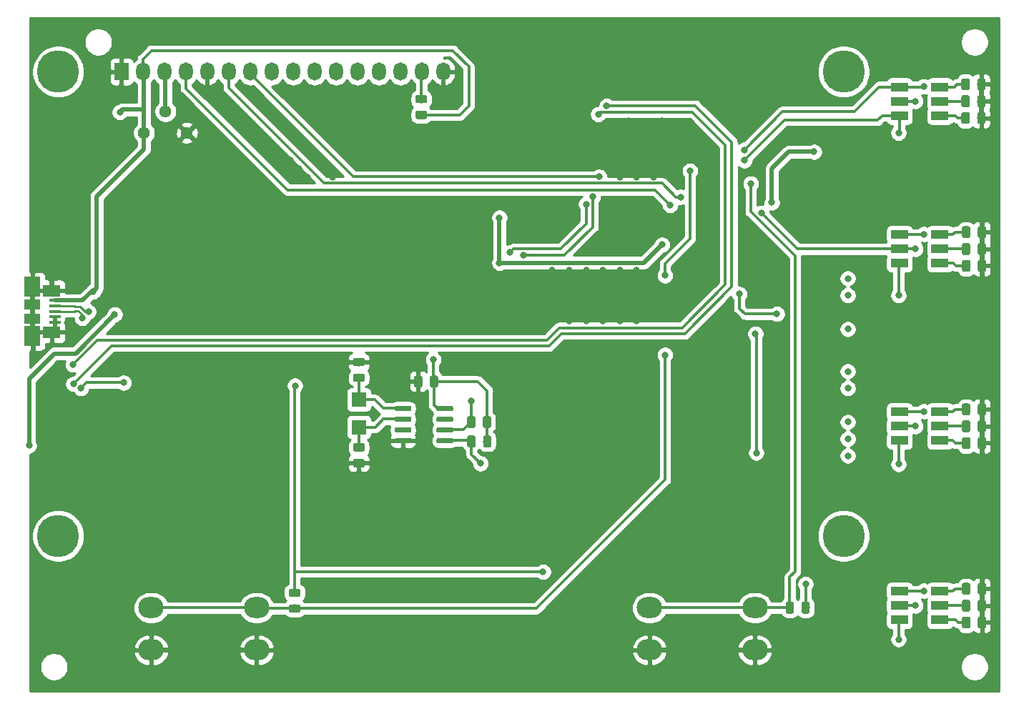
<source format=gbr>
G04 #@! TF.GenerationSoftware,KiCad,Pcbnew,5.1.2-f72e74a~84~ubuntu18.04.1*
G04 #@! TF.CreationDate,2019-08-20T01:18:15+05:30*
G04 #@! TF.ProjectId,ESP32_MESSAGE_DISPLAY,45535033-325f-44d4-9553-534147455f44,1.0*
G04 #@! TF.SameCoordinates,Original*
G04 #@! TF.FileFunction,Copper,L1,Top*
G04 #@! TF.FilePolarity,Positive*
%FSLAX46Y46*%
G04 Gerber Fmt 4.6, Leading zero omitted, Abs format (unit mm)*
G04 Created by KiCad (PCBNEW 5.1.2-f72e74a~84~ubuntu18.04.1) date 2019-08-20 01:18:15*
%MOMM*%
%LPD*%
G04 APERTURE LIST*
%ADD10R,1.800000X1.750000*%
%ADD11C,0.100000*%
%ADD12C,0.600000*%
%ADD13C,0.975000*%
%ADD14R,1.651000X2.159000*%
%ADD15O,1.651000X2.159000*%
%ADD16C,5.000000*%
%ADD17R,2.000000X1.100000*%
%ADD18R,1.900000X1.175000*%
%ADD19R,1.900000X2.375000*%
%ADD20R,2.100000X1.475000*%
%ADD21R,1.380000X0.450000*%
%ADD22C,1.440000*%
%ADD23O,3.000000X2.500000*%
%ADD24C,0.800000*%
%ADD25C,0.500000*%
%ADD26C,0.400000*%
%ADD27C,0.300000*%
%ADD28C,0.250000*%
%ADD29C,0.254000*%
G04 APERTURE END LIST*
D10*
X131100000Y-97600000D03*
X131100000Y-94350000D03*
D11*
G36*
X142114703Y-95095722D02*
G01*
X142129264Y-95097882D01*
X142143543Y-95101459D01*
X142157403Y-95106418D01*
X142170710Y-95112712D01*
X142183336Y-95120280D01*
X142195159Y-95129048D01*
X142206066Y-95138934D01*
X142215952Y-95149841D01*
X142224720Y-95161664D01*
X142232288Y-95174290D01*
X142238582Y-95187597D01*
X142243541Y-95201457D01*
X142247118Y-95215736D01*
X142249278Y-95230297D01*
X142250000Y-95245000D01*
X142250000Y-95545000D01*
X142249278Y-95559703D01*
X142247118Y-95574264D01*
X142243541Y-95588543D01*
X142238582Y-95602403D01*
X142232288Y-95615710D01*
X142224720Y-95628336D01*
X142215952Y-95640159D01*
X142206066Y-95651066D01*
X142195159Y-95660952D01*
X142183336Y-95669720D01*
X142170710Y-95677288D01*
X142157403Y-95683582D01*
X142143543Y-95688541D01*
X142129264Y-95692118D01*
X142114703Y-95694278D01*
X142100000Y-95695000D01*
X140450000Y-95695000D01*
X140435297Y-95694278D01*
X140420736Y-95692118D01*
X140406457Y-95688541D01*
X140392597Y-95683582D01*
X140379290Y-95677288D01*
X140366664Y-95669720D01*
X140354841Y-95660952D01*
X140343934Y-95651066D01*
X140334048Y-95640159D01*
X140325280Y-95628336D01*
X140317712Y-95615710D01*
X140311418Y-95602403D01*
X140306459Y-95588543D01*
X140302882Y-95574264D01*
X140300722Y-95559703D01*
X140300000Y-95545000D01*
X140300000Y-95245000D01*
X140300722Y-95230297D01*
X140302882Y-95215736D01*
X140306459Y-95201457D01*
X140311418Y-95187597D01*
X140317712Y-95174290D01*
X140325280Y-95161664D01*
X140334048Y-95149841D01*
X140343934Y-95138934D01*
X140354841Y-95129048D01*
X140366664Y-95120280D01*
X140379290Y-95112712D01*
X140392597Y-95106418D01*
X140406457Y-95101459D01*
X140420736Y-95097882D01*
X140435297Y-95095722D01*
X140450000Y-95095000D01*
X142100000Y-95095000D01*
X142114703Y-95095722D01*
X142114703Y-95095722D01*
G37*
D12*
X141275000Y-95395000D03*
D11*
G36*
X142114703Y-96365722D02*
G01*
X142129264Y-96367882D01*
X142143543Y-96371459D01*
X142157403Y-96376418D01*
X142170710Y-96382712D01*
X142183336Y-96390280D01*
X142195159Y-96399048D01*
X142206066Y-96408934D01*
X142215952Y-96419841D01*
X142224720Y-96431664D01*
X142232288Y-96444290D01*
X142238582Y-96457597D01*
X142243541Y-96471457D01*
X142247118Y-96485736D01*
X142249278Y-96500297D01*
X142250000Y-96515000D01*
X142250000Y-96815000D01*
X142249278Y-96829703D01*
X142247118Y-96844264D01*
X142243541Y-96858543D01*
X142238582Y-96872403D01*
X142232288Y-96885710D01*
X142224720Y-96898336D01*
X142215952Y-96910159D01*
X142206066Y-96921066D01*
X142195159Y-96930952D01*
X142183336Y-96939720D01*
X142170710Y-96947288D01*
X142157403Y-96953582D01*
X142143543Y-96958541D01*
X142129264Y-96962118D01*
X142114703Y-96964278D01*
X142100000Y-96965000D01*
X140450000Y-96965000D01*
X140435297Y-96964278D01*
X140420736Y-96962118D01*
X140406457Y-96958541D01*
X140392597Y-96953582D01*
X140379290Y-96947288D01*
X140366664Y-96939720D01*
X140354841Y-96930952D01*
X140343934Y-96921066D01*
X140334048Y-96910159D01*
X140325280Y-96898336D01*
X140317712Y-96885710D01*
X140311418Y-96872403D01*
X140306459Y-96858543D01*
X140302882Y-96844264D01*
X140300722Y-96829703D01*
X140300000Y-96815000D01*
X140300000Y-96515000D01*
X140300722Y-96500297D01*
X140302882Y-96485736D01*
X140306459Y-96471457D01*
X140311418Y-96457597D01*
X140317712Y-96444290D01*
X140325280Y-96431664D01*
X140334048Y-96419841D01*
X140343934Y-96408934D01*
X140354841Y-96399048D01*
X140366664Y-96390280D01*
X140379290Y-96382712D01*
X140392597Y-96376418D01*
X140406457Y-96371459D01*
X140420736Y-96367882D01*
X140435297Y-96365722D01*
X140450000Y-96365000D01*
X142100000Y-96365000D01*
X142114703Y-96365722D01*
X142114703Y-96365722D01*
G37*
D12*
X141275000Y-96665000D03*
D11*
G36*
X142114703Y-97635722D02*
G01*
X142129264Y-97637882D01*
X142143543Y-97641459D01*
X142157403Y-97646418D01*
X142170710Y-97652712D01*
X142183336Y-97660280D01*
X142195159Y-97669048D01*
X142206066Y-97678934D01*
X142215952Y-97689841D01*
X142224720Y-97701664D01*
X142232288Y-97714290D01*
X142238582Y-97727597D01*
X142243541Y-97741457D01*
X142247118Y-97755736D01*
X142249278Y-97770297D01*
X142250000Y-97785000D01*
X142250000Y-98085000D01*
X142249278Y-98099703D01*
X142247118Y-98114264D01*
X142243541Y-98128543D01*
X142238582Y-98142403D01*
X142232288Y-98155710D01*
X142224720Y-98168336D01*
X142215952Y-98180159D01*
X142206066Y-98191066D01*
X142195159Y-98200952D01*
X142183336Y-98209720D01*
X142170710Y-98217288D01*
X142157403Y-98223582D01*
X142143543Y-98228541D01*
X142129264Y-98232118D01*
X142114703Y-98234278D01*
X142100000Y-98235000D01*
X140450000Y-98235000D01*
X140435297Y-98234278D01*
X140420736Y-98232118D01*
X140406457Y-98228541D01*
X140392597Y-98223582D01*
X140379290Y-98217288D01*
X140366664Y-98209720D01*
X140354841Y-98200952D01*
X140343934Y-98191066D01*
X140334048Y-98180159D01*
X140325280Y-98168336D01*
X140317712Y-98155710D01*
X140311418Y-98142403D01*
X140306459Y-98128543D01*
X140302882Y-98114264D01*
X140300722Y-98099703D01*
X140300000Y-98085000D01*
X140300000Y-97785000D01*
X140300722Y-97770297D01*
X140302882Y-97755736D01*
X140306459Y-97741457D01*
X140311418Y-97727597D01*
X140317712Y-97714290D01*
X140325280Y-97701664D01*
X140334048Y-97689841D01*
X140343934Y-97678934D01*
X140354841Y-97669048D01*
X140366664Y-97660280D01*
X140379290Y-97652712D01*
X140392597Y-97646418D01*
X140406457Y-97641459D01*
X140420736Y-97637882D01*
X140435297Y-97635722D01*
X140450000Y-97635000D01*
X142100000Y-97635000D01*
X142114703Y-97635722D01*
X142114703Y-97635722D01*
G37*
D12*
X141275000Y-97935000D03*
D11*
G36*
X142114703Y-98905722D02*
G01*
X142129264Y-98907882D01*
X142143543Y-98911459D01*
X142157403Y-98916418D01*
X142170710Y-98922712D01*
X142183336Y-98930280D01*
X142195159Y-98939048D01*
X142206066Y-98948934D01*
X142215952Y-98959841D01*
X142224720Y-98971664D01*
X142232288Y-98984290D01*
X142238582Y-98997597D01*
X142243541Y-99011457D01*
X142247118Y-99025736D01*
X142249278Y-99040297D01*
X142250000Y-99055000D01*
X142250000Y-99355000D01*
X142249278Y-99369703D01*
X142247118Y-99384264D01*
X142243541Y-99398543D01*
X142238582Y-99412403D01*
X142232288Y-99425710D01*
X142224720Y-99438336D01*
X142215952Y-99450159D01*
X142206066Y-99461066D01*
X142195159Y-99470952D01*
X142183336Y-99479720D01*
X142170710Y-99487288D01*
X142157403Y-99493582D01*
X142143543Y-99498541D01*
X142129264Y-99502118D01*
X142114703Y-99504278D01*
X142100000Y-99505000D01*
X140450000Y-99505000D01*
X140435297Y-99504278D01*
X140420736Y-99502118D01*
X140406457Y-99498541D01*
X140392597Y-99493582D01*
X140379290Y-99487288D01*
X140366664Y-99479720D01*
X140354841Y-99470952D01*
X140343934Y-99461066D01*
X140334048Y-99450159D01*
X140325280Y-99438336D01*
X140317712Y-99425710D01*
X140311418Y-99412403D01*
X140306459Y-99398543D01*
X140302882Y-99384264D01*
X140300722Y-99369703D01*
X140300000Y-99355000D01*
X140300000Y-99055000D01*
X140300722Y-99040297D01*
X140302882Y-99025736D01*
X140306459Y-99011457D01*
X140311418Y-98997597D01*
X140317712Y-98984290D01*
X140325280Y-98971664D01*
X140334048Y-98959841D01*
X140343934Y-98948934D01*
X140354841Y-98939048D01*
X140366664Y-98930280D01*
X140379290Y-98922712D01*
X140392597Y-98916418D01*
X140406457Y-98911459D01*
X140420736Y-98907882D01*
X140435297Y-98905722D01*
X140450000Y-98905000D01*
X142100000Y-98905000D01*
X142114703Y-98905722D01*
X142114703Y-98905722D01*
G37*
D12*
X141275000Y-99205000D03*
D11*
G36*
X137164703Y-98905722D02*
G01*
X137179264Y-98907882D01*
X137193543Y-98911459D01*
X137207403Y-98916418D01*
X137220710Y-98922712D01*
X137233336Y-98930280D01*
X137245159Y-98939048D01*
X137256066Y-98948934D01*
X137265952Y-98959841D01*
X137274720Y-98971664D01*
X137282288Y-98984290D01*
X137288582Y-98997597D01*
X137293541Y-99011457D01*
X137297118Y-99025736D01*
X137299278Y-99040297D01*
X137300000Y-99055000D01*
X137300000Y-99355000D01*
X137299278Y-99369703D01*
X137297118Y-99384264D01*
X137293541Y-99398543D01*
X137288582Y-99412403D01*
X137282288Y-99425710D01*
X137274720Y-99438336D01*
X137265952Y-99450159D01*
X137256066Y-99461066D01*
X137245159Y-99470952D01*
X137233336Y-99479720D01*
X137220710Y-99487288D01*
X137207403Y-99493582D01*
X137193543Y-99498541D01*
X137179264Y-99502118D01*
X137164703Y-99504278D01*
X137150000Y-99505000D01*
X135500000Y-99505000D01*
X135485297Y-99504278D01*
X135470736Y-99502118D01*
X135456457Y-99498541D01*
X135442597Y-99493582D01*
X135429290Y-99487288D01*
X135416664Y-99479720D01*
X135404841Y-99470952D01*
X135393934Y-99461066D01*
X135384048Y-99450159D01*
X135375280Y-99438336D01*
X135367712Y-99425710D01*
X135361418Y-99412403D01*
X135356459Y-99398543D01*
X135352882Y-99384264D01*
X135350722Y-99369703D01*
X135350000Y-99355000D01*
X135350000Y-99055000D01*
X135350722Y-99040297D01*
X135352882Y-99025736D01*
X135356459Y-99011457D01*
X135361418Y-98997597D01*
X135367712Y-98984290D01*
X135375280Y-98971664D01*
X135384048Y-98959841D01*
X135393934Y-98948934D01*
X135404841Y-98939048D01*
X135416664Y-98930280D01*
X135429290Y-98922712D01*
X135442597Y-98916418D01*
X135456457Y-98911459D01*
X135470736Y-98907882D01*
X135485297Y-98905722D01*
X135500000Y-98905000D01*
X137150000Y-98905000D01*
X137164703Y-98905722D01*
X137164703Y-98905722D01*
G37*
D12*
X136325000Y-99205000D03*
D11*
G36*
X137164703Y-97635722D02*
G01*
X137179264Y-97637882D01*
X137193543Y-97641459D01*
X137207403Y-97646418D01*
X137220710Y-97652712D01*
X137233336Y-97660280D01*
X137245159Y-97669048D01*
X137256066Y-97678934D01*
X137265952Y-97689841D01*
X137274720Y-97701664D01*
X137282288Y-97714290D01*
X137288582Y-97727597D01*
X137293541Y-97741457D01*
X137297118Y-97755736D01*
X137299278Y-97770297D01*
X137300000Y-97785000D01*
X137300000Y-98085000D01*
X137299278Y-98099703D01*
X137297118Y-98114264D01*
X137293541Y-98128543D01*
X137288582Y-98142403D01*
X137282288Y-98155710D01*
X137274720Y-98168336D01*
X137265952Y-98180159D01*
X137256066Y-98191066D01*
X137245159Y-98200952D01*
X137233336Y-98209720D01*
X137220710Y-98217288D01*
X137207403Y-98223582D01*
X137193543Y-98228541D01*
X137179264Y-98232118D01*
X137164703Y-98234278D01*
X137150000Y-98235000D01*
X135500000Y-98235000D01*
X135485297Y-98234278D01*
X135470736Y-98232118D01*
X135456457Y-98228541D01*
X135442597Y-98223582D01*
X135429290Y-98217288D01*
X135416664Y-98209720D01*
X135404841Y-98200952D01*
X135393934Y-98191066D01*
X135384048Y-98180159D01*
X135375280Y-98168336D01*
X135367712Y-98155710D01*
X135361418Y-98142403D01*
X135356459Y-98128543D01*
X135352882Y-98114264D01*
X135350722Y-98099703D01*
X135350000Y-98085000D01*
X135350000Y-97785000D01*
X135350722Y-97770297D01*
X135352882Y-97755736D01*
X135356459Y-97741457D01*
X135361418Y-97727597D01*
X135367712Y-97714290D01*
X135375280Y-97701664D01*
X135384048Y-97689841D01*
X135393934Y-97678934D01*
X135404841Y-97669048D01*
X135416664Y-97660280D01*
X135429290Y-97652712D01*
X135442597Y-97646418D01*
X135456457Y-97641459D01*
X135470736Y-97637882D01*
X135485297Y-97635722D01*
X135500000Y-97635000D01*
X137150000Y-97635000D01*
X137164703Y-97635722D01*
X137164703Y-97635722D01*
G37*
D12*
X136325000Y-97935000D03*
D11*
G36*
X137164703Y-96365722D02*
G01*
X137179264Y-96367882D01*
X137193543Y-96371459D01*
X137207403Y-96376418D01*
X137220710Y-96382712D01*
X137233336Y-96390280D01*
X137245159Y-96399048D01*
X137256066Y-96408934D01*
X137265952Y-96419841D01*
X137274720Y-96431664D01*
X137282288Y-96444290D01*
X137288582Y-96457597D01*
X137293541Y-96471457D01*
X137297118Y-96485736D01*
X137299278Y-96500297D01*
X137300000Y-96515000D01*
X137300000Y-96815000D01*
X137299278Y-96829703D01*
X137297118Y-96844264D01*
X137293541Y-96858543D01*
X137288582Y-96872403D01*
X137282288Y-96885710D01*
X137274720Y-96898336D01*
X137265952Y-96910159D01*
X137256066Y-96921066D01*
X137245159Y-96930952D01*
X137233336Y-96939720D01*
X137220710Y-96947288D01*
X137207403Y-96953582D01*
X137193543Y-96958541D01*
X137179264Y-96962118D01*
X137164703Y-96964278D01*
X137150000Y-96965000D01*
X135500000Y-96965000D01*
X135485297Y-96964278D01*
X135470736Y-96962118D01*
X135456457Y-96958541D01*
X135442597Y-96953582D01*
X135429290Y-96947288D01*
X135416664Y-96939720D01*
X135404841Y-96930952D01*
X135393934Y-96921066D01*
X135384048Y-96910159D01*
X135375280Y-96898336D01*
X135367712Y-96885710D01*
X135361418Y-96872403D01*
X135356459Y-96858543D01*
X135352882Y-96844264D01*
X135350722Y-96829703D01*
X135350000Y-96815000D01*
X135350000Y-96515000D01*
X135350722Y-96500297D01*
X135352882Y-96485736D01*
X135356459Y-96471457D01*
X135361418Y-96457597D01*
X135367712Y-96444290D01*
X135375280Y-96431664D01*
X135384048Y-96419841D01*
X135393934Y-96408934D01*
X135404841Y-96399048D01*
X135416664Y-96390280D01*
X135429290Y-96382712D01*
X135442597Y-96376418D01*
X135456457Y-96371459D01*
X135470736Y-96367882D01*
X135485297Y-96365722D01*
X135500000Y-96365000D01*
X137150000Y-96365000D01*
X137164703Y-96365722D01*
X137164703Y-96365722D01*
G37*
D12*
X136325000Y-96665000D03*
D11*
G36*
X137164703Y-95095722D02*
G01*
X137179264Y-95097882D01*
X137193543Y-95101459D01*
X137207403Y-95106418D01*
X137220710Y-95112712D01*
X137233336Y-95120280D01*
X137245159Y-95129048D01*
X137256066Y-95138934D01*
X137265952Y-95149841D01*
X137274720Y-95161664D01*
X137282288Y-95174290D01*
X137288582Y-95187597D01*
X137293541Y-95201457D01*
X137297118Y-95215736D01*
X137299278Y-95230297D01*
X137300000Y-95245000D01*
X137300000Y-95545000D01*
X137299278Y-95559703D01*
X137297118Y-95574264D01*
X137293541Y-95588543D01*
X137288582Y-95602403D01*
X137282288Y-95615710D01*
X137274720Y-95628336D01*
X137265952Y-95640159D01*
X137256066Y-95651066D01*
X137245159Y-95660952D01*
X137233336Y-95669720D01*
X137220710Y-95677288D01*
X137207403Y-95683582D01*
X137193543Y-95688541D01*
X137179264Y-95692118D01*
X137164703Y-95694278D01*
X137150000Y-95695000D01*
X135500000Y-95695000D01*
X135485297Y-95694278D01*
X135470736Y-95692118D01*
X135456457Y-95688541D01*
X135442597Y-95683582D01*
X135429290Y-95677288D01*
X135416664Y-95669720D01*
X135404841Y-95660952D01*
X135393934Y-95651066D01*
X135384048Y-95640159D01*
X135375280Y-95628336D01*
X135367712Y-95615710D01*
X135361418Y-95602403D01*
X135356459Y-95588543D01*
X135352882Y-95574264D01*
X135350722Y-95559703D01*
X135350000Y-95545000D01*
X135350000Y-95245000D01*
X135350722Y-95230297D01*
X135352882Y-95215736D01*
X135356459Y-95201457D01*
X135361418Y-95187597D01*
X135367712Y-95174290D01*
X135375280Y-95161664D01*
X135384048Y-95149841D01*
X135393934Y-95138934D01*
X135404841Y-95129048D01*
X135416664Y-95120280D01*
X135429290Y-95112712D01*
X135442597Y-95106418D01*
X135456457Y-95101459D01*
X135470736Y-95097882D01*
X135485297Y-95095722D01*
X135500000Y-95095000D01*
X137150000Y-95095000D01*
X137164703Y-95095722D01*
X137164703Y-95095722D01*
G37*
D12*
X136325000Y-95395000D03*
D11*
G36*
X144667642Y-96301174D02*
G01*
X144691303Y-96304684D01*
X144714507Y-96310496D01*
X144737029Y-96318554D01*
X144758653Y-96328782D01*
X144779170Y-96341079D01*
X144798383Y-96355329D01*
X144816107Y-96371393D01*
X144832171Y-96389117D01*
X144846421Y-96408330D01*
X144858718Y-96428847D01*
X144868946Y-96450471D01*
X144877004Y-96472993D01*
X144882816Y-96496197D01*
X144886326Y-96519858D01*
X144887500Y-96543750D01*
X144887500Y-97456250D01*
X144886326Y-97480142D01*
X144882816Y-97503803D01*
X144877004Y-97527007D01*
X144868946Y-97549529D01*
X144858718Y-97571153D01*
X144846421Y-97591670D01*
X144832171Y-97610883D01*
X144816107Y-97628607D01*
X144798383Y-97644671D01*
X144779170Y-97658921D01*
X144758653Y-97671218D01*
X144737029Y-97681446D01*
X144714507Y-97689504D01*
X144691303Y-97695316D01*
X144667642Y-97698826D01*
X144643750Y-97700000D01*
X144156250Y-97700000D01*
X144132358Y-97698826D01*
X144108697Y-97695316D01*
X144085493Y-97689504D01*
X144062971Y-97681446D01*
X144041347Y-97671218D01*
X144020830Y-97658921D01*
X144001617Y-97644671D01*
X143983893Y-97628607D01*
X143967829Y-97610883D01*
X143953579Y-97591670D01*
X143941282Y-97571153D01*
X143931054Y-97549529D01*
X143922996Y-97527007D01*
X143917184Y-97503803D01*
X143913674Y-97480142D01*
X143912500Y-97456250D01*
X143912500Y-96543750D01*
X143913674Y-96519858D01*
X143917184Y-96496197D01*
X143922996Y-96472993D01*
X143931054Y-96450471D01*
X143941282Y-96428847D01*
X143953579Y-96408330D01*
X143967829Y-96389117D01*
X143983893Y-96371393D01*
X144001617Y-96355329D01*
X144020830Y-96341079D01*
X144041347Y-96328782D01*
X144062971Y-96318554D01*
X144085493Y-96310496D01*
X144108697Y-96304684D01*
X144132358Y-96301174D01*
X144156250Y-96300000D01*
X144643750Y-96300000D01*
X144667642Y-96301174D01*
X144667642Y-96301174D01*
G37*
D13*
X144400000Y-97000000D03*
D11*
G36*
X146542642Y-96301174D02*
G01*
X146566303Y-96304684D01*
X146589507Y-96310496D01*
X146612029Y-96318554D01*
X146633653Y-96328782D01*
X146654170Y-96341079D01*
X146673383Y-96355329D01*
X146691107Y-96371393D01*
X146707171Y-96389117D01*
X146721421Y-96408330D01*
X146733718Y-96428847D01*
X146743946Y-96450471D01*
X146752004Y-96472993D01*
X146757816Y-96496197D01*
X146761326Y-96519858D01*
X146762500Y-96543750D01*
X146762500Y-97456250D01*
X146761326Y-97480142D01*
X146757816Y-97503803D01*
X146752004Y-97527007D01*
X146743946Y-97549529D01*
X146733718Y-97571153D01*
X146721421Y-97591670D01*
X146707171Y-97610883D01*
X146691107Y-97628607D01*
X146673383Y-97644671D01*
X146654170Y-97658921D01*
X146633653Y-97671218D01*
X146612029Y-97681446D01*
X146589507Y-97689504D01*
X146566303Y-97695316D01*
X146542642Y-97698826D01*
X146518750Y-97700000D01*
X146031250Y-97700000D01*
X146007358Y-97698826D01*
X145983697Y-97695316D01*
X145960493Y-97689504D01*
X145937971Y-97681446D01*
X145916347Y-97671218D01*
X145895830Y-97658921D01*
X145876617Y-97644671D01*
X145858893Y-97628607D01*
X145842829Y-97610883D01*
X145828579Y-97591670D01*
X145816282Y-97571153D01*
X145806054Y-97549529D01*
X145797996Y-97527007D01*
X145792184Y-97503803D01*
X145788674Y-97480142D01*
X145787500Y-97456250D01*
X145787500Y-96543750D01*
X145788674Y-96519858D01*
X145792184Y-96496197D01*
X145797996Y-96472993D01*
X145806054Y-96450471D01*
X145816282Y-96428847D01*
X145828579Y-96408330D01*
X145842829Y-96389117D01*
X145858893Y-96371393D01*
X145876617Y-96355329D01*
X145895830Y-96341079D01*
X145916347Y-96328782D01*
X145937971Y-96318554D01*
X145960493Y-96310496D01*
X145983697Y-96304684D01*
X146007358Y-96301174D01*
X146031250Y-96300000D01*
X146518750Y-96300000D01*
X146542642Y-96301174D01*
X146542642Y-96301174D01*
G37*
D13*
X146275000Y-97000000D03*
D11*
G36*
X144692642Y-98601174D02*
G01*
X144716303Y-98604684D01*
X144739507Y-98610496D01*
X144762029Y-98618554D01*
X144783653Y-98628782D01*
X144804170Y-98641079D01*
X144823383Y-98655329D01*
X144841107Y-98671393D01*
X144857171Y-98689117D01*
X144871421Y-98708330D01*
X144883718Y-98728847D01*
X144893946Y-98750471D01*
X144902004Y-98772993D01*
X144907816Y-98796197D01*
X144911326Y-98819858D01*
X144912500Y-98843750D01*
X144912500Y-99756250D01*
X144911326Y-99780142D01*
X144907816Y-99803803D01*
X144902004Y-99827007D01*
X144893946Y-99849529D01*
X144883718Y-99871153D01*
X144871421Y-99891670D01*
X144857171Y-99910883D01*
X144841107Y-99928607D01*
X144823383Y-99944671D01*
X144804170Y-99958921D01*
X144783653Y-99971218D01*
X144762029Y-99981446D01*
X144739507Y-99989504D01*
X144716303Y-99995316D01*
X144692642Y-99998826D01*
X144668750Y-100000000D01*
X144181250Y-100000000D01*
X144157358Y-99998826D01*
X144133697Y-99995316D01*
X144110493Y-99989504D01*
X144087971Y-99981446D01*
X144066347Y-99971218D01*
X144045830Y-99958921D01*
X144026617Y-99944671D01*
X144008893Y-99928607D01*
X143992829Y-99910883D01*
X143978579Y-99891670D01*
X143966282Y-99871153D01*
X143956054Y-99849529D01*
X143947996Y-99827007D01*
X143942184Y-99803803D01*
X143938674Y-99780142D01*
X143937500Y-99756250D01*
X143937500Y-98843750D01*
X143938674Y-98819858D01*
X143942184Y-98796197D01*
X143947996Y-98772993D01*
X143956054Y-98750471D01*
X143966282Y-98728847D01*
X143978579Y-98708330D01*
X143992829Y-98689117D01*
X144008893Y-98671393D01*
X144026617Y-98655329D01*
X144045830Y-98641079D01*
X144066347Y-98628782D01*
X144087971Y-98618554D01*
X144110493Y-98610496D01*
X144133697Y-98604684D01*
X144157358Y-98601174D01*
X144181250Y-98600000D01*
X144668750Y-98600000D01*
X144692642Y-98601174D01*
X144692642Y-98601174D01*
G37*
D13*
X144425000Y-99300000D03*
D11*
G36*
X146567642Y-98601174D02*
G01*
X146591303Y-98604684D01*
X146614507Y-98610496D01*
X146637029Y-98618554D01*
X146658653Y-98628782D01*
X146679170Y-98641079D01*
X146698383Y-98655329D01*
X146716107Y-98671393D01*
X146732171Y-98689117D01*
X146746421Y-98708330D01*
X146758718Y-98728847D01*
X146768946Y-98750471D01*
X146777004Y-98772993D01*
X146782816Y-98796197D01*
X146786326Y-98819858D01*
X146787500Y-98843750D01*
X146787500Y-99756250D01*
X146786326Y-99780142D01*
X146782816Y-99803803D01*
X146777004Y-99827007D01*
X146768946Y-99849529D01*
X146758718Y-99871153D01*
X146746421Y-99891670D01*
X146732171Y-99910883D01*
X146716107Y-99928607D01*
X146698383Y-99944671D01*
X146679170Y-99958921D01*
X146658653Y-99971218D01*
X146637029Y-99981446D01*
X146614507Y-99989504D01*
X146591303Y-99995316D01*
X146567642Y-99998826D01*
X146543750Y-100000000D01*
X146056250Y-100000000D01*
X146032358Y-99998826D01*
X146008697Y-99995316D01*
X145985493Y-99989504D01*
X145962971Y-99981446D01*
X145941347Y-99971218D01*
X145920830Y-99958921D01*
X145901617Y-99944671D01*
X145883893Y-99928607D01*
X145867829Y-99910883D01*
X145853579Y-99891670D01*
X145841282Y-99871153D01*
X145831054Y-99849529D01*
X145822996Y-99827007D01*
X145817184Y-99803803D01*
X145813674Y-99780142D01*
X145812500Y-99756250D01*
X145812500Y-98843750D01*
X145813674Y-98819858D01*
X145817184Y-98796197D01*
X145822996Y-98772993D01*
X145831054Y-98750471D01*
X145841282Y-98728847D01*
X145853579Y-98708330D01*
X145867829Y-98689117D01*
X145883893Y-98671393D01*
X145901617Y-98655329D01*
X145920830Y-98641079D01*
X145941347Y-98628782D01*
X145962971Y-98618554D01*
X145985493Y-98610496D01*
X146008697Y-98604684D01*
X146032358Y-98601174D01*
X146056250Y-98600000D01*
X146543750Y-98600000D01*
X146567642Y-98601174D01*
X146567642Y-98601174D01*
G37*
D13*
X146300000Y-99300000D03*
D11*
G36*
X140267642Y-91501174D02*
G01*
X140291303Y-91504684D01*
X140314507Y-91510496D01*
X140337029Y-91518554D01*
X140358653Y-91528782D01*
X140379170Y-91541079D01*
X140398383Y-91555329D01*
X140416107Y-91571393D01*
X140432171Y-91589117D01*
X140446421Y-91608330D01*
X140458718Y-91628847D01*
X140468946Y-91650471D01*
X140477004Y-91672993D01*
X140482816Y-91696197D01*
X140486326Y-91719858D01*
X140487500Y-91743750D01*
X140487500Y-92656250D01*
X140486326Y-92680142D01*
X140482816Y-92703803D01*
X140477004Y-92727007D01*
X140468946Y-92749529D01*
X140458718Y-92771153D01*
X140446421Y-92791670D01*
X140432171Y-92810883D01*
X140416107Y-92828607D01*
X140398383Y-92844671D01*
X140379170Y-92858921D01*
X140358653Y-92871218D01*
X140337029Y-92881446D01*
X140314507Y-92889504D01*
X140291303Y-92895316D01*
X140267642Y-92898826D01*
X140243750Y-92900000D01*
X139756250Y-92900000D01*
X139732358Y-92898826D01*
X139708697Y-92895316D01*
X139685493Y-92889504D01*
X139662971Y-92881446D01*
X139641347Y-92871218D01*
X139620830Y-92858921D01*
X139601617Y-92844671D01*
X139583893Y-92828607D01*
X139567829Y-92810883D01*
X139553579Y-92791670D01*
X139541282Y-92771153D01*
X139531054Y-92749529D01*
X139522996Y-92727007D01*
X139517184Y-92703803D01*
X139513674Y-92680142D01*
X139512500Y-92656250D01*
X139512500Y-91743750D01*
X139513674Y-91719858D01*
X139517184Y-91696197D01*
X139522996Y-91672993D01*
X139531054Y-91650471D01*
X139541282Y-91628847D01*
X139553579Y-91608330D01*
X139567829Y-91589117D01*
X139583893Y-91571393D01*
X139601617Y-91555329D01*
X139620830Y-91541079D01*
X139641347Y-91528782D01*
X139662971Y-91518554D01*
X139685493Y-91510496D01*
X139708697Y-91504684D01*
X139732358Y-91501174D01*
X139756250Y-91500000D01*
X140243750Y-91500000D01*
X140267642Y-91501174D01*
X140267642Y-91501174D01*
G37*
D13*
X140000000Y-92200000D03*
D11*
G36*
X138392642Y-91501174D02*
G01*
X138416303Y-91504684D01*
X138439507Y-91510496D01*
X138462029Y-91518554D01*
X138483653Y-91528782D01*
X138504170Y-91541079D01*
X138523383Y-91555329D01*
X138541107Y-91571393D01*
X138557171Y-91589117D01*
X138571421Y-91608330D01*
X138583718Y-91628847D01*
X138593946Y-91650471D01*
X138602004Y-91672993D01*
X138607816Y-91696197D01*
X138611326Y-91719858D01*
X138612500Y-91743750D01*
X138612500Y-92656250D01*
X138611326Y-92680142D01*
X138607816Y-92703803D01*
X138602004Y-92727007D01*
X138593946Y-92749529D01*
X138583718Y-92771153D01*
X138571421Y-92791670D01*
X138557171Y-92810883D01*
X138541107Y-92828607D01*
X138523383Y-92844671D01*
X138504170Y-92858921D01*
X138483653Y-92871218D01*
X138462029Y-92881446D01*
X138439507Y-92889504D01*
X138416303Y-92895316D01*
X138392642Y-92898826D01*
X138368750Y-92900000D01*
X137881250Y-92900000D01*
X137857358Y-92898826D01*
X137833697Y-92895316D01*
X137810493Y-92889504D01*
X137787971Y-92881446D01*
X137766347Y-92871218D01*
X137745830Y-92858921D01*
X137726617Y-92844671D01*
X137708893Y-92828607D01*
X137692829Y-92810883D01*
X137678579Y-92791670D01*
X137666282Y-92771153D01*
X137656054Y-92749529D01*
X137647996Y-92727007D01*
X137642184Y-92703803D01*
X137638674Y-92680142D01*
X137637500Y-92656250D01*
X137637500Y-91743750D01*
X137638674Y-91719858D01*
X137642184Y-91696197D01*
X137647996Y-91672993D01*
X137656054Y-91650471D01*
X137666282Y-91628847D01*
X137678579Y-91608330D01*
X137692829Y-91589117D01*
X137708893Y-91571393D01*
X137726617Y-91555329D01*
X137745830Y-91541079D01*
X137766347Y-91528782D01*
X137787971Y-91518554D01*
X137810493Y-91510496D01*
X137833697Y-91504684D01*
X137857358Y-91501174D01*
X137881250Y-91500000D01*
X138368750Y-91500000D01*
X138392642Y-91501174D01*
X138392642Y-91501174D01*
G37*
D13*
X138125000Y-92200000D03*
D11*
G36*
X131580142Y-101388674D02*
G01*
X131603803Y-101392184D01*
X131627007Y-101397996D01*
X131649529Y-101406054D01*
X131671153Y-101416282D01*
X131691670Y-101428579D01*
X131710883Y-101442829D01*
X131728607Y-101458893D01*
X131744671Y-101476617D01*
X131758921Y-101495830D01*
X131771218Y-101516347D01*
X131781446Y-101537971D01*
X131789504Y-101560493D01*
X131795316Y-101583697D01*
X131798826Y-101607358D01*
X131800000Y-101631250D01*
X131800000Y-102118750D01*
X131798826Y-102142642D01*
X131795316Y-102166303D01*
X131789504Y-102189507D01*
X131781446Y-102212029D01*
X131771218Y-102233653D01*
X131758921Y-102254170D01*
X131744671Y-102273383D01*
X131728607Y-102291107D01*
X131710883Y-102307171D01*
X131691670Y-102321421D01*
X131671153Y-102333718D01*
X131649529Y-102343946D01*
X131627007Y-102352004D01*
X131603803Y-102357816D01*
X131580142Y-102361326D01*
X131556250Y-102362500D01*
X130643750Y-102362500D01*
X130619858Y-102361326D01*
X130596197Y-102357816D01*
X130572993Y-102352004D01*
X130550471Y-102343946D01*
X130528847Y-102333718D01*
X130508330Y-102321421D01*
X130489117Y-102307171D01*
X130471393Y-102291107D01*
X130455329Y-102273383D01*
X130441079Y-102254170D01*
X130428782Y-102233653D01*
X130418554Y-102212029D01*
X130410496Y-102189507D01*
X130404684Y-102166303D01*
X130401174Y-102142642D01*
X130400000Y-102118750D01*
X130400000Y-101631250D01*
X130401174Y-101607358D01*
X130404684Y-101583697D01*
X130410496Y-101560493D01*
X130418554Y-101537971D01*
X130428782Y-101516347D01*
X130441079Y-101495830D01*
X130455329Y-101476617D01*
X130471393Y-101458893D01*
X130489117Y-101442829D01*
X130508330Y-101428579D01*
X130528847Y-101416282D01*
X130550471Y-101406054D01*
X130572993Y-101397996D01*
X130596197Y-101392184D01*
X130619858Y-101388674D01*
X130643750Y-101387500D01*
X131556250Y-101387500D01*
X131580142Y-101388674D01*
X131580142Y-101388674D01*
G37*
D13*
X131100000Y-101875000D03*
D11*
G36*
X131580142Y-99513674D02*
G01*
X131603803Y-99517184D01*
X131627007Y-99522996D01*
X131649529Y-99531054D01*
X131671153Y-99541282D01*
X131691670Y-99553579D01*
X131710883Y-99567829D01*
X131728607Y-99583893D01*
X131744671Y-99601617D01*
X131758921Y-99620830D01*
X131771218Y-99641347D01*
X131781446Y-99662971D01*
X131789504Y-99685493D01*
X131795316Y-99708697D01*
X131798826Y-99732358D01*
X131800000Y-99756250D01*
X131800000Y-100243750D01*
X131798826Y-100267642D01*
X131795316Y-100291303D01*
X131789504Y-100314507D01*
X131781446Y-100337029D01*
X131771218Y-100358653D01*
X131758921Y-100379170D01*
X131744671Y-100398383D01*
X131728607Y-100416107D01*
X131710883Y-100432171D01*
X131691670Y-100446421D01*
X131671153Y-100458718D01*
X131649529Y-100468946D01*
X131627007Y-100477004D01*
X131603803Y-100482816D01*
X131580142Y-100486326D01*
X131556250Y-100487500D01*
X130643750Y-100487500D01*
X130619858Y-100486326D01*
X130596197Y-100482816D01*
X130572993Y-100477004D01*
X130550471Y-100468946D01*
X130528847Y-100458718D01*
X130508330Y-100446421D01*
X130489117Y-100432171D01*
X130471393Y-100416107D01*
X130455329Y-100398383D01*
X130441079Y-100379170D01*
X130428782Y-100358653D01*
X130418554Y-100337029D01*
X130410496Y-100314507D01*
X130404684Y-100291303D01*
X130401174Y-100267642D01*
X130400000Y-100243750D01*
X130400000Y-99756250D01*
X130401174Y-99732358D01*
X130404684Y-99708697D01*
X130410496Y-99685493D01*
X130418554Y-99662971D01*
X130428782Y-99641347D01*
X130441079Y-99620830D01*
X130455329Y-99601617D01*
X130471393Y-99583893D01*
X130489117Y-99567829D01*
X130508330Y-99553579D01*
X130528847Y-99541282D01*
X130550471Y-99531054D01*
X130572993Y-99522996D01*
X130596197Y-99517184D01*
X130619858Y-99513674D01*
X130643750Y-99512500D01*
X131556250Y-99512500D01*
X131580142Y-99513674D01*
X131580142Y-99513674D01*
G37*
D13*
X131100000Y-100000000D03*
D11*
G36*
X131580142Y-89413674D02*
G01*
X131603803Y-89417184D01*
X131627007Y-89422996D01*
X131649529Y-89431054D01*
X131671153Y-89441282D01*
X131691670Y-89453579D01*
X131710883Y-89467829D01*
X131728607Y-89483893D01*
X131744671Y-89501617D01*
X131758921Y-89520830D01*
X131771218Y-89541347D01*
X131781446Y-89562971D01*
X131789504Y-89585493D01*
X131795316Y-89608697D01*
X131798826Y-89632358D01*
X131800000Y-89656250D01*
X131800000Y-90143750D01*
X131798826Y-90167642D01*
X131795316Y-90191303D01*
X131789504Y-90214507D01*
X131781446Y-90237029D01*
X131771218Y-90258653D01*
X131758921Y-90279170D01*
X131744671Y-90298383D01*
X131728607Y-90316107D01*
X131710883Y-90332171D01*
X131691670Y-90346421D01*
X131671153Y-90358718D01*
X131649529Y-90368946D01*
X131627007Y-90377004D01*
X131603803Y-90382816D01*
X131580142Y-90386326D01*
X131556250Y-90387500D01*
X130643750Y-90387500D01*
X130619858Y-90386326D01*
X130596197Y-90382816D01*
X130572993Y-90377004D01*
X130550471Y-90368946D01*
X130528847Y-90358718D01*
X130508330Y-90346421D01*
X130489117Y-90332171D01*
X130471393Y-90316107D01*
X130455329Y-90298383D01*
X130441079Y-90279170D01*
X130428782Y-90258653D01*
X130418554Y-90237029D01*
X130410496Y-90214507D01*
X130404684Y-90191303D01*
X130401174Y-90167642D01*
X130400000Y-90143750D01*
X130400000Y-89656250D01*
X130401174Y-89632358D01*
X130404684Y-89608697D01*
X130410496Y-89585493D01*
X130418554Y-89562971D01*
X130428782Y-89541347D01*
X130441079Y-89520830D01*
X130455329Y-89501617D01*
X130471393Y-89483893D01*
X130489117Y-89467829D01*
X130508330Y-89453579D01*
X130528847Y-89441282D01*
X130550471Y-89431054D01*
X130572993Y-89422996D01*
X130596197Y-89417184D01*
X130619858Y-89413674D01*
X130643750Y-89412500D01*
X131556250Y-89412500D01*
X131580142Y-89413674D01*
X131580142Y-89413674D01*
G37*
D13*
X131100000Y-89900000D03*
D11*
G36*
X131580142Y-91288674D02*
G01*
X131603803Y-91292184D01*
X131627007Y-91297996D01*
X131649529Y-91306054D01*
X131671153Y-91316282D01*
X131691670Y-91328579D01*
X131710883Y-91342829D01*
X131728607Y-91358893D01*
X131744671Y-91376617D01*
X131758921Y-91395830D01*
X131771218Y-91416347D01*
X131781446Y-91437971D01*
X131789504Y-91460493D01*
X131795316Y-91483697D01*
X131798826Y-91507358D01*
X131800000Y-91531250D01*
X131800000Y-92018750D01*
X131798826Y-92042642D01*
X131795316Y-92066303D01*
X131789504Y-92089507D01*
X131781446Y-92112029D01*
X131771218Y-92133653D01*
X131758921Y-92154170D01*
X131744671Y-92173383D01*
X131728607Y-92191107D01*
X131710883Y-92207171D01*
X131691670Y-92221421D01*
X131671153Y-92233718D01*
X131649529Y-92243946D01*
X131627007Y-92252004D01*
X131603803Y-92257816D01*
X131580142Y-92261326D01*
X131556250Y-92262500D01*
X130643750Y-92262500D01*
X130619858Y-92261326D01*
X130596197Y-92257816D01*
X130572993Y-92252004D01*
X130550471Y-92243946D01*
X130528847Y-92233718D01*
X130508330Y-92221421D01*
X130489117Y-92207171D01*
X130471393Y-92191107D01*
X130455329Y-92173383D01*
X130441079Y-92154170D01*
X130428782Y-92133653D01*
X130418554Y-92112029D01*
X130410496Y-92089507D01*
X130404684Y-92066303D01*
X130401174Y-92042642D01*
X130400000Y-92018750D01*
X130400000Y-91531250D01*
X130401174Y-91507358D01*
X130404684Y-91483697D01*
X130410496Y-91460493D01*
X130418554Y-91437971D01*
X130428782Y-91416347D01*
X130441079Y-91395830D01*
X130455329Y-91376617D01*
X130471393Y-91358893D01*
X130489117Y-91342829D01*
X130508330Y-91328579D01*
X130528847Y-91316282D01*
X130550471Y-91306054D01*
X130572993Y-91297996D01*
X130596197Y-91292184D01*
X130619858Y-91288674D01*
X130643750Y-91287500D01*
X131556250Y-91287500D01*
X131580142Y-91288674D01*
X131580142Y-91288674D01*
G37*
D13*
X131100000Y-91775000D03*
D14*
X103000000Y-55500000D03*
D15*
X105540000Y-55500000D03*
X108080000Y-55500000D03*
X110620000Y-55500000D03*
X113160000Y-55500000D03*
X115700000Y-55500000D03*
X118240000Y-55500000D03*
X120780000Y-55500000D03*
X123320000Y-55500000D03*
X125860000Y-55500000D03*
X128400000Y-55500000D03*
X130940000Y-55500000D03*
X133480000Y-55500000D03*
X136020000Y-55500000D03*
D16*
X95500000Y-55500000D03*
X188500000Y-55500000D03*
X95500000Y-110500000D03*
X188500000Y-110500000D03*
D15*
X138560000Y-55500000D03*
X141100000Y-55500000D03*
D11*
G36*
X205142642Y-120051174D02*
G01*
X205166303Y-120054684D01*
X205189507Y-120060496D01*
X205212029Y-120068554D01*
X205233653Y-120078782D01*
X205254170Y-120091079D01*
X205273383Y-120105329D01*
X205291107Y-120121393D01*
X205307171Y-120139117D01*
X205321421Y-120158330D01*
X205333718Y-120178847D01*
X205343946Y-120200471D01*
X205352004Y-120222993D01*
X205357816Y-120246197D01*
X205361326Y-120269858D01*
X205362500Y-120293750D01*
X205362500Y-121206250D01*
X205361326Y-121230142D01*
X205357816Y-121253803D01*
X205352004Y-121277007D01*
X205343946Y-121299529D01*
X205333718Y-121321153D01*
X205321421Y-121341670D01*
X205307171Y-121360883D01*
X205291107Y-121378607D01*
X205273383Y-121394671D01*
X205254170Y-121408921D01*
X205233653Y-121421218D01*
X205212029Y-121431446D01*
X205189507Y-121439504D01*
X205166303Y-121445316D01*
X205142642Y-121448826D01*
X205118750Y-121450000D01*
X204631250Y-121450000D01*
X204607358Y-121448826D01*
X204583697Y-121445316D01*
X204560493Y-121439504D01*
X204537971Y-121431446D01*
X204516347Y-121421218D01*
X204495830Y-121408921D01*
X204476617Y-121394671D01*
X204458893Y-121378607D01*
X204442829Y-121360883D01*
X204428579Y-121341670D01*
X204416282Y-121321153D01*
X204406054Y-121299529D01*
X204397996Y-121277007D01*
X204392184Y-121253803D01*
X204388674Y-121230142D01*
X204387500Y-121206250D01*
X204387500Y-120293750D01*
X204388674Y-120269858D01*
X204392184Y-120246197D01*
X204397996Y-120222993D01*
X204406054Y-120200471D01*
X204416282Y-120178847D01*
X204428579Y-120158330D01*
X204442829Y-120139117D01*
X204458893Y-120121393D01*
X204476617Y-120105329D01*
X204495830Y-120091079D01*
X204516347Y-120078782D01*
X204537971Y-120068554D01*
X204560493Y-120060496D01*
X204583697Y-120054684D01*
X204607358Y-120051174D01*
X204631250Y-120050000D01*
X205118750Y-120050000D01*
X205142642Y-120051174D01*
X205142642Y-120051174D01*
G37*
D13*
X204875000Y-120750000D03*
D11*
G36*
X203267642Y-120051174D02*
G01*
X203291303Y-120054684D01*
X203314507Y-120060496D01*
X203337029Y-120068554D01*
X203358653Y-120078782D01*
X203379170Y-120091079D01*
X203398383Y-120105329D01*
X203416107Y-120121393D01*
X203432171Y-120139117D01*
X203446421Y-120158330D01*
X203458718Y-120178847D01*
X203468946Y-120200471D01*
X203477004Y-120222993D01*
X203482816Y-120246197D01*
X203486326Y-120269858D01*
X203487500Y-120293750D01*
X203487500Y-121206250D01*
X203486326Y-121230142D01*
X203482816Y-121253803D01*
X203477004Y-121277007D01*
X203468946Y-121299529D01*
X203458718Y-121321153D01*
X203446421Y-121341670D01*
X203432171Y-121360883D01*
X203416107Y-121378607D01*
X203398383Y-121394671D01*
X203379170Y-121408921D01*
X203358653Y-121421218D01*
X203337029Y-121431446D01*
X203314507Y-121439504D01*
X203291303Y-121445316D01*
X203267642Y-121448826D01*
X203243750Y-121450000D01*
X202756250Y-121450000D01*
X202732358Y-121448826D01*
X202708697Y-121445316D01*
X202685493Y-121439504D01*
X202662971Y-121431446D01*
X202641347Y-121421218D01*
X202620830Y-121408921D01*
X202601617Y-121394671D01*
X202583893Y-121378607D01*
X202567829Y-121360883D01*
X202553579Y-121341670D01*
X202541282Y-121321153D01*
X202531054Y-121299529D01*
X202522996Y-121277007D01*
X202517184Y-121253803D01*
X202513674Y-121230142D01*
X202512500Y-121206250D01*
X202512500Y-120293750D01*
X202513674Y-120269858D01*
X202517184Y-120246197D01*
X202522996Y-120222993D01*
X202531054Y-120200471D01*
X202541282Y-120178847D01*
X202553579Y-120158330D01*
X202567829Y-120139117D01*
X202583893Y-120121393D01*
X202601617Y-120105329D01*
X202620830Y-120091079D01*
X202641347Y-120078782D01*
X202662971Y-120068554D01*
X202685493Y-120060496D01*
X202708697Y-120054684D01*
X202732358Y-120051174D01*
X202756250Y-120050000D01*
X203243750Y-120050000D01*
X203267642Y-120051174D01*
X203267642Y-120051174D01*
G37*
D13*
X203000000Y-120750000D03*
D11*
G36*
X205142642Y-116051174D02*
G01*
X205166303Y-116054684D01*
X205189507Y-116060496D01*
X205212029Y-116068554D01*
X205233653Y-116078782D01*
X205254170Y-116091079D01*
X205273383Y-116105329D01*
X205291107Y-116121393D01*
X205307171Y-116139117D01*
X205321421Y-116158330D01*
X205333718Y-116178847D01*
X205343946Y-116200471D01*
X205352004Y-116222993D01*
X205357816Y-116246197D01*
X205361326Y-116269858D01*
X205362500Y-116293750D01*
X205362500Y-117206250D01*
X205361326Y-117230142D01*
X205357816Y-117253803D01*
X205352004Y-117277007D01*
X205343946Y-117299529D01*
X205333718Y-117321153D01*
X205321421Y-117341670D01*
X205307171Y-117360883D01*
X205291107Y-117378607D01*
X205273383Y-117394671D01*
X205254170Y-117408921D01*
X205233653Y-117421218D01*
X205212029Y-117431446D01*
X205189507Y-117439504D01*
X205166303Y-117445316D01*
X205142642Y-117448826D01*
X205118750Y-117450000D01*
X204631250Y-117450000D01*
X204607358Y-117448826D01*
X204583697Y-117445316D01*
X204560493Y-117439504D01*
X204537971Y-117431446D01*
X204516347Y-117421218D01*
X204495830Y-117408921D01*
X204476617Y-117394671D01*
X204458893Y-117378607D01*
X204442829Y-117360883D01*
X204428579Y-117341670D01*
X204416282Y-117321153D01*
X204406054Y-117299529D01*
X204397996Y-117277007D01*
X204392184Y-117253803D01*
X204388674Y-117230142D01*
X204387500Y-117206250D01*
X204387500Y-116293750D01*
X204388674Y-116269858D01*
X204392184Y-116246197D01*
X204397996Y-116222993D01*
X204406054Y-116200471D01*
X204416282Y-116178847D01*
X204428579Y-116158330D01*
X204442829Y-116139117D01*
X204458893Y-116121393D01*
X204476617Y-116105329D01*
X204495830Y-116091079D01*
X204516347Y-116078782D01*
X204537971Y-116068554D01*
X204560493Y-116060496D01*
X204583697Y-116054684D01*
X204607358Y-116051174D01*
X204631250Y-116050000D01*
X205118750Y-116050000D01*
X205142642Y-116051174D01*
X205142642Y-116051174D01*
G37*
D13*
X204875000Y-116750000D03*
D11*
G36*
X203267642Y-116051174D02*
G01*
X203291303Y-116054684D01*
X203314507Y-116060496D01*
X203337029Y-116068554D01*
X203358653Y-116078782D01*
X203379170Y-116091079D01*
X203398383Y-116105329D01*
X203416107Y-116121393D01*
X203432171Y-116139117D01*
X203446421Y-116158330D01*
X203458718Y-116178847D01*
X203468946Y-116200471D01*
X203477004Y-116222993D01*
X203482816Y-116246197D01*
X203486326Y-116269858D01*
X203487500Y-116293750D01*
X203487500Y-117206250D01*
X203486326Y-117230142D01*
X203482816Y-117253803D01*
X203477004Y-117277007D01*
X203468946Y-117299529D01*
X203458718Y-117321153D01*
X203446421Y-117341670D01*
X203432171Y-117360883D01*
X203416107Y-117378607D01*
X203398383Y-117394671D01*
X203379170Y-117408921D01*
X203358653Y-117421218D01*
X203337029Y-117431446D01*
X203314507Y-117439504D01*
X203291303Y-117445316D01*
X203267642Y-117448826D01*
X203243750Y-117450000D01*
X202756250Y-117450000D01*
X202732358Y-117448826D01*
X202708697Y-117445316D01*
X202685493Y-117439504D01*
X202662971Y-117431446D01*
X202641347Y-117421218D01*
X202620830Y-117408921D01*
X202601617Y-117394671D01*
X202583893Y-117378607D01*
X202567829Y-117360883D01*
X202553579Y-117341670D01*
X202541282Y-117321153D01*
X202531054Y-117299529D01*
X202522996Y-117277007D01*
X202517184Y-117253803D01*
X202513674Y-117230142D01*
X202512500Y-117206250D01*
X202512500Y-116293750D01*
X202513674Y-116269858D01*
X202517184Y-116246197D01*
X202522996Y-116222993D01*
X202531054Y-116200471D01*
X202541282Y-116178847D01*
X202553579Y-116158330D01*
X202567829Y-116139117D01*
X202583893Y-116121393D01*
X202601617Y-116105329D01*
X202620830Y-116091079D01*
X202641347Y-116078782D01*
X202662971Y-116068554D01*
X202685493Y-116060496D01*
X202708697Y-116054684D01*
X202732358Y-116051174D01*
X202756250Y-116050000D01*
X203243750Y-116050000D01*
X203267642Y-116051174D01*
X203267642Y-116051174D01*
G37*
D13*
X203000000Y-116750000D03*
D11*
G36*
X205142642Y-118051174D02*
G01*
X205166303Y-118054684D01*
X205189507Y-118060496D01*
X205212029Y-118068554D01*
X205233653Y-118078782D01*
X205254170Y-118091079D01*
X205273383Y-118105329D01*
X205291107Y-118121393D01*
X205307171Y-118139117D01*
X205321421Y-118158330D01*
X205333718Y-118178847D01*
X205343946Y-118200471D01*
X205352004Y-118222993D01*
X205357816Y-118246197D01*
X205361326Y-118269858D01*
X205362500Y-118293750D01*
X205362500Y-119206250D01*
X205361326Y-119230142D01*
X205357816Y-119253803D01*
X205352004Y-119277007D01*
X205343946Y-119299529D01*
X205333718Y-119321153D01*
X205321421Y-119341670D01*
X205307171Y-119360883D01*
X205291107Y-119378607D01*
X205273383Y-119394671D01*
X205254170Y-119408921D01*
X205233653Y-119421218D01*
X205212029Y-119431446D01*
X205189507Y-119439504D01*
X205166303Y-119445316D01*
X205142642Y-119448826D01*
X205118750Y-119450000D01*
X204631250Y-119450000D01*
X204607358Y-119448826D01*
X204583697Y-119445316D01*
X204560493Y-119439504D01*
X204537971Y-119431446D01*
X204516347Y-119421218D01*
X204495830Y-119408921D01*
X204476617Y-119394671D01*
X204458893Y-119378607D01*
X204442829Y-119360883D01*
X204428579Y-119341670D01*
X204416282Y-119321153D01*
X204406054Y-119299529D01*
X204397996Y-119277007D01*
X204392184Y-119253803D01*
X204388674Y-119230142D01*
X204387500Y-119206250D01*
X204387500Y-118293750D01*
X204388674Y-118269858D01*
X204392184Y-118246197D01*
X204397996Y-118222993D01*
X204406054Y-118200471D01*
X204416282Y-118178847D01*
X204428579Y-118158330D01*
X204442829Y-118139117D01*
X204458893Y-118121393D01*
X204476617Y-118105329D01*
X204495830Y-118091079D01*
X204516347Y-118078782D01*
X204537971Y-118068554D01*
X204560493Y-118060496D01*
X204583697Y-118054684D01*
X204607358Y-118051174D01*
X204631250Y-118050000D01*
X205118750Y-118050000D01*
X205142642Y-118051174D01*
X205142642Y-118051174D01*
G37*
D13*
X204875000Y-118750000D03*
D11*
G36*
X203267642Y-118051174D02*
G01*
X203291303Y-118054684D01*
X203314507Y-118060496D01*
X203337029Y-118068554D01*
X203358653Y-118078782D01*
X203379170Y-118091079D01*
X203398383Y-118105329D01*
X203416107Y-118121393D01*
X203432171Y-118139117D01*
X203446421Y-118158330D01*
X203458718Y-118178847D01*
X203468946Y-118200471D01*
X203477004Y-118222993D01*
X203482816Y-118246197D01*
X203486326Y-118269858D01*
X203487500Y-118293750D01*
X203487500Y-119206250D01*
X203486326Y-119230142D01*
X203482816Y-119253803D01*
X203477004Y-119277007D01*
X203468946Y-119299529D01*
X203458718Y-119321153D01*
X203446421Y-119341670D01*
X203432171Y-119360883D01*
X203416107Y-119378607D01*
X203398383Y-119394671D01*
X203379170Y-119408921D01*
X203358653Y-119421218D01*
X203337029Y-119431446D01*
X203314507Y-119439504D01*
X203291303Y-119445316D01*
X203267642Y-119448826D01*
X203243750Y-119450000D01*
X202756250Y-119450000D01*
X202732358Y-119448826D01*
X202708697Y-119445316D01*
X202685493Y-119439504D01*
X202662971Y-119431446D01*
X202641347Y-119421218D01*
X202620830Y-119408921D01*
X202601617Y-119394671D01*
X202583893Y-119378607D01*
X202567829Y-119360883D01*
X202553579Y-119341670D01*
X202541282Y-119321153D01*
X202531054Y-119299529D01*
X202522996Y-119277007D01*
X202517184Y-119253803D01*
X202513674Y-119230142D01*
X202512500Y-119206250D01*
X202512500Y-118293750D01*
X202513674Y-118269858D01*
X202517184Y-118246197D01*
X202522996Y-118222993D01*
X202531054Y-118200471D01*
X202541282Y-118178847D01*
X202553579Y-118158330D01*
X202567829Y-118139117D01*
X202583893Y-118121393D01*
X202601617Y-118105329D01*
X202620830Y-118091079D01*
X202641347Y-118078782D01*
X202662971Y-118068554D01*
X202685493Y-118060496D01*
X202708697Y-118054684D01*
X202732358Y-118051174D01*
X202756250Y-118050000D01*
X203243750Y-118050000D01*
X203267642Y-118051174D01*
X203267642Y-118051174D01*
G37*
D13*
X203000000Y-118750000D03*
D11*
G36*
X205142642Y-98801174D02*
G01*
X205166303Y-98804684D01*
X205189507Y-98810496D01*
X205212029Y-98818554D01*
X205233653Y-98828782D01*
X205254170Y-98841079D01*
X205273383Y-98855329D01*
X205291107Y-98871393D01*
X205307171Y-98889117D01*
X205321421Y-98908330D01*
X205333718Y-98928847D01*
X205343946Y-98950471D01*
X205352004Y-98972993D01*
X205357816Y-98996197D01*
X205361326Y-99019858D01*
X205362500Y-99043750D01*
X205362500Y-99956250D01*
X205361326Y-99980142D01*
X205357816Y-100003803D01*
X205352004Y-100027007D01*
X205343946Y-100049529D01*
X205333718Y-100071153D01*
X205321421Y-100091670D01*
X205307171Y-100110883D01*
X205291107Y-100128607D01*
X205273383Y-100144671D01*
X205254170Y-100158921D01*
X205233653Y-100171218D01*
X205212029Y-100181446D01*
X205189507Y-100189504D01*
X205166303Y-100195316D01*
X205142642Y-100198826D01*
X205118750Y-100200000D01*
X204631250Y-100200000D01*
X204607358Y-100198826D01*
X204583697Y-100195316D01*
X204560493Y-100189504D01*
X204537971Y-100181446D01*
X204516347Y-100171218D01*
X204495830Y-100158921D01*
X204476617Y-100144671D01*
X204458893Y-100128607D01*
X204442829Y-100110883D01*
X204428579Y-100091670D01*
X204416282Y-100071153D01*
X204406054Y-100049529D01*
X204397996Y-100027007D01*
X204392184Y-100003803D01*
X204388674Y-99980142D01*
X204387500Y-99956250D01*
X204387500Y-99043750D01*
X204388674Y-99019858D01*
X204392184Y-98996197D01*
X204397996Y-98972993D01*
X204406054Y-98950471D01*
X204416282Y-98928847D01*
X204428579Y-98908330D01*
X204442829Y-98889117D01*
X204458893Y-98871393D01*
X204476617Y-98855329D01*
X204495830Y-98841079D01*
X204516347Y-98828782D01*
X204537971Y-98818554D01*
X204560493Y-98810496D01*
X204583697Y-98804684D01*
X204607358Y-98801174D01*
X204631250Y-98800000D01*
X205118750Y-98800000D01*
X205142642Y-98801174D01*
X205142642Y-98801174D01*
G37*
D13*
X204875000Y-99500000D03*
D11*
G36*
X203267642Y-98801174D02*
G01*
X203291303Y-98804684D01*
X203314507Y-98810496D01*
X203337029Y-98818554D01*
X203358653Y-98828782D01*
X203379170Y-98841079D01*
X203398383Y-98855329D01*
X203416107Y-98871393D01*
X203432171Y-98889117D01*
X203446421Y-98908330D01*
X203458718Y-98928847D01*
X203468946Y-98950471D01*
X203477004Y-98972993D01*
X203482816Y-98996197D01*
X203486326Y-99019858D01*
X203487500Y-99043750D01*
X203487500Y-99956250D01*
X203486326Y-99980142D01*
X203482816Y-100003803D01*
X203477004Y-100027007D01*
X203468946Y-100049529D01*
X203458718Y-100071153D01*
X203446421Y-100091670D01*
X203432171Y-100110883D01*
X203416107Y-100128607D01*
X203398383Y-100144671D01*
X203379170Y-100158921D01*
X203358653Y-100171218D01*
X203337029Y-100181446D01*
X203314507Y-100189504D01*
X203291303Y-100195316D01*
X203267642Y-100198826D01*
X203243750Y-100200000D01*
X202756250Y-100200000D01*
X202732358Y-100198826D01*
X202708697Y-100195316D01*
X202685493Y-100189504D01*
X202662971Y-100181446D01*
X202641347Y-100171218D01*
X202620830Y-100158921D01*
X202601617Y-100144671D01*
X202583893Y-100128607D01*
X202567829Y-100110883D01*
X202553579Y-100091670D01*
X202541282Y-100071153D01*
X202531054Y-100049529D01*
X202522996Y-100027007D01*
X202517184Y-100003803D01*
X202513674Y-99980142D01*
X202512500Y-99956250D01*
X202512500Y-99043750D01*
X202513674Y-99019858D01*
X202517184Y-98996197D01*
X202522996Y-98972993D01*
X202531054Y-98950471D01*
X202541282Y-98928847D01*
X202553579Y-98908330D01*
X202567829Y-98889117D01*
X202583893Y-98871393D01*
X202601617Y-98855329D01*
X202620830Y-98841079D01*
X202641347Y-98828782D01*
X202662971Y-98818554D01*
X202685493Y-98810496D01*
X202708697Y-98804684D01*
X202732358Y-98801174D01*
X202756250Y-98800000D01*
X203243750Y-98800000D01*
X203267642Y-98801174D01*
X203267642Y-98801174D01*
G37*
D13*
X203000000Y-99500000D03*
D11*
G36*
X205142642Y-94801174D02*
G01*
X205166303Y-94804684D01*
X205189507Y-94810496D01*
X205212029Y-94818554D01*
X205233653Y-94828782D01*
X205254170Y-94841079D01*
X205273383Y-94855329D01*
X205291107Y-94871393D01*
X205307171Y-94889117D01*
X205321421Y-94908330D01*
X205333718Y-94928847D01*
X205343946Y-94950471D01*
X205352004Y-94972993D01*
X205357816Y-94996197D01*
X205361326Y-95019858D01*
X205362500Y-95043750D01*
X205362500Y-95956250D01*
X205361326Y-95980142D01*
X205357816Y-96003803D01*
X205352004Y-96027007D01*
X205343946Y-96049529D01*
X205333718Y-96071153D01*
X205321421Y-96091670D01*
X205307171Y-96110883D01*
X205291107Y-96128607D01*
X205273383Y-96144671D01*
X205254170Y-96158921D01*
X205233653Y-96171218D01*
X205212029Y-96181446D01*
X205189507Y-96189504D01*
X205166303Y-96195316D01*
X205142642Y-96198826D01*
X205118750Y-96200000D01*
X204631250Y-96200000D01*
X204607358Y-96198826D01*
X204583697Y-96195316D01*
X204560493Y-96189504D01*
X204537971Y-96181446D01*
X204516347Y-96171218D01*
X204495830Y-96158921D01*
X204476617Y-96144671D01*
X204458893Y-96128607D01*
X204442829Y-96110883D01*
X204428579Y-96091670D01*
X204416282Y-96071153D01*
X204406054Y-96049529D01*
X204397996Y-96027007D01*
X204392184Y-96003803D01*
X204388674Y-95980142D01*
X204387500Y-95956250D01*
X204387500Y-95043750D01*
X204388674Y-95019858D01*
X204392184Y-94996197D01*
X204397996Y-94972993D01*
X204406054Y-94950471D01*
X204416282Y-94928847D01*
X204428579Y-94908330D01*
X204442829Y-94889117D01*
X204458893Y-94871393D01*
X204476617Y-94855329D01*
X204495830Y-94841079D01*
X204516347Y-94828782D01*
X204537971Y-94818554D01*
X204560493Y-94810496D01*
X204583697Y-94804684D01*
X204607358Y-94801174D01*
X204631250Y-94800000D01*
X205118750Y-94800000D01*
X205142642Y-94801174D01*
X205142642Y-94801174D01*
G37*
D13*
X204875000Y-95500000D03*
D11*
G36*
X203267642Y-94801174D02*
G01*
X203291303Y-94804684D01*
X203314507Y-94810496D01*
X203337029Y-94818554D01*
X203358653Y-94828782D01*
X203379170Y-94841079D01*
X203398383Y-94855329D01*
X203416107Y-94871393D01*
X203432171Y-94889117D01*
X203446421Y-94908330D01*
X203458718Y-94928847D01*
X203468946Y-94950471D01*
X203477004Y-94972993D01*
X203482816Y-94996197D01*
X203486326Y-95019858D01*
X203487500Y-95043750D01*
X203487500Y-95956250D01*
X203486326Y-95980142D01*
X203482816Y-96003803D01*
X203477004Y-96027007D01*
X203468946Y-96049529D01*
X203458718Y-96071153D01*
X203446421Y-96091670D01*
X203432171Y-96110883D01*
X203416107Y-96128607D01*
X203398383Y-96144671D01*
X203379170Y-96158921D01*
X203358653Y-96171218D01*
X203337029Y-96181446D01*
X203314507Y-96189504D01*
X203291303Y-96195316D01*
X203267642Y-96198826D01*
X203243750Y-96200000D01*
X202756250Y-96200000D01*
X202732358Y-96198826D01*
X202708697Y-96195316D01*
X202685493Y-96189504D01*
X202662971Y-96181446D01*
X202641347Y-96171218D01*
X202620830Y-96158921D01*
X202601617Y-96144671D01*
X202583893Y-96128607D01*
X202567829Y-96110883D01*
X202553579Y-96091670D01*
X202541282Y-96071153D01*
X202531054Y-96049529D01*
X202522996Y-96027007D01*
X202517184Y-96003803D01*
X202513674Y-95980142D01*
X202512500Y-95956250D01*
X202512500Y-95043750D01*
X202513674Y-95019858D01*
X202517184Y-94996197D01*
X202522996Y-94972993D01*
X202531054Y-94950471D01*
X202541282Y-94928847D01*
X202553579Y-94908330D01*
X202567829Y-94889117D01*
X202583893Y-94871393D01*
X202601617Y-94855329D01*
X202620830Y-94841079D01*
X202641347Y-94828782D01*
X202662971Y-94818554D01*
X202685493Y-94810496D01*
X202708697Y-94804684D01*
X202732358Y-94801174D01*
X202756250Y-94800000D01*
X203243750Y-94800000D01*
X203267642Y-94801174D01*
X203267642Y-94801174D01*
G37*
D13*
X203000000Y-95500000D03*
D11*
G36*
X205142642Y-96801174D02*
G01*
X205166303Y-96804684D01*
X205189507Y-96810496D01*
X205212029Y-96818554D01*
X205233653Y-96828782D01*
X205254170Y-96841079D01*
X205273383Y-96855329D01*
X205291107Y-96871393D01*
X205307171Y-96889117D01*
X205321421Y-96908330D01*
X205333718Y-96928847D01*
X205343946Y-96950471D01*
X205352004Y-96972993D01*
X205357816Y-96996197D01*
X205361326Y-97019858D01*
X205362500Y-97043750D01*
X205362500Y-97956250D01*
X205361326Y-97980142D01*
X205357816Y-98003803D01*
X205352004Y-98027007D01*
X205343946Y-98049529D01*
X205333718Y-98071153D01*
X205321421Y-98091670D01*
X205307171Y-98110883D01*
X205291107Y-98128607D01*
X205273383Y-98144671D01*
X205254170Y-98158921D01*
X205233653Y-98171218D01*
X205212029Y-98181446D01*
X205189507Y-98189504D01*
X205166303Y-98195316D01*
X205142642Y-98198826D01*
X205118750Y-98200000D01*
X204631250Y-98200000D01*
X204607358Y-98198826D01*
X204583697Y-98195316D01*
X204560493Y-98189504D01*
X204537971Y-98181446D01*
X204516347Y-98171218D01*
X204495830Y-98158921D01*
X204476617Y-98144671D01*
X204458893Y-98128607D01*
X204442829Y-98110883D01*
X204428579Y-98091670D01*
X204416282Y-98071153D01*
X204406054Y-98049529D01*
X204397996Y-98027007D01*
X204392184Y-98003803D01*
X204388674Y-97980142D01*
X204387500Y-97956250D01*
X204387500Y-97043750D01*
X204388674Y-97019858D01*
X204392184Y-96996197D01*
X204397996Y-96972993D01*
X204406054Y-96950471D01*
X204416282Y-96928847D01*
X204428579Y-96908330D01*
X204442829Y-96889117D01*
X204458893Y-96871393D01*
X204476617Y-96855329D01*
X204495830Y-96841079D01*
X204516347Y-96828782D01*
X204537971Y-96818554D01*
X204560493Y-96810496D01*
X204583697Y-96804684D01*
X204607358Y-96801174D01*
X204631250Y-96800000D01*
X205118750Y-96800000D01*
X205142642Y-96801174D01*
X205142642Y-96801174D01*
G37*
D13*
X204875000Y-97500000D03*
D11*
G36*
X203267642Y-96801174D02*
G01*
X203291303Y-96804684D01*
X203314507Y-96810496D01*
X203337029Y-96818554D01*
X203358653Y-96828782D01*
X203379170Y-96841079D01*
X203398383Y-96855329D01*
X203416107Y-96871393D01*
X203432171Y-96889117D01*
X203446421Y-96908330D01*
X203458718Y-96928847D01*
X203468946Y-96950471D01*
X203477004Y-96972993D01*
X203482816Y-96996197D01*
X203486326Y-97019858D01*
X203487500Y-97043750D01*
X203487500Y-97956250D01*
X203486326Y-97980142D01*
X203482816Y-98003803D01*
X203477004Y-98027007D01*
X203468946Y-98049529D01*
X203458718Y-98071153D01*
X203446421Y-98091670D01*
X203432171Y-98110883D01*
X203416107Y-98128607D01*
X203398383Y-98144671D01*
X203379170Y-98158921D01*
X203358653Y-98171218D01*
X203337029Y-98181446D01*
X203314507Y-98189504D01*
X203291303Y-98195316D01*
X203267642Y-98198826D01*
X203243750Y-98200000D01*
X202756250Y-98200000D01*
X202732358Y-98198826D01*
X202708697Y-98195316D01*
X202685493Y-98189504D01*
X202662971Y-98181446D01*
X202641347Y-98171218D01*
X202620830Y-98158921D01*
X202601617Y-98144671D01*
X202583893Y-98128607D01*
X202567829Y-98110883D01*
X202553579Y-98091670D01*
X202541282Y-98071153D01*
X202531054Y-98049529D01*
X202522996Y-98027007D01*
X202517184Y-98003803D01*
X202513674Y-97980142D01*
X202512500Y-97956250D01*
X202512500Y-97043750D01*
X202513674Y-97019858D01*
X202517184Y-96996197D01*
X202522996Y-96972993D01*
X202531054Y-96950471D01*
X202541282Y-96928847D01*
X202553579Y-96908330D01*
X202567829Y-96889117D01*
X202583893Y-96871393D01*
X202601617Y-96855329D01*
X202620830Y-96841079D01*
X202641347Y-96828782D01*
X202662971Y-96818554D01*
X202685493Y-96810496D01*
X202708697Y-96804684D01*
X202732358Y-96801174D01*
X202756250Y-96800000D01*
X203243750Y-96800000D01*
X203267642Y-96801174D01*
X203267642Y-96801174D01*
G37*
D13*
X203000000Y-97500000D03*
D11*
G36*
X205142642Y-77801174D02*
G01*
X205166303Y-77804684D01*
X205189507Y-77810496D01*
X205212029Y-77818554D01*
X205233653Y-77828782D01*
X205254170Y-77841079D01*
X205273383Y-77855329D01*
X205291107Y-77871393D01*
X205307171Y-77889117D01*
X205321421Y-77908330D01*
X205333718Y-77928847D01*
X205343946Y-77950471D01*
X205352004Y-77972993D01*
X205357816Y-77996197D01*
X205361326Y-78019858D01*
X205362500Y-78043750D01*
X205362500Y-78956250D01*
X205361326Y-78980142D01*
X205357816Y-79003803D01*
X205352004Y-79027007D01*
X205343946Y-79049529D01*
X205333718Y-79071153D01*
X205321421Y-79091670D01*
X205307171Y-79110883D01*
X205291107Y-79128607D01*
X205273383Y-79144671D01*
X205254170Y-79158921D01*
X205233653Y-79171218D01*
X205212029Y-79181446D01*
X205189507Y-79189504D01*
X205166303Y-79195316D01*
X205142642Y-79198826D01*
X205118750Y-79200000D01*
X204631250Y-79200000D01*
X204607358Y-79198826D01*
X204583697Y-79195316D01*
X204560493Y-79189504D01*
X204537971Y-79181446D01*
X204516347Y-79171218D01*
X204495830Y-79158921D01*
X204476617Y-79144671D01*
X204458893Y-79128607D01*
X204442829Y-79110883D01*
X204428579Y-79091670D01*
X204416282Y-79071153D01*
X204406054Y-79049529D01*
X204397996Y-79027007D01*
X204392184Y-79003803D01*
X204388674Y-78980142D01*
X204387500Y-78956250D01*
X204387500Y-78043750D01*
X204388674Y-78019858D01*
X204392184Y-77996197D01*
X204397996Y-77972993D01*
X204406054Y-77950471D01*
X204416282Y-77928847D01*
X204428579Y-77908330D01*
X204442829Y-77889117D01*
X204458893Y-77871393D01*
X204476617Y-77855329D01*
X204495830Y-77841079D01*
X204516347Y-77828782D01*
X204537971Y-77818554D01*
X204560493Y-77810496D01*
X204583697Y-77804684D01*
X204607358Y-77801174D01*
X204631250Y-77800000D01*
X205118750Y-77800000D01*
X205142642Y-77801174D01*
X205142642Y-77801174D01*
G37*
D13*
X204875000Y-78500000D03*
D11*
G36*
X203267642Y-77801174D02*
G01*
X203291303Y-77804684D01*
X203314507Y-77810496D01*
X203337029Y-77818554D01*
X203358653Y-77828782D01*
X203379170Y-77841079D01*
X203398383Y-77855329D01*
X203416107Y-77871393D01*
X203432171Y-77889117D01*
X203446421Y-77908330D01*
X203458718Y-77928847D01*
X203468946Y-77950471D01*
X203477004Y-77972993D01*
X203482816Y-77996197D01*
X203486326Y-78019858D01*
X203487500Y-78043750D01*
X203487500Y-78956250D01*
X203486326Y-78980142D01*
X203482816Y-79003803D01*
X203477004Y-79027007D01*
X203468946Y-79049529D01*
X203458718Y-79071153D01*
X203446421Y-79091670D01*
X203432171Y-79110883D01*
X203416107Y-79128607D01*
X203398383Y-79144671D01*
X203379170Y-79158921D01*
X203358653Y-79171218D01*
X203337029Y-79181446D01*
X203314507Y-79189504D01*
X203291303Y-79195316D01*
X203267642Y-79198826D01*
X203243750Y-79200000D01*
X202756250Y-79200000D01*
X202732358Y-79198826D01*
X202708697Y-79195316D01*
X202685493Y-79189504D01*
X202662971Y-79181446D01*
X202641347Y-79171218D01*
X202620830Y-79158921D01*
X202601617Y-79144671D01*
X202583893Y-79128607D01*
X202567829Y-79110883D01*
X202553579Y-79091670D01*
X202541282Y-79071153D01*
X202531054Y-79049529D01*
X202522996Y-79027007D01*
X202517184Y-79003803D01*
X202513674Y-78980142D01*
X202512500Y-78956250D01*
X202512500Y-78043750D01*
X202513674Y-78019858D01*
X202517184Y-77996197D01*
X202522996Y-77972993D01*
X202531054Y-77950471D01*
X202541282Y-77928847D01*
X202553579Y-77908330D01*
X202567829Y-77889117D01*
X202583893Y-77871393D01*
X202601617Y-77855329D01*
X202620830Y-77841079D01*
X202641347Y-77828782D01*
X202662971Y-77818554D01*
X202685493Y-77810496D01*
X202708697Y-77804684D01*
X202732358Y-77801174D01*
X202756250Y-77800000D01*
X203243750Y-77800000D01*
X203267642Y-77801174D01*
X203267642Y-77801174D01*
G37*
D13*
X203000000Y-78500000D03*
D11*
G36*
X205142642Y-73801174D02*
G01*
X205166303Y-73804684D01*
X205189507Y-73810496D01*
X205212029Y-73818554D01*
X205233653Y-73828782D01*
X205254170Y-73841079D01*
X205273383Y-73855329D01*
X205291107Y-73871393D01*
X205307171Y-73889117D01*
X205321421Y-73908330D01*
X205333718Y-73928847D01*
X205343946Y-73950471D01*
X205352004Y-73972993D01*
X205357816Y-73996197D01*
X205361326Y-74019858D01*
X205362500Y-74043750D01*
X205362500Y-74956250D01*
X205361326Y-74980142D01*
X205357816Y-75003803D01*
X205352004Y-75027007D01*
X205343946Y-75049529D01*
X205333718Y-75071153D01*
X205321421Y-75091670D01*
X205307171Y-75110883D01*
X205291107Y-75128607D01*
X205273383Y-75144671D01*
X205254170Y-75158921D01*
X205233653Y-75171218D01*
X205212029Y-75181446D01*
X205189507Y-75189504D01*
X205166303Y-75195316D01*
X205142642Y-75198826D01*
X205118750Y-75200000D01*
X204631250Y-75200000D01*
X204607358Y-75198826D01*
X204583697Y-75195316D01*
X204560493Y-75189504D01*
X204537971Y-75181446D01*
X204516347Y-75171218D01*
X204495830Y-75158921D01*
X204476617Y-75144671D01*
X204458893Y-75128607D01*
X204442829Y-75110883D01*
X204428579Y-75091670D01*
X204416282Y-75071153D01*
X204406054Y-75049529D01*
X204397996Y-75027007D01*
X204392184Y-75003803D01*
X204388674Y-74980142D01*
X204387500Y-74956250D01*
X204387500Y-74043750D01*
X204388674Y-74019858D01*
X204392184Y-73996197D01*
X204397996Y-73972993D01*
X204406054Y-73950471D01*
X204416282Y-73928847D01*
X204428579Y-73908330D01*
X204442829Y-73889117D01*
X204458893Y-73871393D01*
X204476617Y-73855329D01*
X204495830Y-73841079D01*
X204516347Y-73828782D01*
X204537971Y-73818554D01*
X204560493Y-73810496D01*
X204583697Y-73804684D01*
X204607358Y-73801174D01*
X204631250Y-73800000D01*
X205118750Y-73800000D01*
X205142642Y-73801174D01*
X205142642Y-73801174D01*
G37*
D13*
X204875000Y-74500000D03*
D11*
G36*
X203267642Y-73801174D02*
G01*
X203291303Y-73804684D01*
X203314507Y-73810496D01*
X203337029Y-73818554D01*
X203358653Y-73828782D01*
X203379170Y-73841079D01*
X203398383Y-73855329D01*
X203416107Y-73871393D01*
X203432171Y-73889117D01*
X203446421Y-73908330D01*
X203458718Y-73928847D01*
X203468946Y-73950471D01*
X203477004Y-73972993D01*
X203482816Y-73996197D01*
X203486326Y-74019858D01*
X203487500Y-74043750D01*
X203487500Y-74956250D01*
X203486326Y-74980142D01*
X203482816Y-75003803D01*
X203477004Y-75027007D01*
X203468946Y-75049529D01*
X203458718Y-75071153D01*
X203446421Y-75091670D01*
X203432171Y-75110883D01*
X203416107Y-75128607D01*
X203398383Y-75144671D01*
X203379170Y-75158921D01*
X203358653Y-75171218D01*
X203337029Y-75181446D01*
X203314507Y-75189504D01*
X203291303Y-75195316D01*
X203267642Y-75198826D01*
X203243750Y-75200000D01*
X202756250Y-75200000D01*
X202732358Y-75198826D01*
X202708697Y-75195316D01*
X202685493Y-75189504D01*
X202662971Y-75181446D01*
X202641347Y-75171218D01*
X202620830Y-75158921D01*
X202601617Y-75144671D01*
X202583893Y-75128607D01*
X202567829Y-75110883D01*
X202553579Y-75091670D01*
X202541282Y-75071153D01*
X202531054Y-75049529D01*
X202522996Y-75027007D01*
X202517184Y-75003803D01*
X202513674Y-74980142D01*
X202512500Y-74956250D01*
X202512500Y-74043750D01*
X202513674Y-74019858D01*
X202517184Y-73996197D01*
X202522996Y-73972993D01*
X202531054Y-73950471D01*
X202541282Y-73928847D01*
X202553579Y-73908330D01*
X202567829Y-73889117D01*
X202583893Y-73871393D01*
X202601617Y-73855329D01*
X202620830Y-73841079D01*
X202641347Y-73828782D01*
X202662971Y-73818554D01*
X202685493Y-73810496D01*
X202708697Y-73804684D01*
X202732358Y-73801174D01*
X202756250Y-73800000D01*
X203243750Y-73800000D01*
X203267642Y-73801174D01*
X203267642Y-73801174D01*
G37*
D13*
X203000000Y-74500000D03*
D11*
G36*
X205142642Y-75801174D02*
G01*
X205166303Y-75804684D01*
X205189507Y-75810496D01*
X205212029Y-75818554D01*
X205233653Y-75828782D01*
X205254170Y-75841079D01*
X205273383Y-75855329D01*
X205291107Y-75871393D01*
X205307171Y-75889117D01*
X205321421Y-75908330D01*
X205333718Y-75928847D01*
X205343946Y-75950471D01*
X205352004Y-75972993D01*
X205357816Y-75996197D01*
X205361326Y-76019858D01*
X205362500Y-76043750D01*
X205362500Y-76956250D01*
X205361326Y-76980142D01*
X205357816Y-77003803D01*
X205352004Y-77027007D01*
X205343946Y-77049529D01*
X205333718Y-77071153D01*
X205321421Y-77091670D01*
X205307171Y-77110883D01*
X205291107Y-77128607D01*
X205273383Y-77144671D01*
X205254170Y-77158921D01*
X205233653Y-77171218D01*
X205212029Y-77181446D01*
X205189507Y-77189504D01*
X205166303Y-77195316D01*
X205142642Y-77198826D01*
X205118750Y-77200000D01*
X204631250Y-77200000D01*
X204607358Y-77198826D01*
X204583697Y-77195316D01*
X204560493Y-77189504D01*
X204537971Y-77181446D01*
X204516347Y-77171218D01*
X204495830Y-77158921D01*
X204476617Y-77144671D01*
X204458893Y-77128607D01*
X204442829Y-77110883D01*
X204428579Y-77091670D01*
X204416282Y-77071153D01*
X204406054Y-77049529D01*
X204397996Y-77027007D01*
X204392184Y-77003803D01*
X204388674Y-76980142D01*
X204387500Y-76956250D01*
X204387500Y-76043750D01*
X204388674Y-76019858D01*
X204392184Y-75996197D01*
X204397996Y-75972993D01*
X204406054Y-75950471D01*
X204416282Y-75928847D01*
X204428579Y-75908330D01*
X204442829Y-75889117D01*
X204458893Y-75871393D01*
X204476617Y-75855329D01*
X204495830Y-75841079D01*
X204516347Y-75828782D01*
X204537971Y-75818554D01*
X204560493Y-75810496D01*
X204583697Y-75804684D01*
X204607358Y-75801174D01*
X204631250Y-75800000D01*
X205118750Y-75800000D01*
X205142642Y-75801174D01*
X205142642Y-75801174D01*
G37*
D13*
X204875000Y-76500000D03*
D11*
G36*
X203267642Y-75801174D02*
G01*
X203291303Y-75804684D01*
X203314507Y-75810496D01*
X203337029Y-75818554D01*
X203358653Y-75828782D01*
X203379170Y-75841079D01*
X203398383Y-75855329D01*
X203416107Y-75871393D01*
X203432171Y-75889117D01*
X203446421Y-75908330D01*
X203458718Y-75928847D01*
X203468946Y-75950471D01*
X203477004Y-75972993D01*
X203482816Y-75996197D01*
X203486326Y-76019858D01*
X203487500Y-76043750D01*
X203487500Y-76956250D01*
X203486326Y-76980142D01*
X203482816Y-77003803D01*
X203477004Y-77027007D01*
X203468946Y-77049529D01*
X203458718Y-77071153D01*
X203446421Y-77091670D01*
X203432171Y-77110883D01*
X203416107Y-77128607D01*
X203398383Y-77144671D01*
X203379170Y-77158921D01*
X203358653Y-77171218D01*
X203337029Y-77181446D01*
X203314507Y-77189504D01*
X203291303Y-77195316D01*
X203267642Y-77198826D01*
X203243750Y-77200000D01*
X202756250Y-77200000D01*
X202732358Y-77198826D01*
X202708697Y-77195316D01*
X202685493Y-77189504D01*
X202662971Y-77181446D01*
X202641347Y-77171218D01*
X202620830Y-77158921D01*
X202601617Y-77144671D01*
X202583893Y-77128607D01*
X202567829Y-77110883D01*
X202553579Y-77091670D01*
X202541282Y-77071153D01*
X202531054Y-77049529D01*
X202522996Y-77027007D01*
X202517184Y-77003803D01*
X202513674Y-76980142D01*
X202512500Y-76956250D01*
X202512500Y-76043750D01*
X202513674Y-76019858D01*
X202517184Y-75996197D01*
X202522996Y-75972993D01*
X202531054Y-75950471D01*
X202541282Y-75928847D01*
X202553579Y-75908330D01*
X202567829Y-75889117D01*
X202583893Y-75871393D01*
X202601617Y-75855329D01*
X202620830Y-75841079D01*
X202641347Y-75828782D01*
X202662971Y-75818554D01*
X202685493Y-75810496D01*
X202708697Y-75804684D01*
X202732358Y-75801174D01*
X202756250Y-75800000D01*
X203243750Y-75800000D01*
X203267642Y-75801174D01*
X203267642Y-75801174D01*
G37*
D13*
X203000000Y-76500000D03*
D17*
X199900000Y-117050000D03*
X199900000Y-118750000D03*
X199900000Y-120450000D03*
X195100000Y-120450000D03*
X195100000Y-118750000D03*
X195100000Y-117050000D03*
X199900000Y-95800000D03*
X199900000Y-97500000D03*
X199900000Y-99200000D03*
X195100000Y-99200000D03*
X195100000Y-97500000D03*
X195100000Y-95800000D03*
X199900000Y-74800000D03*
X199900000Y-76500000D03*
X199900000Y-78200000D03*
X195100000Y-78200000D03*
X195100000Y-76500000D03*
X195100000Y-74800000D03*
X199900000Y-57300000D03*
X199900000Y-59000000D03*
X199900000Y-60700000D03*
X195100000Y-60700000D03*
X195100000Y-59000000D03*
X195100000Y-57300000D03*
D18*
X92450000Y-84750000D03*
X92450000Y-83070000D03*
D19*
X92450000Y-86820000D03*
X92450000Y-81000000D03*
D20*
X94750000Y-86372500D03*
X94750000Y-81447500D03*
D21*
X95110000Y-85210000D03*
X95110000Y-84560000D03*
X95110000Y-83910000D03*
X95110000Y-83260000D03*
X95110000Y-82610000D03*
D11*
G36*
X123980142Y-116738674D02*
G01*
X124003803Y-116742184D01*
X124027007Y-116747996D01*
X124049529Y-116756054D01*
X124071153Y-116766282D01*
X124091670Y-116778579D01*
X124110883Y-116792829D01*
X124128607Y-116808893D01*
X124144671Y-116826617D01*
X124158921Y-116845830D01*
X124171218Y-116866347D01*
X124181446Y-116887971D01*
X124189504Y-116910493D01*
X124195316Y-116933697D01*
X124198826Y-116957358D01*
X124200000Y-116981250D01*
X124200000Y-117468750D01*
X124198826Y-117492642D01*
X124195316Y-117516303D01*
X124189504Y-117539507D01*
X124181446Y-117562029D01*
X124171218Y-117583653D01*
X124158921Y-117604170D01*
X124144671Y-117623383D01*
X124128607Y-117641107D01*
X124110883Y-117657171D01*
X124091670Y-117671421D01*
X124071153Y-117683718D01*
X124049529Y-117693946D01*
X124027007Y-117702004D01*
X124003803Y-117707816D01*
X123980142Y-117711326D01*
X123956250Y-117712500D01*
X123043750Y-117712500D01*
X123019858Y-117711326D01*
X122996197Y-117707816D01*
X122972993Y-117702004D01*
X122950471Y-117693946D01*
X122928847Y-117683718D01*
X122908330Y-117671421D01*
X122889117Y-117657171D01*
X122871393Y-117641107D01*
X122855329Y-117623383D01*
X122841079Y-117604170D01*
X122828782Y-117583653D01*
X122818554Y-117562029D01*
X122810496Y-117539507D01*
X122804684Y-117516303D01*
X122801174Y-117492642D01*
X122800000Y-117468750D01*
X122800000Y-116981250D01*
X122801174Y-116957358D01*
X122804684Y-116933697D01*
X122810496Y-116910493D01*
X122818554Y-116887971D01*
X122828782Y-116866347D01*
X122841079Y-116845830D01*
X122855329Y-116826617D01*
X122871393Y-116808893D01*
X122889117Y-116792829D01*
X122908330Y-116778579D01*
X122928847Y-116766282D01*
X122950471Y-116756054D01*
X122972993Y-116747996D01*
X122996197Y-116742184D01*
X123019858Y-116738674D01*
X123043750Y-116737500D01*
X123956250Y-116737500D01*
X123980142Y-116738674D01*
X123980142Y-116738674D01*
G37*
D13*
X123500000Y-117225000D03*
D11*
G36*
X123980142Y-118613674D02*
G01*
X124003803Y-118617184D01*
X124027007Y-118622996D01*
X124049529Y-118631054D01*
X124071153Y-118641282D01*
X124091670Y-118653579D01*
X124110883Y-118667829D01*
X124128607Y-118683893D01*
X124144671Y-118701617D01*
X124158921Y-118720830D01*
X124171218Y-118741347D01*
X124181446Y-118762971D01*
X124189504Y-118785493D01*
X124195316Y-118808697D01*
X124198826Y-118832358D01*
X124200000Y-118856250D01*
X124200000Y-119343750D01*
X124198826Y-119367642D01*
X124195316Y-119391303D01*
X124189504Y-119414507D01*
X124181446Y-119437029D01*
X124171218Y-119458653D01*
X124158921Y-119479170D01*
X124144671Y-119498383D01*
X124128607Y-119516107D01*
X124110883Y-119532171D01*
X124091670Y-119546421D01*
X124071153Y-119558718D01*
X124049529Y-119568946D01*
X124027007Y-119577004D01*
X124003803Y-119582816D01*
X123980142Y-119586326D01*
X123956250Y-119587500D01*
X123043750Y-119587500D01*
X123019858Y-119586326D01*
X122996197Y-119582816D01*
X122972993Y-119577004D01*
X122950471Y-119568946D01*
X122928847Y-119558718D01*
X122908330Y-119546421D01*
X122889117Y-119532171D01*
X122871393Y-119516107D01*
X122855329Y-119498383D01*
X122841079Y-119479170D01*
X122828782Y-119458653D01*
X122818554Y-119437029D01*
X122810496Y-119414507D01*
X122804684Y-119391303D01*
X122801174Y-119367642D01*
X122800000Y-119343750D01*
X122800000Y-118856250D01*
X122801174Y-118832358D01*
X122804684Y-118808697D01*
X122810496Y-118785493D01*
X122818554Y-118762971D01*
X122828782Y-118741347D01*
X122841079Y-118720830D01*
X122855329Y-118701617D01*
X122871393Y-118683893D01*
X122889117Y-118667829D01*
X122908330Y-118653579D01*
X122928847Y-118641282D01*
X122950471Y-118631054D01*
X122972993Y-118622996D01*
X122996197Y-118617184D01*
X123019858Y-118613674D01*
X123043750Y-118612500D01*
X123956250Y-118612500D01*
X123980142Y-118613674D01*
X123980142Y-118613674D01*
G37*
D13*
X123500000Y-119100000D03*
D11*
G36*
X182392642Y-118301174D02*
G01*
X182416303Y-118304684D01*
X182439507Y-118310496D01*
X182462029Y-118318554D01*
X182483653Y-118328782D01*
X182504170Y-118341079D01*
X182523383Y-118355329D01*
X182541107Y-118371393D01*
X182557171Y-118389117D01*
X182571421Y-118408330D01*
X182583718Y-118428847D01*
X182593946Y-118450471D01*
X182602004Y-118472993D01*
X182607816Y-118496197D01*
X182611326Y-118519858D01*
X182612500Y-118543750D01*
X182612500Y-119456250D01*
X182611326Y-119480142D01*
X182607816Y-119503803D01*
X182602004Y-119527007D01*
X182593946Y-119549529D01*
X182583718Y-119571153D01*
X182571421Y-119591670D01*
X182557171Y-119610883D01*
X182541107Y-119628607D01*
X182523383Y-119644671D01*
X182504170Y-119658921D01*
X182483653Y-119671218D01*
X182462029Y-119681446D01*
X182439507Y-119689504D01*
X182416303Y-119695316D01*
X182392642Y-119698826D01*
X182368750Y-119700000D01*
X181881250Y-119700000D01*
X181857358Y-119698826D01*
X181833697Y-119695316D01*
X181810493Y-119689504D01*
X181787971Y-119681446D01*
X181766347Y-119671218D01*
X181745830Y-119658921D01*
X181726617Y-119644671D01*
X181708893Y-119628607D01*
X181692829Y-119610883D01*
X181678579Y-119591670D01*
X181666282Y-119571153D01*
X181656054Y-119549529D01*
X181647996Y-119527007D01*
X181642184Y-119503803D01*
X181638674Y-119480142D01*
X181637500Y-119456250D01*
X181637500Y-118543750D01*
X181638674Y-118519858D01*
X181642184Y-118496197D01*
X181647996Y-118472993D01*
X181656054Y-118450471D01*
X181666282Y-118428847D01*
X181678579Y-118408330D01*
X181692829Y-118389117D01*
X181708893Y-118371393D01*
X181726617Y-118355329D01*
X181745830Y-118341079D01*
X181766347Y-118328782D01*
X181787971Y-118318554D01*
X181810493Y-118310496D01*
X181833697Y-118304684D01*
X181857358Y-118301174D01*
X181881250Y-118300000D01*
X182368750Y-118300000D01*
X182392642Y-118301174D01*
X182392642Y-118301174D01*
G37*
D13*
X182125000Y-119000000D03*
D11*
G36*
X184267642Y-118301174D02*
G01*
X184291303Y-118304684D01*
X184314507Y-118310496D01*
X184337029Y-118318554D01*
X184358653Y-118328782D01*
X184379170Y-118341079D01*
X184398383Y-118355329D01*
X184416107Y-118371393D01*
X184432171Y-118389117D01*
X184446421Y-118408330D01*
X184458718Y-118428847D01*
X184468946Y-118450471D01*
X184477004Y-118472993D01*
X184482816Y-118496197D01*
X184486326Y-118519858D01*
X184487500Y-118543750D01*
X184487500Y-119456250D01*
X184486326Y-119480142D01*
X184482816Y-119503803D01*
X184477004Y-119527007D01*
X184468946Y-119549529D01*
X184458718Y-119571153D01*
X184446421Y-119591670D01*
X184432171Y-119610883D01*
X184416107Y-119628607D01*
X184398383Y-119644671D01*
X184379170Y-119658921D01*
X184358653Y-119671218D01*
X184337029Y-119681446D01*
X184314507Y-119689504D01*
X184291303Y-119695316D01*
X184267642Y-119698826D01*
X184243750Y-119700000D01*
X183756250Y-119700000D01*
X183732358Y-119698826D01*
X183708697Y-119695316D01*
X183685493Y-119689504D01*
X183662971Y-119681446D01*
X183641347Y-119671218D01*
X183620830Y-119658921D01*
X183601617Y-119644671D01*
X183583893Y-119628607D01*
X183567829Y-119610883D01*
X183553579Y-119591670D01*
X183541282Y-119571153D01*
X183531054Y-119549529D01*
X183522996Y-119527007D01*
X183517184Y-119503803D01*
X183513674Y-119480142D01*
X183512500Y-119456250D01*
X183512500Y-118543750D01*
X183513674Y-118519858D01*
X183517184Y-118496197D01*
X183522996Y-118472993D01*
X183531054Y-118450471D01*
X183541282Y-118428847D01*
X183553579Y-118408330D01*
X183567829Y-118389117D01*
X183583893Y-118371393D01*
X183601617Y-118355329D01*
X183620830Y-118341079D01*
X183641347Y-118328782D01*
X183662971Y-118318554D01*
X183685493Y-118310496D01*
X183708697Y-118304684D01*
X183732358Y-118301174D01*
X183756250Y-118300000D01*
X184243750Y-118300000D01*
X184267642Y-118301174D01*
X184267642Y-118301174D01*
G37*
D13*
X184000000Y-119000000D03*
D11*
G36*
X138980142Y-60138674D02*
G01*
X139003803Y-60142184D01*
X139027007Y-60147996D01*
X139049529Y-60156054D01*
X139071153Y-60166282D01*
X139091670Y-60178579D01*
X139110883Y-60192829D01*
X139128607Y-60208893D01*
X139144671Y-60226617D01*
X139158921Y-60245830D01*
X139171218Y-60266347D01*
X139181446Y-60287971D01*
X139189504Y-60310493D01*
X139195316Y-60333697D01*
X139198826Y-60357358D01*
X139200000Y-60381250D01*
X139200000Y-60868750D01*
X139198826Y-60892642D01*
X139195316Y-60916303D01*
X139189504Y-60939507D01*
X139181446Y-60962029D01*
X139171218Y-60983653D01*
X139158921Y-61004170D01*
X139144671Y-61023383D01*
X139128607Y-61041107D01*
X139110883Y-61057171D01*
X139091670Y-61071421D01*
X139071153Y-61083718D01*
X139049529Y-61093946D01*
X139027007Y-61102004D01*
X139003803Y-61107816D01*
X138980142Y-61111326D01*
X138956250Y-61112500D01*
X138043750Y-61112500D01*
X138019858Y-61111326D01*
X137996197Y-61107816D01*
X137972993Y-61102004D01*
X137950471Y-61093946D01*
X137928847Y-61083718D01*
X137908330Y-61071421D01*
X137889117Y-61057171D01*
X137871393Y-61041107D01*
X137855329Y-61023383D01*
X137841079Y-61004170D01*
X137828782Y-60983653D01*
X137818554Y-60962029D01*
X137810496Y-60939507D01*
X137804684Y-60916303D01*
X137801174Y-60892642D01*
X137800000Y-60868750D01*
X137800000Y-60381250D01*
X137801174Y-60357358D01*
X137804684Y-60333697D01*
X137810496Y-60310493D01*
X137818554Y-60287971D01*
X137828782Y-60266347D01*
X137841079Y-60245830D01*
X137855329Y-60226617D01*
X137871393Y-60208893D01*
X137889117Y-60192829D01*
X137908330Y-60178579D01*
X137928847Y-60166282D01*
X137950471Y-60156054D01*
X137972993Y-60147996D01*
X137996197Y-60142184D01*
X138019858Y-60138674D01*
X138043750Y-60137500D01*
X138956250Y-60137500D01*
X138980142Y-60138674D01*
X138980142Y-60138674D01*
G37*
D13*
X138500000Y-60625000D03*
D11*
G36*
X138980142Y-58263674D02*
G01*
X139003803Y-58267184D01*
X139027007Y-58272996D01*
X139049529Y-58281054D01*
X139071153Y-58291282D01*
X139091670Y-58303579D01*
X139110883Y-58317829D01*
X139128607Y-58333893D01*
X139144671Y-58351617D01*
X139158921Y-58370830D01*
X139171218Y-58391347D01*
X139181446Y-58412971D01*
X139189504Y-58435493D01*
X139195316Y-58458697D01*
X139198826Y-58482358D01*
X139200000Y-58506250D01*
X139200000Y-58993750D01*
X139198826Y-59017642D01*
X139195316Y-59041303D01*
X139189504Y-59064507D01*
X139181446Y-59087029D01*
X139171218Y-59108653D01*
X139158921Y-59129170D01*
X139144671Y-59148383D01*
X139128607Y-59166107D01*
X139110883Y-59182171D01*
X139091670Y-59196421D01*
X139071153Y-59208718D01*
X139049529Y-59218946D01*
X139027007Y-59227004D01*
X139003803Y-59232816D01*
X138980142Y-59236326D01*
X138956250Y-59237500D01*
X138043750Y-59237500D01*
X138019858Y-59236326D01*
X137996197Y-59232816D01*
X137972993Y-59227004D01*
X137950471Y-59218946D01*
X137928847Y-59208718D01*
X137908330Y-59196421D01*
X137889117Y-59182171D01*
X137871393Y-59166107D01*
X137855329Y-59148383D01*
X137841079Y-59129170D01*
X137828782Y-59108653D01*
X137818554Y-59087029D01*
X137810496Y-59064507D01*
X137804684Y-59041303D01*
X137801174Y-59017642D01*
X137800000Y-58993750D01*
X137800000Y-58506250D01*
X137801174Y-58482358D01*
X137804684Y-58458697D01*
X137810496Y-58435493D01*
X137818554Y-58412971D01*
X137828782Y-58391347D01*
X137841079Y-58370830D01*
X137855329Y-58351617D01*
X137871393Y-58333893D01*
X137889117Y-58317829D01*
X137908330Y-58303579D01*
X137928847Y-58291282D01*
X137950471Y-58281054D01*
X137972993Y-58272996D01*
X137996197Y-58267184D01*
X138019858Y-58263674D01*
X138043750Y-58262500D01*
X138956250Y-58262500D01*
X138980142Y-58263674D01*
X138980142Y-58263674D01*
G37*
D13*
X138500000Y-58750000D03*
D11*
G36*
X203192642Y-58301174D02*
G01*
X203216303Y-58304684D01*
X203239507Y-58310496D01*
X203262029Y-58318554D01*
X203283653Y-58328782D01*
X203304170Y-58341079D01*
X203323383Y-58355329D01*
X203341107Y-58371393D01*
X203357171Y-58389117D01*
X203371421Y-58408330D01*
X203383718Y-58428847D01*
X203393946Y-58450471D01*
X203402004Y-58472993D01*
X203407816Y-58496197D01*
X203411326Y-58519858D01*
X203412500Y-58543750D01*
X203412500Y-59456250D01*
X203411326Y-59480142D01*
X203407816Y-59503803D01*
X203402004Y-59527007D01*
X203393946Y-59549529D01*
X203383718Y-59571153D01*
X203371421Y-59591670D01*
X203357171Y-59610883D01*
X203341107Y-59628607D01*
X203323383Y-59644671D01*
X203304170Y-59658921D01*
X203283653Y-59671218D01*
X203262029Y-59681446D01*
X203239507Y-59689504D01*
X203216303Y-59695316D01*
X203192642Y-59698826D01*
X203168750Y-59700000D01*
X202681250Y-59700000D01*
X202657358Y-59698826D01*
X202633697Y-59695316D01*
X202610493Y-59689504D01*
X202587971Y-59681446D01*
X202566347Y-59671218D01*
X202545830Y-59658921D01*
X202526617Y-59644671D01*
X202508893Y-59628607D01*
X202492829Y-59610883D01*
X202478579Y-59591670D01*
X202466282Y-59571153D01*
X202456054Y-59549529D01*
X202447996Y-59527007D01*
X202442184Y-59503803D01*
X202438674Y-59480142D01*
X202437500Y-59456250D01*
X202437500Y-58543750D01*
X202438674Y-58519858D01*
X202442184Y-58496197D01*
X202447996Y-58472993D01*
X202456054Y-58450471D01*
X202466282Y-58428847D01*
X202478579Y-58408330D01*
X202492829Y-58389117D01*
X202508893Y-58371393D01*
X202526617Y-58355329D01*
X202545830Y-58341079D01*
X202566347Y-58328782D01*
X202587971Y-58318554D01*
X202610493Y-58310496D01*
X202633697Y-58304684D01*
X202657358Y-58301174D01*
X202681250Y-58300000D01*
X203168750Y-58300000D01*
X203192642Y-58301174D01*
X203192642Y-58301174D01*
G37*
D13*
X202925000Y-59000000D03*
D11*
G36*
X205067642Y-58301174D02*
G01*
X205091303Y-58304684D01*
X205114507Y-58310496D01*
X205137029Y-58318554D01*
X205158653Y-58328782D01*
X205179170Y-58341079D01*
X205198383Y-58355329D01*
X205216107Y-58371393D01*
X205232171Y-58389117D01*
X205246421Y-58408330D01*
X205258718Y-58428847D01*
X205268946Y-58450471D01*
X205277004Y-58472993D01*
X205282816Y-58496197D01*
X205286326Y-58519858D01*
X205287500Y-58543750D01*
X205287500Y-59456250D01*
X205286326Y-59480142D01*
X205282816Y-59503803D01*
X205277004Y-59527007D01*
X205268946Y-59549529D01*
X205258718Y-59571153D01*
X205246421Y-59591670D01*
X205232171Y-59610883D01*
X205216107Y-59628607D01*
X205198383Y-59644671D01*
X205179170Y-59658921D01*
X205158653Y-59671218D01*
X205137029Y-59681446D01*
X205114507Y-59689504D01*
X205091303Y-59695316D01*
X205067642Y-59698826D01*
X205043750Y-59700000D01*
X204556250Y-59700000D01*
X204532358Y-59698826D01*
X204508697Y-59695316D01*
X204485493Y-59689504D01*
X204462971Y-59681446D01*
X204441347Y-59671218D01*
X204420830Y-59658921D01*
X204401617Y-59644671D01*
X204383893Y-59628607D01*
X204367829Y-59610883D01*
X204353579Y-59591670D01*
X204341282Y-59571153D01*
X204331054Y-59549529D01*
X204322996Y-59527007D01*
X204317184Y-59503803D01*
X204313674Y-59480142D01*
X204312500Y-59456250D01*
X204312500Y-58543750D01*
X204313674Y-58519858D01*
X204317184Y-58496197D01*
X204322996Y-58472993D01*
X204331054Y-58450471D01*
X204341282Y-58428847D01*
X204353579Y-58408330D01*
X204367829Y-58389117D01*
X204383893Y-58371393D01*
X204401617Y-58355329D01*
X204420830Y-58341079D01*
X204441347Y-58328782D01*
X204462971Y-58318554D01*
X204485493Y-58310496D01*
X204508697Y-58304684D01*
X204532358Y-58301174D01*
X204556250Y-58300000D01*
X205043750Y-58300000D01*
X205067642Y-58301174D01*
X205067642Y-58301174D01*
G37*
D13*
X204800000Y-59000000D03*
D11*
G36*
X205067642Y-56301174D02*
G01*
X205091303Y-56304684D01*
X205114507Y-56310496D01*
X205137029Y-56318554D01*
X205158653Y-56328782D01*
X205179170Y-56341079D01*
X205198383Y-56355329D01*
X205216107Y-56371393D01*
X205232171Y-56389117D01*
X205246421Y-56408330D01*
X205258718Y-56428847D01*
X205268946Y-56450471D01*
X205277004Y-56472993D01*
X205282816Y-56496197D01*
X205286326Y-56519858D01*
X205287500Y-56543750D01*
X205287500Y-57456250D01*
X205286326Y-57480142D01*
X205282816Y-57503803D01*
X205277004Y-57527007D01*
X205268946Y-57549529D01*
X205258718Y-57571153D01*
X205246421Y-57591670D01*
X205232171Y-57610883D01*
X205216107Y-57628607D01*
X205198383Y-57644671D01*
X205179170Y-57658921D01*
X205158653Y-57671218D01*
X205137029Y-57681446D01*
X205114507Y-57689504D01*
X205091303Y-57695316D01*
X205067642Y-57698826D01*
X205043750Y-57700000D01*
X204556250Y-57700000D01*
X204532358Y-57698826D01*
X204508697Y-57695316D01*
X204485493Y-57689504D01*
X204462971Y-57681446D01*
X204441347Y-57671218D01*
X204420830Y-57658921D01*
X204401617Y-57644671D01*
X204383893Y-57628607D01*
X204367829Y-57610883D01*
X204353579Y-57591670D01*
X204341282Y-57571153D01*
X204331054Y-57549529D01*
X204322996Y-57527007D01*
X204317184Y-57503803D01*
X204313674Y-57480142D01*
X204312500Y-57456250D01*
X204312500Y-56543750D01*
X204313674Y-56519858D01*
X204317184Y-56496197D01*
X204322996Y-56472993D01*
X204331054Y-56450471D01*
X204341282Y-56428847D01*
X204353579Y-56408330D01*
X204367829Y-56389117D01*
X204383893Y-56371393D01*
X204401617Y-56355329D01*
X204420830Y-56341079D01*
X204441347Y-56328782D01*
X204462971Y-56318554D01*
X204485493Y-56310496D01*
X204508697Y-56304684D01*
X204532358Y-56301174D01*
X204556250Y-56300000D01*
X205043750Y-56300000D01*
X205067642Y-56301174D01*
X205067642Y-56301174D01*
G37*
D13*
X204800000Y-57000000D03*
D11*
G36*
X203192642Y-56301174D02*
G01*
X203216303Y-56304684D01*
X203239507Y-56310496D01*
X203262029Y-56318554D01*
X203283653Y-56328782D01*
X203304170Y-56341079D01*
X203323383Y-56355329D01*
X203341107Y-56371393D01*
X203357171Y-56389117D01*
X203371421Y-56408330D01*
X203383718Y-56428847D01*
X203393946Y-56450471D01*
X203402004Y-56472993D01*
X203407816Y-56496197D01*
X203411326Y-56519858D01*
X203412500Y-56543750D01*
X203412500Y-57456250D01*
X203411326Y-57480142D01*
X203407816Y-57503803D01*
X203402004Y-57527007D01*
X203393946Y-57549529D01*
X203383718Y-57571153D01*
X203371421Y-57591670D01*
X203357171Y-57610883D01*
X203341107Y-57628607D01*
X203323383Y-57644671D01*
X203304170Y-57658921D01*
X203283653Y-57671218D01*
X203262029Y-57681446D01*
X203239507Y-57689504D01*
X203216303Y-57695316D01*
X203192642Y-57698826D01*
X203168750Y-57700000D01*
X202681250Y-57700000D01*
X202657358Y-57698826D01*
X202633697Y-57695316D01*
X202610493Y-57689504D01*
X202587971Y-57681446D01*
X202566347Y-57671218D01*
X202545830Y-57658921D01*
X202526617Y-57644671D01*
X202508893Y-57628607D01*
X202492829Y-57610883D01*
X202478579Y-57591670D01*
X202466282Y-57571153D01*
X202456054Y-57549529D01*
X202447996Y-57527007D01*
X202442184Y-57503803D01*
X202438674Y-57480142D01*
X202437500Y-57456250D01*
X202437500Y-56543750D01*
X202438674Y-56519858D01*
X202442184Y-56496197D01*
X202447996Y-56472993D01*
X202456054Y-56450471D01*
X202466282Y-56428847D01*
X202478579Y-56408330D01*
X202492829Y-56389117D01*
X202508893Y-56371393D01*
X202526617Y-56355329D01*
X202545830Y-56341079D01*
X202566347Y-56328782D01*
X202587971Y-56318554D01*
X202610493Y-56310496D01*
X202633697Y-56304684D01*
X202657358Y-56301174D01*
X202681250Y-56300000D01*
X203168750Y-56300000D01*
X203192642Y-56301174D01*
X203192642Y-56301174D01*
G37*
D13*
X202925000Y-57000000D03*
D11*
G36*
X203192642Y-60301174D02*
G01*
X203216303Y-60304684D01*
X203239507Y-60310496D01*
X203262029Y-60318554D01*
X203283653Y-60328782D01*
X203304170Y-60341079D01*
X203323383Y-60355329D01*
X203341107Y-60371393D01*
X203357171Y-60389117D01*
X203371421Y-60408330D01*
X203383718Y-60428847D01*
X203393946Y-60450471D01*
X203402004Y-60472993D01*
X203407816Y-60496197D01*
X203411326Y-60519858D01*
X203412500Y-60543750D01*
X203412500Y-61456250D01*
X203411326Y-61480142D01*
X203407816Y-61503803D01*
X203402004Y-61527007D01*
X203393946Y-61549529D01*
X203383718Y-61571153D01*
X203371421Y-61591670D01*
X203357171Y-61610883D01*
X203341107Y-61628607D01*
X203323383Y-61644671D01*
X203304170Y-61658921D01*
X203283653Y-61671218D01*
X203262029Y-61681446D01*
X203239507Y-61689504D01*
X203216303Y-61695316D01*
X203192642Y-61698826D01*
X203168750Y-61700000D01*
X202681250Y-61700000D01*
X202657358Y-61698826D01*
X202633697Y-61695316D01*
X202610493Y-61689504D01*
X202587971Y-61681446D01*
X202566347Y-61671218D01*
X202545830Y-61658921D01*
X202526617Y-61644671D01*
X202508893Y-61628607D01*
X202492829Y-61610883D01*
X202478579Y-61591670D01*
X202466282Y-61571153D01*
X202456054Y-61549529D01*
X202447996Y-61527007D01*
X202442184Y-61503803D01*
X202438674Y-61480142D01*
X202437500Y-61456250D01*
X202437500Y-60543750D01*
X202438674Y-60519858D01*
X202442184Y-60496197D01*
X202447996Y-60472993D01*
X202456054Y-60450471D01*
X202466282Y-60428847D01*
X202478579Y-60408330D01*
X202492829Y-60389117D01*
X202508893Y-60371393D01*
X202526617Y-60355329D01*
X202545830Y-60341079D01*
X202566347Y-60328782D01*
X202587971Y-60318554D01*
X202610493Y-60310496D01*
X202633697Y-60304684D01*
X202657358Y-60301174D01*
X202681250Y-60300000D01*
X203168750Y-60300000D01*
X203192642Y-60301174D01*
X203192642Y-60301174D01*
G37*
D13*
X202925000Y-61000000D03*
D11*
G36*
X205067642Y-60301174D02*
G01*
X205091303Y-60304684D01*
X205114507Y-60310496D01*
X205137029Y-60318554D01*
X205158653Y-60328782D01*
X205179170Y-60341079D01*
X205198383Y-60355329D01*
X205216107Y-60371393D01*
X205232171Y-60389117D01*
X205246421Y-60408330D01*
X205258718Y-60428847D01*
X205268946Y-60450471D01*
X205277004Y-60472993D01*
X205282816Y-60496197D01*
X205286326Y-60519858D01*
X205287500Y-60543750D01*
X205287500Y-61456250D01*
X205286326Y-61480142D01*
X205282816Y-61503803D01*
X205277004Y-61527007D01*
X205268946Y-61549529D01*
X205258718Y-61571153D01*
X205246421Y-61591670D01*
X205232171Y-61610883D01*
X205216107Y-61628607D01*
X205198383Y-61644671D01*
X205179170Y-61658921D01*
X205158653Y-61671218D01*
X205137029Y-61681446D01*
X205114507Y-61689504D01*
X205091303Y-61695316D01*
X205067642Y-61698826D01*
X205043750Y-61700000D01*
X204556250Y-61700000D01*
X204532358Y-61698826D01*
X204508697Y-61695316D01*
X204485493Y-61689504D01*
X204462971Y-61681446D01*
X204441347Y-61671218D01*
X204420830Y-61658921D01*
X204401617Y-61644671D01*
X204383893Y-61628607D01*
X204367829Y-61610883D01*
X204353579Y-61591670D01*
X204341282Y-61571153D01*
X204331054Y-61549529D01*
X204322996Y-61527007D01*
X204317184Y-61503803D01*
X204313674Y-61480142D01*
X204312500Y-61456250D01*
X204312500Y-60543750D01*
X204313674Y-60519858D01*
X204317184Y-60496197D01*
X204322996Y-60472993D01*
X204331054Y-60450471D01*
X204341282Y-60428847D01*
X204353579Y-60408330D01*
X204367829Y-60389117D01*
X204383893Y-60371393D01*
X204401617Y-60355329D01*
X204420830Y-60341079D01*
X204441347Y-60328782D01*
X204462971Y-60318554D01*
X204485493Y-60310496D01*
X204508697Y-60304684D01*
X204532358Y-60301174D01*
X204556250Y-60300000D01*
X205043750Y-60300000D01*
X205067642Y-60301174D01*
X205067642Y-60301174D01*
G37*
D13*
X204800000Y-61000000D03*
D22*
X105670000Y-62750000D03*
X108210000Y-60210000D03*
X110750000Y-62750000D03*
D23*
X106500000Y-124000000D03*
X106500000Y-119000000D03*
X119000000Y-124000000D03*
X119000000Y-119000000D03*
X178000000Y-119000000D03*
X178000000Y-124000000D03*
X165500000Y-119000000D03*
X165500000Y-124000000D03*
D24*
X163000000Y-61300000D03*
X167000000Y-61300000D03*
X167000000Y-65300000D03*
X163000000Y-65300000D03*
X163000000Y-63300000D03*
X167000000Y-63200000D03*
X165000000Y-62100000D03*
X165000000Y-64300000D03*
X95700000Y-77900000D03*
X99650000Y-63200000D03*
X180250000Y-57250000D03*
X163850000Y-57250000D03*
X92550000Y-89750000D03*
X117300000Y-81500000D03*
X117700000Y-76400000D03*
X115000000Y-71000000D03*
X117000000Y-71000000D03*
X119000000Y-71000000D03*
X121000000Y-71000000D03*
X123000000Y-71000000D03*
X125000000Y-71000000D03*
X127000000Y-71000000D03*
X129000000Y-71000000D03*
X131000000Y-71000000D03*
X133000000Y-71000000D03*
X133000000Y-73000000D03*
X131000000Y-73000000D03*
X129000000Y-73000000D03*
X127000000Y-73000000D03*
X125000000Y-73000000D03*
X123000000Y-73000000D03*
X121000000Y-73000000D03*
X119000000Y-73000000D03*
X117000000Y-73000000D03*
X115000000Y-73000000D03*
X113000000Y-71000000D03*
X121000000Y-66000000D03*
X123000000Y-66000000D03*
X124000000Y-67000000D03*
X122000000Y-67000000D03*
X123000000Y-68000000D03*
X125000000Y-68000000D03*
X126000000Y-66000000D03*
X127000000Y-67000000D03*
X128000000Y-68000000D03*
X158000000Y-62000000D03*
X160000000Y-62000000D03*
X160000000Y-64000000D03*
X158000000Y-64000000D03*
X158000000Y-57000000D03*
X160000000Y-57000000D03*
X162000000Y-57000000D03*
X169000000Y-62000000D03*
X169000000Y-64000000D03*
X169000000Y-66000000D03*
X169000000Y-68000000D03*
X166000000Y-68000000D03*
X164000000Y-68000000D03*
X162000000Y-68000000D03*
X162000000Y-71000000D03*
X164000000Y-71000000D03*
X166000000Y-71000000D03*
X124000000Y-122000000D03*
X126000000Y-122000000D03*
X128000000Y-122000000D03*
X132000000Y-122000000D03*
X134000000Y-122000000D03*
X130000000Y-122000000D03*
X138000000Y-122000000D03*
X140000000Y-122000000D03*
X142000000Y-122000000D03*
X136000000Y-122000000D03*
X146000000Y-122000000D03*
X144000000Y-122000000D03*
X152000000Y-122000000D03*
X154000000Y-122000000D03*
X156000000Y-122000000D03*
X148000000Y-122000000D03*
X158000000Y-122000000D03*
X150000000Y-122000000D03*
X126000000Y-124000000D03*
X140000000Y-124000000D03*
X150000000Y-124000000D03*
X142000000Y-124000000D03*
X144000000Y-124000000D03*
X128000000Y-124000000D03*
X130000000Y-124000000D03*
X158000000Y-124000000D03*
X148000000Y-124000000D03*
X136000000Y-124000000D03*
X152000000Y-124000000D03*
X156000000Y-124000000D03*
X124000000Y-124000000D03*
X154000000Y-124000000D03*
X134000000Y-124000000D03*
X146000000Y-124000000D03*
X138000000Y-124000000D03*
X132000000Y-124000000D03*
X140000000Y-126000000D03*
X150000000Y-128000000D03*
X150000000Y-126000000D03*
X142000000Y-126000000D03*
X144000000Y-126000000D03*
X140000000Y-128000000D03*
X144000000Y-128000000D03*
X156000000Y-128000000D03*
X152000000Y-128000000D03*
X134000000Y-128000000D03*
X158000000Y-126000000D03*
X158000000Y-128000000D03*
X138000000Y-128000000D03*
X136000000Y-128000000D03*
X148000000Y-126000000D03*
X136000000Y-126000000D03*
X152000000Y-126000000D03*
X156000000Y-126000000D03*
X148000000Y-128000000D03*
X142000000Y-128000000D03*
X154000000Y-126000000D03*
X146000000Y-128000000D03*
X134000000Y-126000000D03*
X146000000Y-126000000D03*
X138000000Y-126000000D03*
X154000000Y-128000000D03*
X132000000Y-126000000D03*
X132000000Y-128000000D03*
X160000000Y-124000000D03*
X162000000Y-122000000D03*
X162000000Y-124000000D03*
X160000000Y-122000000D03*
X160000000Y-126000000D03*
X160000000Y-128000000D03*
X162000000Y-126000000D03*
X162000000Y-128000000D03*
X160000000Y-120000000D03*
X162000000Y-118000000D03*
X156000000Y-120000000D03*
X160000000Y-118000000D03*
X162000000Y-120000000D03*
X158000000Y-118000000D03*
X158000000Y-120000000D03*
X156000000Y-118000000D03*
X100000000Y-122000000D03*
X100000000Y-118000000D03*
X102000000Y-118000000D03*
X98000000Y-122000000D03*
X100000000Y-120000000D03*
X102000000Y-122000000D03*
X98000000Y-120000000D03*
X96000000Y-120000000D03*
X96000000Y-118000000D03*
X102000000Y-120000000D03*
X96000000Y-122000000D03*
X98000000Y-118000000D03*
X127000000Y-112000000D03*
X131000000Y-110000000D03*
X131000000Y-106000000D03*
X141000000Y-108000000D03*
X141000000Y-106000000D03*
X133000000Y-106000000D03*
X135000000Y-106000000D03*
X133000000Y-112000000D03*
X139000000Y-112000000D03*
X129000000Y-110000000D03*
X131000000Y-108000000D03*
X135000000Y-108000000D03*
X143000000Y-108000000D03*
X125000000Y-108000000D03*
X133000000Y-110000000D03*
X129000000Y-108000000D03*
X127000000Y-108000000D03*
X135000000Y-112000000D03*
X135000000Y-110000000D03*
X139000000Y-106000000D03*
X127000000Y-106000000D03*
X143000000Y-106000000D03*
X125000000Y-110000000D03*
X137000000Y-112000000D03*
X139000000Y-108000000D03*
X141000000Y-110000000D03*
X137000000Y-110000000D03*
X133000000Y-108000000D03*
X127000000Y-110000000D03*
X143000000Y-110000000D03*
X139000000Y-110000000D03*
X125000000Y-112000000D03*
X129000000Y-112000000D03*
X137000000Y-108000000D03*
X125000000Y-106000000D03*
X143000000Y-112000000D03*
X137000000Y-106000000D03*
X129000000Y-106000000D03*
X131000000Y-112000000D03*
X141000000Y-112000000D03*
X147000000Y-108000000D03*
X149000000Y-112000000D03*
X153000000Y-112000000D03*
X151000000Y-108000000D03*
X153000000Y-110000000D03*
X149000000Y-106000000D03*
X145000000Y-110000000D03*
X153000000Y-108000000D03*
X155000000Y-106000000D03*
X155000000Y-108000000D03*
X147000000Y-110000000D03*
X151000000Y-106000000D03*
X155000000Y-110000000D03*
X149000000Y-110000000D03*
X145000000Y-108000000D03*
X147000000Y-112000000D03*
X147000000Y-106000000D03*
X151000000Y-110000000D03*
X155000000Y-112000000D03*
X145000000Y-106000000D03*
X149000000Y-108000000D03*
X145000000Y-112000000D03*
X153000000Y-106000000D03*
X151000000Y-112000000D03*
X178000000Y-111000000D03*
X178000000Y-105000000D03*
X180000000Y-111000000D03*
X178000000Y-109000000D03*
X180000000Y-109000000D03*
X178000000Y-107000000D03*
X180000000Y-105000000D03*
X180000000Y-107000000D03*
X189000000Y-101000000D03*
X187000000Y-103000000D03*
X187000000Y-99000000D03*
X189000000Y-97000000D03*
X189000000Y-103000000D03*
X187000000Y-101000000D03*
X189000000Y-99000000D03*
X189000000Y-93000000D03*
X189000000Y-91000000D03*
X189000000Y-82000000D03*
X189000000Y-86000000D03*
X189000000Y-80000000D03*
X187000000Y-97000000D03*
X187000000Y-93000000D03*
X189000000Y-89000000D03*
X187000000Y-95000000D03*
X187000000Y-91000000D03*
X187000000Y-89000000D03*
X189000000Y-95000000D03*
X189000000Y-78000000D03*
X187000000Y-84000000D03*
X187000000Y-78000000D03*
X187000000Y-86000000D03*
X187000000Y-82000000D03*
X189000000Y-84000000D03*
X187000000Y-80000000D03*
X162000000Y-85000000D03*
X160000000Y-79000000D03*
X158000000Y-79000000D03*
X154000000Y-81000000D03*
X156000000Y-85000000D03*
X162000000Y-79000000D03*
X160000000Y-85000000D03*
X164000000Y-85000000D03*
X154000000Y-79000000D03*
X162000000Y-83000000D03*
X158000000Y-85000000D03*
X156000000Y-83000000D03*
X160000000Y-81000000D03*
X164000000Y-83000000D03*
X158000000Y-83000000D03*
X156000000Y-81000000D03*
X162000000Y-81000000D03*
X156000000Y-79000000D03*
X160000000Y-83000000D03*
X164000000Y-79000000D03*
X154000000Y-83000000D03*
X158000000Y-81000000D03*
X154000000Y-85000000D03*
X164000000Y-81000000D03*
X201000000Y-111000000D03*
X199000000Y-105000000D03*
X201000000Y-105000000D03*
X199000000Y-111000000D03*
X203000000Y-111000000D03*
X201000000Y-109000000D03*
X199000000Y-107000000D03*
X203000000Y-109000000D03*
X201000000Y-107000000D03*
X199000000Y-109000000D03*
X203000000Y-105000000D03*
X203000000Y-107000000D03*
X203000000Y-87000000D03*
X201000000Y-91000000D03*
X201000000Y-87000000D03*
X199000000Y-91000000D03*
X199000000Y-85000000D03*
X199000000Y-89000000D03*
X201000000Y-85000000D03*
X203000000Y-85000000D03*
X203000000Y-91000000D03*
X199000000Y-87000000D03*
X203000000Y-89000000D03*
X201000000Y-89000000D03*
X201000000Y-69000000D03*
X199000000Y-65000000D03*
X203000000Y-69000000D03*
X201000000Y-71000000D03*
X199000000Y-67000000D03*
X203000000Y-67000000D03*
X201000000Y-65000000D03*
X203000000Y-71000000D03*
X203000000Y-65000000D03*
X199000000Y-69000000D03*
X201000000Y-67000000D03*
X199000000Y-71000000D03*
X102800000Y-60300000D03*
X99650000Y-81550000D03*
X102200000Y-84250000D03*
X92050000Y-99800000D03*
X147750000Y-78150000D03*
X147750000Y-72800000D03*
X103250000Y-92350000D03*
X98200000Y-93000000D03*
X123550000Y-92700000D03*
X152900000Y-114750000D03*
X184000000Y-116200000D03*
X167000000Y-76000000D03*
X180000000Y-71000000D03*
X185000000Y-65000000D03*
X139900000Y-89600000D03*
X98328768Y-84671232D03*
X99071232Y-83928768D03*
X176750000Y-64750000D03*
X198000000Y-57250000D03*
X198000000Y-74750002D03*
X198000000Y-95750000D03*
X198000000Y-117000004D03*
X176750000Y-66000000D03*
X195000000Y-62750000D03*
X195000000Y-102000000D03*
X195000000Y-122750000D03*
X195000000Y-82000000D03*
X178150000Y-100650000D03*
X178050000Y-86550000D03*
X176150000Y-81850000D03*
X180600000Y-84200000D03*
X97250000Y-90200000D03*
X159450000Y-60550000D03*
X167350000Y-89050000D03*
X167350000Y-79650000D03*
X170300000Y-67250000D03*
X177500000Y-68750000D03*
X97300000Y-92500000D03*
X160450000Y-59549990D03*
X178750000Y-72250000D03*
X197000000Y-59000000D03*
X197000000Y-76500000D03*
X197000000Y-97500000D03*
X197000000Y-118750000D03*
X169200000Y-70349994D03*
X167950000Y-71300000D03*
X159550000Y-67949990D03*
X145500000Y-101900000D03*
X150600000Y-77250001D03*
X158805000Y-70300000D03*
X144400000Y-94500000D03*
X158000000Y-71200000D03*
X149000000Y-76900000D03*
D25*
X165500000Y-124000000D02*
X178000000Y-124000000D01*
X119000000Y-124000000D02*
X106500000Y-124000000D01*
X204875000Y-120750000D02*
X204875000Y-118750000D01*
X204875000Y-118750000D02*
X204875000Y-116750000D01*
X204875000Y-116750000D02*
X204875000Y-99500000D01*
X204875000Y-99500000D02*
X204875000Y-97500000D01*
X204875000Y-95500000D02*
X204875000Y-97500000D01*
X204875000Y-95500000D02*
X204875000Y-78500000D01*
X204875000Y-78500000D02*
X204875000Y-76500000D01*
X204875000Y-76500000D02*
X204875000Y-74500000D01*
X204875000Y-61075000D02*
X204800000Y-61000000D01*
X204875000Y-74500000D02*
X204875000Y-61075000D01*
X204800000Y-61000000D02*
X204800000Y-59000000D01*
X204800000Y-59000000D02*
X204800000Y-57000000D01*
X99650000Y-60429500D02*
X99650000Y-63200000D01*
X103000000Y-55500000D02*
X103000000Y-57079500D01*
X103000000Y-57079500D02*
X99650000Y-60429500D01*
X180250000Y-57250000D02*
X163850000Y-57250000D01*
X95110000Y-85210000D02*
X95110000Y-84685001D01*
X92450000Y-83070000D02*
X92450000Y-84750000D01*
X92450000Y-81000000D02*
X92450000Y-83070000D01*
X92897500Y-81447500D02*
X92450000Y-81000000D01*
X94750000Y-81447500D02*
X92897500Y-81447500D01*
X95110000Y-86012500D02*
X94750000Y-86372500D01*
X95110000Y-85210000D02*
X95110000Y-86012500D01*
X92897500Y-86372500D02*
X92450000Y-86820000D01*
X94750000Y-86372500D02*
X92897500Y-86372500D01*
X92450000Y-84750000D02*
X92450000Y-86820000D01*
X95700000Y-77900000D02*
X95700000Y-78800000D01*
X94750000Y-79750000D02*
X94750000Y-81447500D01*
X95700000Y-78800000D02*
X94750000Y-79750000D01*
D26*
X92550000Y-86920000D02*
X92450000Y-86820000D01*
X92550000Y-89750000D02*
X92550000Y-86920000D01*
D27*
X178000000Y-124000000D02*
X201875000Y-124000000D01*
X201875000Y-124000000D02*
X203275000Y-122600000D01*
X203275000Y-122600000D02*
X204325000Y-122600000D01*
X204875000Y-122050000D02*
X204875000Y-120750000D01*
X204325000Y-122600000D02*
X204875000Y-122050000D01*
X163000000Y-61300000D02*
X163000000Y-63300000D01*
X163000000Y-63300000D02*
X163000000Y-65300000D01*
X167000000Y-61300000D02*
X167000000Y-63200000D01*
X167000000Y-63200000D02*
X167000000Y-65300000D01*
X165000000Y-64300000D02*
X165000000Y-62100000D01*
X166100000Y-63200000D02*
X165000000Y-62100000D01*
X167000000Y-63200000D02*
X166100000Y-63200000D01*
X164000000Y-65300000D02*
X165000000Y-64300000D01*
X163000000Y-65300000D02*
X164000000Y-65300000D01*
D26*
X117300000Y-81500000D02*
X117300000Y-76800000D01*
X117300000Y-76800000D02*
X117700000Y-76400000D01*
D25*
X105670000Y-55630000D02*
X105540000Y-55500000D01*
X105670000Y-59970000D02*
X103130000Y-59970000D01*
X105670000Y-59970000D02*
X105670000Y-55630000D01*
X103130000Y-59970000D02*
X102800000Y-60300000D01*
X105670000Y-62750000D02*
X105670000Y-59970000D01*
X98390000Y-82610000D02*
X99450000Y-81550000D01*
D28*
X99450000Y-81550000D02*
X99650000Y-81550000D01*
D25*
X98390000Y-82610000D02*
X95110000Y-82610000D01*
X100049999Y-81150001D02*
X100049999Y-70300001D01*
X99650000Y-81550000D02*
X100049999Y-81150001D01*
X105670000Y-64680000D02*
X105670000Y-62750000D01*
X100049999Y-70300001D02*
X105670000Y-64680000D01*
D27*
X143050000Y-60625000D02*
X138500000Y-60625000D01*
X105540000Y-54010000D02*
X106525000Y-53025000D01*
X144125000Y-54925000D02*
X144125000Y-59550000D01*
X144125000Y-59550000D02*
X143050000Y-60625000D01*
X105540000Y-55500000D02*
X105540000Y-54010000D01*
X106525000Y-53025000D02*
X142225000Y-53025000D01*
X142225000Y-53025000D02*
X144125000Y-54925000D01*
D25*
X102200000Y-84250000D02*
X97550000Y-88900000D01*
X92050000Y-99234315D02*
X92050000Y-99800000D01*
X95050000Y-88900000D02*
X92050000Y-91900000D01*
X92050000Y-91900000D02*
X92050000Y-99234315D01*
X97550000Y-88900000D02*
X95050000Y-88900000D01*
X147750000Y-78150000D02*
X147750000Y-72800000D01*
D27*
X103250000Y-92350000D02*
X98850000Y-92350000D01*
X98850000Y-92350000D02*
X98200000Y-93000000D01*
X123500000Y-92750000D02*
X123550000Y-92700000D01*
X123500000Y-114750000D02*
X152900000Y-114750000D01*
X123500000Y-114750000D02*
X123500000Y-92750000D01*
X123500000Y-117225000D02*
X123500000Y-114750000D01*
X184000000Y-116200000D02*
X184000000Y-119000000D01*
D25*
X147750000Y-78150000D02*
X164850000Y-78150000D01*
X164850000Y-78150000D02*
X167000000Y-76000000D01*
X180000000Y-71000000D02*
X180000000Y-67000000D01*
X180000000Y-67000000D02*
X182000000Y-65000000D01*
X182000000Y-65000000D02*
X185000000Y-65000000D01*
D27*
X146275000Y-99275000D02*
X146300000Y-99300000D01*
X146275000Y-97000000D02*
X146275000Y-99275000D01*
X140395000Y-95395000D02*
X141275000Y-95395000D01*
X140000000Y-92200000D02*
X140000000Y-95000000D01*
X140000000Y-95000000D02*
X140395000Y-95395000D01*
X140000000Y-92200000D02*
X145200000Y-92200000D01*
X145200000Y-92200000D02*
X146300000Y-93300000D01*
X146275000Y-93325000D02*
X146275000Y-97000000D01*
X146300000Y-93300000D02*
X146275000Y-93325000D01*
X139900000Y-92100000D02*
X140000000Y-92200000D01*
X139900000Y-89600000D02*
X139900000Y-92100000D01*
D28*
X98328768Y-84282322D02*
X98328768Y-84671232D01*
X96410000Y-83910000D02*
X97445001Y-83910000D01*
X97520001Y-83835000D02*
X97881446Y-83835000D01*
X97445001Y-83910000D02*
X97520001Y-83835000D01*
X97881446Y-83835000D02*
X98328768Y-84282322D01*
X96410000Y-83910000D02*
X95110000Y-83910000D01*
X98682322Y-83928768D02*
X99071232Y-83928768D01*
X98088554Y-83335000D02*
X98682322Y-83928768D01*
X97520001Y-83335000D02*
X98088554Y-83335000D01*
X97445001Y-83260000D02*
X97520001Y-83335000D01*
X96410000Y-83260000D02*
X97445001Y-83260000D01*
X96410000Y-83260000D02*
X95110000Y-83260000D01*
D27*
X176750000Y-64750000D02*
X181250000Y-60250000D01*
X181250000Y-60250000D02*
X189750000Y-60250000D01*
X192700000Y-57300000D02*
X195100000Y-57300000D01*
X189750000Y-60250000D02*
X192700000Y-57300000D01*
X195100000Y-57300000D02*
X197950000Y-57300000D01*
X197950000Y-57300000D02*
X198000000Y-57250000D01*
X197950002Y-74800000D02*
X198000000Y-74750002D01*
X195100000Y-74800000D02*
X197950002Y-74800000D01*
X197950000Y-95800000D02*
X198000000Y-95750000D01*
X195100000Y-95800000D02*
X197950000Y-95800000D01*
X197950004Y-117050000D02*
X198000000Y-117000004D01*
X195100000Y-117050000D02*
X197950004Y-117050000D01*
X176750000Y-66000000D02*
X181500000Y-61250000D01*
X181500000Y-61250000D02*
X192500000Y-61250000D01*
X193050000Y-60700000D02*
X195100000Y-60700000D01*
X192500000Y-61250000D02*
X193050000Y-60700000D01*
X195100000Y-60700000D02*
X195100000Y-62650000D01*
X195100000Y-62650000D02*
X195000000Y-62750000D01*
X195000000Y-99300000D02*
X195100000Y-99200000D01*
X195000000Y-102000000D02*
X195000000Y-99300000D01*
X195000000Y-120550000D02*
X195100000Y-120450000D01*
X195000000Y-122750000D02*
X195000000Y-120550000D01*
X195000000Y-78300000D02*
X195000000Y-82000000D01*
X195100000Y-78200000D02*
X195000000Y-78300000D01*
X202925000Y-61000000D02*
X202000000Y-61000000D01*
X201700000Y-60700000D02*
X199900000Y-60700000D01*
X202000000Y-61000000D02*
X201700000Y-60700000D01*
X199900000Y-59000000D02*
X202925000Y-59000000D01*
X202925000Y-57000000D02*
X201900000Y-57000000D01*
X201600000Y-57300000D02*
X199900000Y-57300000D01*
X201900000Y-57000000D02*
X201600000Y-57300000D01*
X178150000Y-100650000D02*
X178150000Y-86650000D01*
X178150000Y-86650000D02*
X178050000Y-86550000D01*
X176150000Y-81850000D02*
X176150000Y-83550000D01*
X176150000Y-83550000D02*
X176800000Y-84200000D01*
X176800000Y-84200000D02*
X180600000Y-84200000D01*
X159700000Y-60300000D02*
X159450000Y-60550000D01*
X169400000Y-85850000D02*
X174500000Y-80750000D01*
X174500000Y-80750000D02*
X174500000Y-64200000D01*
X154809996Y-85850000D02*
X169400000Y-85850000D01*
X153359996Y-87300000D02*
X154809996Y-85850000D01*
X170600000Y-60300000D02*
X159700000Y-60300000D01*
X100150000Y-87300000D02*
X153359996Y-87300000D01*
X174500000Y-64200000D02*
X170600000Y-60300000D01*
X97250000Y-90200000D02*
X100150000Y-87300000D01*
X119000000Y-119000000D02*
X106500000Y-119000000D01*
X119100000Y-119100000D02*
X119000000Y-119000000D01*
X123500000Y-119100000D02*
X119100000Y-119100000D01*
X123500000Y-119100000D02*
X124300000Y-119100000D01*
X124300000Y-119100000D02*
X152100000Y-119100000D01*
X152100000Y-119100000D02*
X167350000Y-103850000D01*
X167350000Y-103850000D02*
X167350000Y-89050000D01*
X170300000Y-75300000D02*
X170300000Y-67250000D01*
X167350000Y-79650000D02*
X167350000Y-78250000D01*
X167350000Y-78250000D02*
X170300000Y-75300000D01*
X165500000Y-119000000D02*
X178000000Y-119000000D01*
X182125000Y-119000000D02*
X178000000Y-119000000D01*
X182125000Y-115375000D02*
X182125000Y-119000000D01*
X182750000Y-114750000D02*
X182125000Y-115375000D01*
X177500000Y-68750000D02*
X177500000Y-72110002D01*
X182750000Y-77360002D02*
X182750000Y-114750000D01*
X177500000Y-72110002D02*
X182750000Y-77360002D01*
X138500000Y-55560000D02*
X138560000Y-55500000D01*
X138500000Y-58750000D02*
X138500000Y-55560000D01*
D25*
X108210000Y-55630000D02*
X108080000Y-55500000D01*
X108210000Y-60210000D02*
X108210000Y-55630000D01*
D27*
X161015685Y-59549990D02*
X160450000Y-59549990D01*
X170949990Y-59549990D02*
X161015685Y-59549990D01*
X175250010Y-63850010D02*
X170949990Y-59549990D01*
X101800000Y-88000000D02*
X153600000Y-88000000D01*
X97300000Y-92500000D02*
X101800000Y-88000000D01*
X155050000Y-86550000D02*
X169700000Y-86550000D01*
X153600000Y-88000000D02*
X155050000Y-86550000D01*
X175250010Y-80999990D02*
X175250010Y-63850010D01*
X169700000Y-86550000D02*
X175250010Y-80999990D01*
X183000000Y-76500000D02*
X195100000Y-76500000D01*
X178750000Y-72250000D02*
X183000000Y-76500000D01*
X195100000Y-59000000D02*
X197000000Y-59000000D01*
X197000000Y-76500000D02*
X195100000Y-76500000D01*
X197000000Y-97500000D02*
X195100000Y-97500000D01*
X197000000Y-118750000D02*
X195100000Y-118750000D01*
X166984321Y-68700000D02*
X168634315Y-70349994D01*
X127000000Y-68700000D02*
X166984321Y-68700000D01*
X115700000Y-57400000D02*
X127000000Y-68700000D01*
X115700000Y-55500000D02*
X115700000Y-57400000D01*
X168634315Y-70349994D02*
X169200000Y-70349994D01*
X110620000Y-57470000D02*
X110620000Y-55500000D01*
X122650000Y-69500000D02*
X110620000Y-57470000D01*
X167950000Y-71300000D02*
X166150000Y-69500000D01*
X166150000Y-69500000D02*
X122650000Y-69500000D01*
X158984315Y-67949990D02*
X159550000Y-67949990D01*
X118240000Y-55754000D02*
X130435990Y-67949990D01*
X130435990Y-67949990D02*
X158984315Y-67949990D01*
X118240000Y-55500000D02*
X118240000Y-55754000D01*
X199900000Y-74800000D02*
X201400000Y-74800000D01*
X201700000Y-74500000D02*
X203000000Y-74500000D01*
X201400000Y-74800000D02*
X201700000Y-74500000D01*
X199900000Y-76500000D02*
X203000000Y-76500000D01*
X199900000Y-78200000D02*
X201500000Y-78200000D01*
X201800000Y-78500000D02*
X203000000Y-78500000D01*
X201500000Y-78200000D02*
X201800000Y-78500000D01*
X199900000Y-95800000D02*
X201400000Y-95800000D01*
X201700000Y-95500000D02*
X203000000Y-95500000D01*
X201400000Y-95800000D02*
X201700000Y-95500000D01*
X199900000Y-97500000D02*
X203000000Y-97500000D01*
X199900000Y-99200000D02*
X201400000Y-99200000D01*
X201700000Y-99500000D02*
X203000000Y-99500000D01*
X201400000Y-99200000D02*
X201700000Y-99500000D01*
X199900000Y-117050000D02*
X201400000Y-117050000D01*
X201700000Y-116750000D02*
X203000000Y-116750000D01*
X201400000Y-117050000D02*
X201700000Y-116750000D01*
X199900000Y-118750000D02*
X203000000Y-118750000D01*
X203000000Y-120750000D02*
X202050000Y-120750000D01*
X201750000Y-120450000D02*
X199900000Y-120450000D01*
X202050000Y-120750000D02*
X201750000Y-120450000D01*
X131100000Y-94350000D02*
X132950000Y-94350000D01*
X133995000Y-95395000D02*
X136325000Y-95395000D01*
X132950000Y-94350000D02*
X133995000Y-95395000D01*
X131100000Y-91775000D02*
X131100000Y-94350000D01*
X131100000Y-97600000D02*
X133100000Y-97600000D01*
X134035000Y-96665000D02*
X136325000Y-96665000D01*
X133100000Y-97600000D02*
X134035000Y-96665000D01*
X131100000Y-100000000D02*
X131100000Y-97600000D01*
X144330000Y-99205000D02*
X144425000Y-99300000D01*
X141275000Y-99205000D02*
X144330000Y-99205000D01*
X144425000Y-99300000D02*
X144425000Y-100825000D01*
X144425000Y-100825000D02*
X145500000Y-101900000D01*
X150600000Y-77250001D02*
X155449999Y-77250001D01*
X155449999Y-77250001D02*
X158805000Y-73895000D01*
X158805000Y-73895000D02*
X158805000Y-70300000D01*
X143500000Y-97900000D02*
X144400000Y-97000000D01*
X141275000Y-97935000D02*
X141310000Y-97900000D01*
X141310000Y-97900000D02*
X143500000Y-97900000D01*
X144400000Y-97000000D02*
X144400000Y-94500000D01*
X149399999Y-76500001D02*
X149000000Y-76900000D01*
X154999999Y-76500001D02*
X149399999Y-76500001D01*
X158000000Y-71200000D02*
X158000000Y-73500000D01*
X158000000Y-73500000D02*
X154999999Y-76500001D01*
D29*
G36*
X206873000Y-128873000D02*
G01*
X92127000Y-128873000D01*
X92127000Y-125834042D01*
X93315000Y-125834042D01*
X93315000Y-126165958D01*
X93379754Y-126491496D01*
X93506772Y-126798147D01*
X93691175Y-127074125D01*
X93925875Y-127308825D01*
X94201853Y-127493228D01*
X94508504Y-127620246D01*
X94834042Y-127685000D01*
X95165958Y-127685000D01*
X95491496Y-127620246D01*
X95798147Y-127493228D01*
X96074125Y-127308825D01*
X96308825Y-127074125D01*
X96493228Y-126798147D01*
X96620246Y-126491496D01*
X96685000Y-126165958D01*
X96685000Y-125834042D01*
X96620246Y-125508504D01*
X96493228Y-125201853D01*
X96308825Y-124925875D01*
X96074125Y-124691175D01*
X95798147Y-124506772D01*
X95587803Y-124419645D01*
X104412305Y-124419645D01*
X104441777Y-124560611D01*
X104585891Y-124902606D01*
X104793956Y-125209914D01*
X105057976Y-125470726D01*
X105367805Y-125675019D01*
X105711536Y-125814942D01*
X106075960Y-125885118D01*
X106373000Y-125730385D01*
X106373000Y-124127000D01*
X106627000Y-124127000D01*
X106627000Y-125730385D01*
X106924040Y-125885118D01*
X107288464Y-125814942D01*
X107632195Y-125675019D01*
X107942024Y-125470726D01*
X108206044Y-125209914D01*
X108414109Y-124902606D01*
X108558223Y-124560611D01*
X108587695Y-124419645D01*
X116912305Y-124419645D01*
X116941777Y-124560611D01*
X117085891Y-124902606D01*
X117293956Y-125209914D01*
X117557976Y-125470726D01*
X117867805Y-125675019D01*
X118211536Y-125814942D01*
X118575960Y-125885118D01*
X118873000Y-125730385D01*
X118873000Y-124127000D01*
X119127000Y-124127000D01*
X119127000Y-125730385D01*
X119424040Y-125885118D01*
X119788464Y-125814942D01*
X120132195Y-125675019D01*
X120442024Y-125470726D01*
X120706044Y-125209914D01*
X120914109Y-124902606D01*
X121058223Y-124560611D01*
X121087695Y-124419645D01*
X163412305Y-124419645D01*
X163441777Y-124560611D01*
X163585891Y-124902606D01*
X163793956Y-125209914D01*
X164057976Y-125470726D01*
X164367805Y-125675019D01*
X164711536Y-125814942D01*
X165075960Y-125885118D01*
X165373000Y-125730385D01*
X165373000Y-124127000D01*
X165627000Y-124127000D01*
X165627000Y-125730385D01*
X165924040Y-125885118D01*
X166288464Y-125814942D01*
X166632195Y-125675019D01*
X166942024Y-125470726D01*
X167206044Y-125209914D01*
X167414109Y-124902606D01*
X167558223Y-124560611D01*
X167587695Y-124419645D01*
X175912305Y-124419645D01*
X175941777Y-124560611D01*
X176085891Y-124902606D01*
X176293956Y-125209914D01*
X176557976Y-125470726D01*
X176867805Y-125675019D01*
X177211536Y-125814942D01*
X177575960Y-125885118D01*
X177873000Y-125730385D01*
X177873000Y-124127000D01*
X178127000Y-124127000D01*
X178127000Y-125730385D01*
X178424040Y-125885118D01*
X178689277Y-125834042D01*
X202315000Y-125834042D01*
X202315000Y-126165958D01*
X202379754Y-126491496D01*
X202506772Y-126798147D01*
X202691175Y-127074125D01*
X202925875Y-127308825D01*
X203201853Y-127493228D01*
X203508504Y-127620246D01*
X203834042Y-127685000D01*
X204165958Y-127685000D01*
X204491496Y-127620246D01*
X204798147Y-127493228D01*
X205074125Y-127308825D01*
X205308825Y-127074125D01*
X205493228Y-126798147D01*
X205620246Y-126491496D01*
X205685000Y-126165958D01*
X205685000Y-125834042D01*
X205620246Y-125508504D01*
X205493228Y-125201853D01*
X205308825Y-124925875D01*
X205074125Y-124691175D01*
X204798147Y-124506772D01*
X204491496Y-124379754D01*
X204165958Y-124315000D01*
X203834042Y-124315000D01*
X203508504Y-124379754D01*
X203201853Y-124506772D01*
X202925875Y-124691175D01*
X202691175Y-124925875D01*
X202506772Y-125201853D01*
X202379754Y-125508504D01*
X202315000Y-125834042D01*
X178689277Y-125834042D01*
X178788464Y-125814942D01*
X179132195Y-125675019D01*
X179442024Y-125470726D01*
X179706044Y-125209914D01*
X179914109Y-124902606D01*
X180058223Y-124560611D01*
X180087695Y-124419645D01*
X179971572Y-124127000D01*
X178127000Y-124127000D01*
X177873000Y-124127000D01*
X176028428Y-124127000D01*
X175912305Y-124419645D01*
X167587695Y-124419645D01*
X167471572Y-124127000D01*
X165627000Y-124127000D01*
X165373000Y-124127000D01*
X163528428Y-124127000D01*
X163412305Y-124419645D01*
X121087695Y-124419645D01*
X120971572Y-124127000D01*
X119127000Y-124127000D01*
X118873000Y-124127000D01*
X117028428Y-124127000D01*
X116912305Y-124419645D01*
X108587695Y-124419645D01*
X108471572Y-124127000D01*
X106627000Y-124127000D01*
X106373000Y-124127000D01*
X104528428Y-124127000D01*
X104412305Y-124419645D01*
X95587803Y-124419645D01*
X95491496Y-124379754D01*
X95165958Y-124315000D01*
X94834042Y-124315000D01*
X94508504Y-124379754D01*
X94201853Y-124506772D01*
X93925875Y-124691175D01*
X93691175Y-124925875D01*
X93506772Y-125201853D01*
X93379754Y-125508504D01*
X93315000Y-125834042D01*
X92127000Y-125834042D01*
X92127000Y-123580355D01*
X104412305Y-123580355D01*
X104528428Y-123873000D01*
X106373000Y-123873000D01*
X106373000Y-122269615D01*
X106627000Y-122269615D01*
X106627000Y-123873000D01*
X108471572Y-123873000D01*
X108587695Y-123580355D01*
X116912305Y-123580355D01*
X117028428Y-123873000D01*
X118873000Y-123873000D01*
X118873000Y-122269615D01*
X119127000Y-122269615D01*
X119127000Y-123873000D01*
X120971572Y-123873000D01*
X121087695Y-123580355D01*
X163412305Y-123580355D01*
X163528428Y-123873000D01*
X165373000Y-123873000D01*
X165373000Y-122269615D01*
X165627000Y-122269615D01*
X165627000Y-123873000D01*
X167471572Y-123873000D01*
X167587695Y-123580355D01*
X175912305Y-123580355D01*
X176028428Y-123873000D01*
X177873000Y-123873000D01*
X177873000Y-122269615D01*
X178127000Y-122269615D01*
X178127000Y-123873000D01*
X179971572Y-123873000D01*
X180087695Y-123580355D01*
X180058223Y-123439389D01*
X179914109Y-123097394D01*
X179706044Y-122790086D01*
X179442024Y-122529274D01*
X179132195Y-122324981D01*
X178788464Y-122185058D01*
X178424040Y-122114882D01*
X178127000Y-122269615D01*
X177873000Y-122269615D01*
X177575960Y-122114882D01*
X177211536Y-122185058D01*
X176867805Y-122324981D01*
X176557976Y-122529274D01*
X176293956Y-122790086D01*
X176085891Y-123097394D01*
X175941777Y-123439389D01*
X175912305Y-123580355D01*
X167587695Y-123580355D01*
X167558223Y-123439389D01*
X167414109Y-123097394D01*
X167206044Y-122790086D01*
X166942024Y-122529274D01*
X166632195Y-122324981D01*
X166288464Y-122185058D01*
X165924040Y-122114882D01*
X165627000Y-122269615D01*
X165373000Y-122269615D01*
X165075960Y-122114882D01*
X164711536Y-122185058D01*
X164367805Y-122324981D01*
X164057976Y-122529274D01*
X163793956Y-122790086D01*
X163585891Y-123097394D01*
X163441777Y-123439389D01*
X163412305Y-123580355D01*
X121087695Y-123580355D01*
X121058223Y-123439389D01*
X120914109Y-123097394D01*
X120706044Y-122790086D01*
X120442024Y-122529274D01*
X120132195Y-122324981D01*
X119788464Y-122185058D01*
X119424040Y-122114882D01*
X119127000Y-122269615D01*
X118873000Y-122269615D01*
X118575960Y-122114882D01*
X118211536Y-122185058D01*
X117867805Y-122324981D01*
X117557976Y-122529274D01*
X117293956Y-122790086D01*
X117085891Y-123097394D01*
X116941777Y-123439389D01*
X116912305Y-123580355D01*
X108587695Y-123580355D01*
X108558223Y-123439389D01*
X108414109Y-123097394D01*
X108206044Y-122790086D01*
X107942024Y-122529274D01*
X107632195Y-122324981D01*
X107288464Y-122185058D01*
X106924040Y-122114882D01*
X106627000Y-122269615D01*
X106373000Y-122269615D01*
X106075960Y-122114882D01*
X105711536Y-122185058D01*
X105367805Y-122324981D01*
X105057976Y-122529274D01*
X104793956Y-122790086D01*
X104585891Y-123097394D01*
X104441777Y-123439389D01*
X104412305Y-123580355D01*
X92127000Y-123580355D01*
X92127000Y-119000000D01*
X104355880Y-119000000D01*
X104392275Y-119369524D01*
X104500061Y-119724848D01*
X104675097Y-120052317D01*
X104910655Y-120339345D01*
X105197683Y-120574903D01*
X105525152Y-120749939D01*
X105880476Y-120857725D01*
X106157403Y-120885000D01*
X106842597Y-120885000D01*
X107119524Y-120857725D01*
X107474848Y-120749939D01*
X107802317Y-120574903D01*
X108089345Y-120339345D01*
X108324903Y-120052317D01*
X108467787Y-119785000D01*
X117032213Y-119785000D01*
X117175097Y-120052317D01*
X117410655Y-120339345D01*
X117697683Y-120574903D01*
X118025152Y-120749939D01*
X118380476Y-120857725D01*
X118657403Y-120885000D01*
X119342597Y-120885000D01*
X119619524Y-120857725D01*
X119974848Y-120749939D01*
X120302317Y-120574903D01*
X120589345Y-120339345D01*
X120824903Y-120052317D01*
X120914336Y-119885000D01*
X122352672Y-119885000D01*
X122420208Y-119967292D01*
X122553836Y-120076958D01*
X122706291Y-120158447D01*
X122871715Y-120208628D01*
X123043750Y-120225572D01*
X123956250Y-120225572D01*
X124128285Y-120208628D01*
X124293709Y-120158447D01*
X124446164Y-120076958D01*
X124579792Y-119967292D01*
X124647328Y-119885000D01*
X152061447Y-119885000D01*
X152100000Y-119888797D01*
X152138553Y-119885000D01*
X152138561Y-119885000D01*
X152253887Y-119873641D01*
X152401860Y-119828754D01*
X152538233Y-119755862D01*
X152657764Y-119657764D01*
X152682347Y-119627810D01*
X153310157Y-119000000D01*
X163355880Y-119000000D01*
X163392275Y-119369524D01*
X163500061Y-119724848D01*
X163675097Y-120052317D01*
X163910655Y-120339345D01*
X164197683Y-120574903D01*
X164525152Y-120749939D01*
X164880476Y-120857725D01*
X165157403Y-120885000D01*
X165842597Y-120885000D01*
X166119524Y-120857725D01*
X166474848Y-120749939D01*
X166802317Y-120574903D01*
X167089345Y-120339345D01*
X167324903Y-120052317D01*
X167467787Y-119785000D01*
X176032213Y-119785000D01*
X176175097Y-120052317D01*
X176410655Y-120339345D01*
X176697683Y-120574903D01*
X177025152Y-120749939D01*
X177380476Y-120857725D01*
X177657403Y-120885000D01*
X178342597Y-120885000D01*
X178619524Y-120857725D01*
X178974848Y-120749939D01*
X179302317Y-120574903D01*
X179589345Y-120339345D01*
X179824903Y-120052317D01*
X179967787Y-119785000D01*
X181063911Y-119785000D01*
X181066553Y-119793709D01*
X181148042Y-119946164D01*
X181257708Y-120079792D01*
X181391336Y-120189458D01*
X181543791Y-120270947D01*
X181709215Y-120321128D01*
X181881250Y-120338072D01*
X182368750Y-120338072D01*
X182540785Y-120321128D01*
X182706209Y-120270947D01*
X182858664Y-120189458D01*
X182992292Y-120079792D01*
X183062500Y-119994244D01*
X183132708Y-120079792D01*
X183266336Y-120189458D01*
X183418791Y-120270947D01*
X183584215Y-120321128D01*
X183756250Y-120338072D01*
X184243750Y-120338072D01*
X184415785Y-120321128D01*
X184581209Y-120270947D01*
X184733664Y-120189458D01*
X184867292Y-120079792D01*
X184976958Y-119946164D01*
X185058447Y-119793709D01*
X185108628Y-119628285D01*
X185125572Y-119456250D01*
X185125572Y-118543750D01*
X185108628Y-118371715D01*
X185058447Y-118206291D01*
X184976958Y-118053836D01*
X184867292Y-117920208D01*
X184785000Y-117852672D01*
X184785000Y-116878711D01*
X184803937Y-116859774D01*
X184917205Y-116690256D01*
X184995226Y-116501898D01*
X184995603Y-116500000D01*
X193461928Y-116500000D01*
X193461928Y-117600000D01*
X193474188Y-117724482D01*
X193510498Y-117844180D01*
X193540335Y-117900000D01*
X193510498Y-117955820D01*
X193474188Y-118075518D01*
X193461928Y-118200000D01*
X193461928Y-119300000D01*
X193474188Y-119424482D01*
X193510498Y-119544180D01*
X193540335Y-119600000D01*
X193510498Y-119655820D01*
X193474188Y-119775518D01*
X193461928Y-119900000D01*
X193461928Y-121000000D01*
X193474188Y-121124482D01*
X193510498Y-121244180D01*
X193569463Y-121354494D01*
X193648815Y-121451185D01*
X193745506Y-121530537D01*
X193855820Y-121589502D01*
X193975518Y-121625812D01*
X194100000Y-121638072D01*
X194215001Y-121638072D01*
X194215000Y-122071289D01*
X194196063Y-122090226D01*
X194082795Y-122259744D01*
X194004774Y-122448102D01*
X193965000Y-122648061D01*
X193965000Y-122851939D01*
X194004774Y-123051898D01*
X194082795Y-123240256D01*
X194196063Y-123409774D01*
X194340226Y-123553937D01*
X194509744Y-123667205D01*
X194698102Y-123745226D01*
X194898061Y-123785000D01*
X195101939Y-123785000D01*
X195301898Y-123745226D01*
X195490256Y-123667205D01*
X195659774Y-123553937D01*
X195803937Y-123409774D01*
X195917205Y-123240256D01*
X195995226Y-123051898D01*
X196035000Y-122851939D01*
X196035000Y-122648061D01*
X195995226Y-122448102D01*
X195917205Y-122259744D01*
X195803937Y-122090226D01*
X195785000Y-122071289D01*
X195785000Y-121638072D01*
X196100000Y-121638072D01*
X196224482Y-121625812D01*
X196344180Y-121589502D01*
X196454494Y-121530537D01*
X196551185Y-121451185D01*
X196630537Y-121354494D01*
X196689502Y-121244180D01*
X196725812Y-121124482D01*
X196738072Y-121000000D01*
X196738072Y-119900000D01*
X196725812Y-119775518D01*
X196717812Y-119749147D01*
X196898061Y-119785000D01*
X197101939Y-119785000D01*
X197301898Y-119745226D01*
X197490256Y-119667205D01*
X197659774Y-119553937D01*
X197803937Y-119409774D01*
X197917205Y-119240256D01*
X197995226Y-119051898D01*
X198035000Y-118851939D01*
X198035000Y-118648061D01*
X197995226Y-118448102D01*
X197917205Y-118259744D01*
X197803937Y-118090226D01*
X197711632Y-117997921D01*
X197898061Y-118035004D01*
X198101939Y-118035004D01*
X198298328Y-117995940D01*
X198274188Y-118075518D01*
X198261928Y-118200000D01*
X198261928Y-119300000D01*
X198274188Y-119424482D01*
X198310498Y-119544180D01*
X198340335Y-119600000D01*
X198310498Y-119655820D01*
X198274188Y-119775518D01*
X198261928Y-119900000D01*
X198261928Y-121000000D01*
X198274188Y-121124482D01*
X198310498Y-121244180D01*
X198369463Y-121354494D01*
X198448815Y-121451185D01*
X198545506Y-121530537D01*
X198655820Y-121589502D01*
X198775518Y-121625812D01*
X198900000Y-121638072D01*
X200900000Y-121638072D01*
X201024482Y-121625812D01*
X201144180Y-121589502D01*
X201254494Y-121530537D01*
X201351185Y-121451185D01*
X201430537Y-121354494D01*
X201469998Y-121280668D01*
X201492236Y-121307764D01*
X201611767Y-121405862D01*
X201748140Y-121478754D01*
X201896113Y-121523641D01*
X201936677Y-121527636D01*
X201941553Y-121543709D01*
X202023042Y-121696164D01*
X202132708Y-121829792D01*
X202266336Y-121939458D01*
X202418791Y-122020947D01*
X202584215Y-122071128D01*
X202756250Y-122088072D01*
X203243750Y-122088072D01*
X203415785Y-122071128D01*
X203581209Y-122020947D01*
X203733664Y-121939458D01*
X203867292Y-121829792D01*
X203872508Y-121823436D01*
X203936315Y-121901185D01*
X204033006Y-121980537D01*
X204143320Y-122039502D01*
X204263018Y-122075812D01*
X204387500Y-122088072D01*
X204589250Y-122085000D01*
X204748000Y-121926250D01*
X204748000Y-120877000D01*
X205002000Y-120877000D01*
X205002000Y-121926250D01*
X205160750Y-122085000D01*
X205362500Y-122088072D01*
X205486982Y-122075812D01*
X205606680Y-122039502D01*
X205716994Y-121980537D01*
X205813685Y-121901185D01*
X205893037Y-121804494D01*
X205952002Y-121694180D01*
X205988312Y-121574482D01*
X206000572Y-121450000D01*
X205997500Y-121035750D01*
X205838750Y-120877000D01*
X205002000Y-120877000D01*
X204748000Y-120877000D01*
X204728000Y-120877000D01*
X204728000Y-120623000D01*
X204748000Y-120623000D01*
X204748000Y-118877000D01*
X205002000Y-118877000D01*
X205002000Y-120623000D01*
X205838750Y-120623000D01*
X205997500Y-120464250D01*
X206000572Y-120050000D01*
X205988312Y-119925518D01*
X205952002Y-119805820D01*
X205922165Y-119750000D01*
X205952002Y-119694180D01*
X205988312Y-119574482D01*
X206000572Y-119450000D01*
X205997500Y-119035750D01*
X205838750Y-118877000D01*
X205002000Y-118877000D01*
X204748000Y-118877000D01*
X204728000Y-118877000D01*
X204728000Y-118623000D01*
X204748000Y-118623000D01*
X204748000Y-116877000D01*
X205002000Y-116877000D01*
X205002000Y-118623000D01*
X205838750Y-118623000D01*
X205997500Y-118464250D01*
X206000572Y-118050000D01*
X205988312Y-117925518D01*
X205952002Y-117805820D01*
X205922165Y-117750000D01*
X205952002Y-117694180D01*
X205988312Y-117574482D01*
X206000572Y-117450000D01*
X205997500Y-117035750D01*
X205838750Y-116877000D01*
X205002000Y-116877000D01*
X204748000Y-116877000D01*
X204728000Y-116877000D01*
X204728000Y-116623000D01*
X204748000Y-116623000D01*
X204748000Y-115573750D01*
X205002000Y-115573750D01*
X205002000Y-116623000D01*
X205838750Y-116623000D01*
X205997500Y-116464250D01*
X206000572Y-116050000D01*
X205988312Y-115925518D01*
X205952002Y-115805820D01*
X205893037Y-115695506D01*
X205813685Y-115598815D01*
X205716994Y-115519463D01*
X205606680Y-115460498D01*
X205486982Y-115424188D01*
X205362500Y-115411928D01*
X205160750Y-115415000D01*
X205002000Y-115573750D01*
X204748000Y-115573750D01*
X204589250Y-115415000D01*
X204387500Y-115411928D01*
X204263018Y-115424188D01*
X204143320Y-115460498D01*
X204033006Y-115519463D01*
X203936315Y-115598815D01*
X203872508Y-115676564D01*
X203867292Y-115670208D01*
X203733664Y-115560542D01*
X203581209Y-115479053D01*
X203415785Y-115428872D01*
X203243750Y-115411928D01*
X202756250Y-115411928D01*
X202584215Y-115428872D01*
X202418791Y-115479053D01*
X202266336Y-115560542D01*
X202132708Y-115670208D01*
X202023042Y-115803836D01*
X201941553Y-115956291D01*
X201938911Y-115965000D01*
X201738552Y-115965000D01*
X201699999Y-115961203D01*
X201661446Y-115965000D01*
X201661439Y-115965000D01*
X201546113Y-115976359D01*
X201398140Y-116021246D01*
X201349361Y-116047318D01*
X201254494Y-115969463D01*
X201144180Y-115910498D01*
X201024482Y-115874188D01*
X200900000Y-115861928D01*
X198900000Y-115861928D01*
X198775518Y-115874188D01*
X198655820Y-115910498D01*
X198545506Y-115969463D01*
X198448815Y-116048815D01*
X198438514Y-116061367D01*
X198301898Y-116004778D01*
X198101939Y-115965004D01*
X197898061Y-115965004D01*
X197698102Y-116004778D01*
X197509744Y-116082799D01*
X197340226Y-116196067D01*
X197271293Y-116265000D01*
X196692287Y-116265000D01*
X196689502Y-116255820D01*
X196630537Y-116145506D01*
X196551185Y-116048815D01*
X196454494Y-115969463D01*
X196344180Y-115910498D01*
X196224482Y-115874188D01*
X196100000Y-115861928D01*
X194100000Y-115861928D01*
X193975518Y-115874188D01*
X193855820Y-115910498D01*
X193745506Y-115969463D01*
X193648815Y-116048815D01*
X193569463Y-116145506D01*
X193510498Y-116255820D01*
X193474188Y-116375518D01*
X193461928Y-116500000D01*
X184995603Y-116500000D01*
X185035000Y-116301939D01*
X185035000Y-116098061D01*
X184995226Y-115898102D01*
X184917205Y-115709744D01*
X184803937Y-115540226D01*
X184659774Y-115396063D01*
X184490256Y-115282795D01*
X184301898Y-115204774D01*
X184101939Y-115165000D01*
X183898061Y-115165000D01*
X183698102Y-115204774D01*
X183509744Y-115282795D01*
X183340226Y-115396063D01*
X183196063Y-115540226D01*
X183082795Y-115709744D01*
X183004774Y-115898102D01*
X182965000Y-116098061D01*
X182965000Y-116301939D01*
X183004774Y-116501898D01*
X183082795Y-116690256D01*
X183196063Y-116859774D01*
X183215000Y-116878711D01*
X183215001Y-117852672D01*
X183132708Y-117920208D01*
X183062500Y-118005756D01*
X182992292Y-117920208D01*
X182910000Y-117852672D01*
X182910000Y-115700157D01*
X183277815Y-115332343D01*
X183307764Y-115307764D01*
X183405862Y-115188233D01*
X183478754Y-115051860D01*
X183523641Y-114903887D01*
X183535000Y-114788561D01*
X183535000Y-114788554D01*
X183538797Y-114750001D01*
X183535000Y-114711448D01*
X183535000Y-110191229D01*
X185365000Y-110191229D01*
X185365000Y-110808771D01*
X185485476Y-111414446D01*
X185721799Y-111984979D01*
X186064886Y-112498446D01*
X186501554Y-112935114D01*
X187015021Y-113278201D01*
X187585554Y-113514524D01*
X188191229Y-113635000D01*
X188808771Y-113635000D01*
X189414446Y-113514524D01*
X189984979Y-113278201D01*
X190498446Y-112935114D01*
X190935114Y-112498446D01*
X191278201Y-111984979D01*
X191514524Y-111414446D01*
X191635000Y-110808771D01*
X191635000Y-110191229D01*
X191514524Y-109585554D01*
X191278201Y-109015021D01*
X190935114Y-108501554D01*
X190498446Y-108064886D01*
X189984979Y-107721799D01*
X189414446Y-107485476D01*
X188808771Y-107365000D01*
X188191229Y-107365000D01*
X187585554Y-107485476D01*
X187015021Y-107721799D01*
X186501554Y-108064886D01*
X186064886Y-108501554D01*
X185721799Y-109015021D01*
X185485476Y-109585554D01*
X185365000Y-110191229D01*
X183535000Y-110191229D01*
X183535000Y-96898061D01*
X187965000Y-96898061D01*
X187965000Y-97101939D01*
X188004774Y-97301898D01*
X188082795Y-97490256D01*
X188196063Y-97659774D01*
X188340226Y-97803937D01*
X188509744Y-97917205D01*
X188698102Y-97995226D01*
X188722103Y-98000000D01*
X188698102Y-98004774D01*
X188509744Y-98082795D01*
X188340226Y-98196063D01*
X188196063Y-98340226D01*
X188082795Y-98509744D01*
X188004774Y-98698102D01*
X187965000Y-98898061D01*
X187965000Y-99101939D01*
X188004774Y-99301898D01*
X188082795Y-99490256D01*
X188196063Y-99659774D01*
X188340226Y-99803937D01*
X188509744Y-99917205D01*
X188698102Y-99995226D01*
X188722103Y-100000000D01*
X188698102Y-100004774D01*
X188509744Y-100082795D01*
X188340226Y-100196063D01*
X188196063Y-100340226D01*
X188082795Y-100509744D01*
X188004774Y-100698102D01*
X187965000Y-100898061D01*
X187965000Y-101101939D01*
X188004774Y-101301898D01*
X188082795Y-101490256D01*
X188196063Y-101659774D01*
X188340226Y-101803937D01*
X188509744Y-101917205D01*
X188698102Y-101995226D01*
X188898061Y-102035000D01*
X189101939Y-102035000D01*
X189301898Y-101995226D01*
X189490256Y-101917205D01*
X189659774Y-101803937D01*
X189803937Y-101659774D01*
X189917205Y-101490256D01*
X189995226Y-101301898D01*
X190035000Y-101101939D01*
X190035000Y-100898061D01*
X189995226Y-100698102D01*
X189917205Y-100509744D01*
X189803937Y-100340226D01*
X189659774Y-100196063D01*
X189490256Y-100082795D01*
X189301898Y-100004774D01*
X189277897Y-100000000D01*
X189301898Y-99995226D01*
X189490256Y-99917205D01*
X189659774Y-99803937D01*
X189803937Y-99659774D01*
X189917205Y-99490256D01*
X189995226Y-99301898D01*
X190035000Y-99101939D01*
X190035000Y-98898061D01*
X189995226Y-98698102D01*
X189917205Y-98509744D01*
X189803937Y-98340226D01*
X189659774Y-98196063D01*
X189490256Y-98082795D01*
X189301898Y-98004774D01*
X189277897Y-98000000D01*
X189301898Y-97995226D01*
X189490256Y-97917205D01*
X189659774Y-97803937D01*
X189803937Y-97659774D01*
X189917205Y-97490256D01*
X189995226Y-97301898D01*
X190035000Y-97101939D01*
X190035000Y-96898061D01*
X189995226Y-96698102D01*
X189917205Y-96509744D01*
X189803937Y-96340226D01*
X189659774Y-96196063D01*
X189490256Y-96082795D01*
X189301898Y-96004774D01*
X189101939Y-95965000D01*
X188898061Y-95965000D01*
X188698102Y-96004774D01*
X188509744Y-96082795D01*
X188340226Y-96196063D01*
X188196063Y-96340226D01*
X188082795Y-96509744D01*
X188004774Y-96698102D01*
X187965000Y-96898061D01*
X183535000Y-96898061D01*
X183535000Y-95250000D01*
X193461928Y-95250000D01*
X193461928Y-96350000D01*
X193474188Y-96474482D01*
X193510498Y-96594180D01*
X193540335Y-96650000D01*
X193510498Y-96705820D01*
X193474188Y-96825518D01*
X193461928Y-96950000D01*
X193461928Y-98050000D01*
X193474188Y-98174482D01*
X193510498Y-98294180D01*
X193540335Y-98350000D01*
X193510498Y-98405820D01*
X193474188Y-98525518D01*
X193461928Y-98650000D01*
X193461928Y-99750000D01*
X193474188Y-99874482D01*
X193510498Y-99994180D01*
X193569463Y-100104494D01*
X193648815Y-100201185D01*
X193745506Y-100280537D01*
X193855820Y-100339502D01*
X193975518Y-100375812D01*
X194100000Y-100388072D01*
X194215001Y-100388072D01*
X194215000Y-101321289D01*
X194196063Y-101340226D01*
X194082795Y-101509744D01*
X194004774Y-101698102D01*
X193965000Y-101898061D01*
X193965000Y-102101939D01*
X194004774Y-102301898D01*
X194082795Y-102490256D01*
X194196063Y-102659774D01*
X194340226Y-102803937D01*
X194509744Y-102917205D01*
X194698102Y-102995226D01*
X194898061Y-103035000D01*
X195101939Y-103035000D01*
X195301898Y-102995226D01*
X195490256Y-102917205D01*
X195659774Y-102803937D01*
X195803937Y-102659774D01*
X195917205Y-102490256D01*
X195995226Y-102301898D01*
X196035000Y-102101939D01*
X196035000Y-101898061D01*
X195995226Y-101698102D01*
X195917205Y-101509744D01*
X195803937Y-101340226D01*
X195785000Y-101321289D01*
X195785000Y-100388072D01*
X196100000Y-100388072D01*
X196224482Y-100375812D01*
X196344180Y-100339502D01*
X196454494Y-100280537D01*
X196551185Y-100201185D01*
X196630537Y-100104494D01*
X196689502Y-99994180D01*
X196725812Y-99874482D01*
X196738072Y-99750000D01*
X196738072Y-98650000D01*
X196725812Y-98525518D01*
X196717812Y-98499147D01*
X196898061Y-98535000D01*
X197101939Y-98535000D01*
X197301898Y-98495226D01*
X197490256Y-98417205D01*
X197659774Y-98303937D01*
X197803937Y-98159774D01*
X197917205Y-97990256D01*
X197995226Y-97801898D01*
X198035000Y-97601939D01*
X198035000Y-97398061D01*
X197995226Y-97198102D01*
X197917205Y-97009744D01*
X197803937Y-96840226D01*
X197711627Y-96747916D01*
X197898061Y-96785000D01*
X198101939Y-96785000D01*
X198298329Y-96745936D01*
X198274188Y-96825518D01*
X198261928Y-96950000D01*
X198261928Y-98050000D01*
X198274188Y-98174482D01*
X198310498Y-98294180D01*
X198340335Y-98350000D01*
X198310498Y-98405820D01*
X198274188Y-98525518D01*
X198261928Y-98650000D01*
X198261928Y-99750000D01*
X198274188Y-99874482D01*
X198310498Y-99994180D01*
X198369463Y-100104494D01*
X198448815Y-100201185D01*
X198545506Y-100280537D01*
X198655820Y-100339502D01*
X198775518Y-100375812D01*
X198900000Y-100388072D01*
X200900000Y-100388072D01*
X201024482Y-100375812D01*
X201144180Y-100339502D01*
X201254494Y-100280537D01*
X201349361Y-100202682D01*
X201398140Y-100228754D01*
X201546113Y-100273641D01*
X201661439Y-100285000D01*
X201661446Y-100285000D01*
X201699999Y-100288797D01*
X201738552Y-100285000D01*
X201938911Y-100285000D01*
X201941553Y-100293709D01*
X202023042Y-100446164D01*
X202132708Y-100579792D01*
X202266336Y-100689458D01*
X202418791Y-100770947D01*
X202584215Y-100821128D01*
X202756250Y-100838072D01*
X203243750Y-100838072D01*
X203415785Y-100821128D01*
X203581209Y-100770947D01*
X203733664Y-100689458D01*
X203867292Y-100579792D01*
X203872508Y-100573436D01*
X203936315Y-100651185D01*
X204033006Y-100730537D01*
X204143320Y-100789502D01*
X204263018Y-100825812D01*
X204387500Y-100838072D01*
X204589250Y-100835000D01*
X204748000Y-100676250D01*
X204748000Y-99627000D01*
X205002000Y-99627000D01*
X205002000Y-100676250D01*
X205160750Y-100835000D01*
X205362500Y-100838072D01*
X205486982Y-100825812D01*
X205606680Y-100789502D01*
X205716994Y-100730537D01*
X205813685Y-100651185D01*
X205893037Y-100554494D01*
X205952002Y-100444180D01*
X205988312Y-100324482D01*
X206000572Y-100200000D01*
X205997500Y-99785750D01*
X205838750Y-99627000D01*
X205002000Y-99627000D01*
X204748000Y-99627000D01*
X204728000Y-99627000D01*
X204728000Y-99373000D01*
X204748000Y-99373000D01*
X204748000Y-97627000D01*
X205002000Y-97627000D01*
X205002000Y-99373000D01*
X205838750Y-99373000D01*
X205997500Y-99214250D01*
X206000572Y-98800000D01*
X205988312Y-98675518D01*
X205952002Y-98555820D01*
X205922165Y-98500000D01*
X205952002Y-98444180D01*
X205988312Y-98324482D01*
X206000572Y-98200000D01*
X205997500Y-97785750D01*
X205838750Y-97627000D01*
X205002000Y-97627000D01*
X204748000Y-97627000D01*
X204728000Y-97627000D01*
X204728000Y-97373000D01*
X204748000Y-97373000D01*
X204748000Y-95627000D01*
X205002000Y-95627000D01*
X205002000Y-97373000D01*
X205838750Y-97373000D01*
X205997500Y-97214250D01*
X206000572Y-96800000D01*
X205988312Y-96675518D01*
X205952002Y-96555820D01*
X205922165Y-96500000D01*
X205952002Y-96444180D01*
X205988312Y-96324482D01*
X206000572Y-96200000D01*
X205997500Y-95785750D01*
X205838750Y-95627000D01*
X205002000Y-95627000D01*
X204748000Y-95627000D01*
X204728000Y-95627000D01*
X204728000Y-95373000D01*
X204748000Y-95373000D01*
X204748000Y-94323750D01*
X205002000Y-94323750D01*
X205002000Y-95373000D01*
X205838750Y-95373000D01*
X205997500Y-95214250D01*
X206000572Y-94800000D01*
X205988312Y-94675518D01*
X205952002Y-94555820D01*
X205893037Y-94445506D01*
X205813685Y-94348815D01*
X205716994Y-94269463D01*
X205606680Y-94210498D01*
X205486982Y-94174188D01*
X205362500Y-94161928D01*
X205160750Y-94165000D01*
X205002000Y-94323750D01*
X204748000Y-94323750D01*
X204589250Y-94165000D01*
X204387500Y-94161928D01*
X204263018Y-94174188D01*
X204143320Y-94210498D01*
X204033006Y-94269463D01*
X203936315Y-94348815D01*
X203872508Y-94426564D01*
X203867292Y-94420208D01*
X203733664Y-94310542D01*
X203581209Y-94229053D01*
X203415785Y-94178872D01*
X203243750Y-94161928D01*
X202756250Y-94161928D01*
X202584215Y-94178872D01*
X202418791Y-94229053D01*
X202266336Y-94310542D01*
X202132708Y-94420208D01*
X202023042Y-94553836D01*
X201941553Y-94706291D01*
X201938911Y-94715000D01*
X201738552Y-94715000D01*
X201699999Y-94711203D01*
X201661446Y-94715000D01*
X201661439Y-94715000D01*
X201546113Y-94726359D01*
X201398140Y-94771246D01*
X201349361Y-94797318D01*
X201254494Y-94719463D01*
X201144180Y-94660498D01*
X201024482Y-94624188D01*
X200900000Y-94611928D01*
X198900000Y-94611928D01*
X198775518Y-94624188D01*
X198655820Y-94660498D01*
X198545506Y-94719463D01*
X198448815Y-94798815D01*
X198438517Y-94811364D01*
X198301898Y-94754774D01*
X198101939Y-94715000D01*
X197898061Y-94715000D01*
X197698102Y-94754774D01*
X197509744Y-94832795D01*
X197340226Y-94946063D01*
X197271289Y-95015000D01*
X196692287Y-95015000D01*
X196689502Y-95005820D01*
X196630537Y-94895506D01*
X196551185Y-94798815D01*
X196454494Y-94719463D01*
X196344180Y-94660498D01*
X196224482Y-94624188D01*
X196100000Y-94611928D01*
X194100000Y-94611928D01*
X193975518Y-94624188D01*
X193855820Y-94660498D01*
X193745506Y-94719463D01*
X193648815Y-94798815D01*
X193569463Y-94895506D01*
X193510498Y-95005820D01*
X193474188Y-95125518D01*
X193461928Y-95250000D01*
X183535000Y-95250000D01*
X183535000Y-90898061D01*
X187965000Y-90898061D01*
X187965000Y-91101939D01*
X188004774Y-91301898D01*
X188082795Y-91490256D01*
X188196063Y-91659774D01*
X188340226Y-91803937D01*
X188509744Y-91917205D01*
X188698102Y-91995226D01*
X188722103Y-92000000D01*
X188698102Y-92004774D01*
X188509744Y-92082795D01*
X188340226Y-92196063D01*
X188196063Y-92340226D01*
X188082795Y-92509744D01*
X188004774Y-92698102D01*
X187965000Y-92898061D01*
X187965000Y-93101939D01*
X188004774Y-93301898D01*
X188082795Y-93490256D01*
X188196063Y-93659774D01*
X188340226Y-93803937D01*
X188509744Y-93917205D01*
X188698102Y-93995226D01*
X188898061Y-94035000D01*
X189101939Y-94035000D01*
X189301898Y-93995226D01*
X189490256Y-93917205D01*
X189659774Y-93803937D01*
X189803937Y-93659774D01*
X189917205Y-93490256D01*
X189995226Y-93301898D01*
X190035000Y-93101939D01*
X190035000Y-92898061D01*
X189995226Y-92698102D01*
X189917205Y-92509744D01*
X189803937Y-92340226D01*
X189659774Y-92196063D01*
X189490256Y-92082795D01*
X189301898Y-92004774D01*
X189277897Y-92000000D01*
X189301898Y-91995226D01*
X189490256Y-91917205D01*
X189659774Y-91803937D01*
X189803937Y-91659774D01*
X189917205Y-91490256D01*
X189995226Y-91301898D01*
X190035000Y-91101939D01*
X190035000Y-90898061D01*
X189995226Y-90698102D01*
X189917205Y-90509744D01*
X189803937Y-90340226D01*
X189659774Y-90196063D01*
X189490256Y-90082795D01*
X189301898Y-90004774D01*
X189101939Y-89965000D01*
X188898061Y-89965000D01*
X188698102Y-90004774D01*
X188509744Y-90082795D01*
X188340226Y-90196063D01*
X188196063Y-90340226D01*
X188082795Y-90509744D01*
X188004774Y-90698102D01*
X187965000Y-90898061D01*
X183535000Y-90898061D01*
X183535000Y-85898061D01*
X187965000Y-85898061D01*
X187965000Y-86101939D01*
X188004774Y-86301898D01*
X188082795Y-86490256D01*
X188196063Y-86659774D01*
X188340226Y-86803937D01*
X188509744Y-86917205D01*
X188698102Y-86995226D01*
X188898061Y-87035000D01*
X189101939Y-87035000D01*
X189301898Y-86995226D01*
X189490256Y-86917205D01*
X189659774Y-86803937D01*
X189803937Y-86659774D01*
X189917205Y-86490256D01*
X189995226Y-86301898D01*
X190035000Y-86101939D01*
X190035000Y-85898061D01*
X189995226Y-85698102D01*
X189917205Y-85509744D01*
X189803937Y-85340226D01*
X189659774Y-85196063D01*
X189490256Y-85082795D01*
X189301898Y-85004774D01*
X189101939Y-84965000D01*
X188898061Y-84965000D01*
X188698102Y-85004774D01*
X188509744Y-85082795D01*
X188340226Y-85196063D01*
X188196063Y-85340226D01*
X188082795Y-85509744D01*
X188004774Y-85698102D01*
X187965000Y-85898061D01*
X183535000Y-85898061D01*
X183535000Y-79898061D01*
X187965000Y-79898061D01*
X187965000Y-80101939D01*
X188004774Y-80301898D01*
X188082795Y-80490256D01*
X188196063Y-80659774D01*
X188340226Y-80803937D01*
X188509744Y-80917205D01*
X188698102Y-80995226D01*
X188722103Y-81000000D01*
X188698102Y-81004774D01*
X188509744Y-81082795D01*
X188340226Y-81196063D01*
X188196063Y-81340226D01*
X188082795Y-81509744D01*
X188004774Y-81698102D01*
X187965000Y-81898061D01*
X187965000Y-82101939D01*
X188004774Y-82301898D01*
X188082795Y-82490256D01*
X188196063Y-82659774D01*
X188340226Y-82803937D01*
X188509744Y-82917205D01*
X188698102Y-82995226D01*
X188898061Y-83035000D01*
X189101939Y-83035000D01*
X189301898Y-82995226D01*
X189490256Y-82917205D01*
X189659774Y-82803937D01*
X189803937Y-82659774D01*
X189917205Y-82490256D01*
X189995226Y-82301898D01*
X190035000Y-82101939D01*
X190035000Y-81898061D01*
X189995226Y-81698102D01*
X189917205Y-81509744D01*
X189803937Y-81340226D01*
X189659774Y-81196063D01*
X189490256Y-81082795D01*
X189301898Y-81004774D01*
X189277897Y-81000000D01*
X189301898Y-80995226D01*
X189490256Y-80917205D01*
X189659774Y-80803937D01*
X189803937Y-80659774D01*
X189917205Y-80490256D01*
X189995226Y-80301898D01*
X190035000Y-80101939D01*
X190035000Y-79898061D01*
X189995226Y-79698102D01*
X189917205Y-79509744D01*
X189803937Y-79340226D01*
X189659774Y-79196063D01*
X189490256Y-79082795D01*
X189301898Y-79004774D01*
X189101939Y-78965000D01*
X188898061Y-78965000D01*
X188698102Y-79004774D01*
X188509744Y-79082795D01*
X188340226Y-79196063D01*
X188196063Y-79340226D01*
X188082795Y-79509744D01*
X188004774Y-79698102D01*
X187965000Y-79898061D01*
X183535000Y-79898061D01*
X183535000Y-77398554D01*
X183538797Y-77360001D01*
X183535000Y-77321448D01*
X183535000Y-77321441D01*
X183531411Y-77285000D01*
X193507713Y-77285000D01*
X193510498Y-77294180D01*
X193540335Y-77350000D01*
X193510498Y-77405820D01*
X193474188Y-77525518D01*
X193461928Y-77650000D01*
X193461928Y-78750000D01*
X193474188Y-78874482D01*
X193510498Y-78994180D01*
X193569463Y-79104494D01*
X193648815Y-79201185D01*
X193745506Y-79280537D01*
X193855820Y-79339502D01*
X193975518Y-79375812D01*
X194100000Y-79388072D01*
X194215000Y-79388072D01*
X194215001Y-81321288D01*
X194196063Y-81340226D01*
X194082795Y-81509744D01*
X194004774Y-81698102D01*
X193965000Y-81898061D01*
X193965000Y-82101939D01*
X194004774Y-82301898D01*
X194082795Y-82490256D01*
X194196063Y-82659774D01*
X194340226Y-82803937D01*
X194509744Y-82917205D01*
X194698102Y-82995226D01*
X194898061Y-83035000D01*
X195101939Y-83035000D01*
X195301898Y-82995226D01*
X195490256Y-82917205D01*
X195659774Y-82803937D01*
X195803937Y-82659774D01*
X195917205Y-82490256D01*
X195995226Y-82301898D01*
X196035000Y-82101939D01*
X196035000Y-81898061D01*
X195995226Y-81698102D01*
X195917205Y-81509744D01*
X195803937Y-81340226D01*
X195785000Y-81321289D01*
X195785000Y-79388072D01*
X196100000Y-79388072D01*
X196224482Y-79375812D01*
X196344180Y-79339502D01*
X196454494Y-79280537D01*
X196551185Y-79201185D01*
X196630537Y-79104494D01*
X196689502Y-78994180D01*
X196725812Y-78874482D01*
X196738072Y-78750000D01*
X196738072Y-77650000D01*
X196725812Y-77525518D01*
X196717812Y-77499147D01*
X196898061Y-77535000D01*
X197101939Y-77535000D01*
X197301898Y-77495226D01*
X197490256Y-77417205D01*
X197659774Y-77303937D01*
X197803937Y-77159774D01*
X197917205Y-76990256D01*
X197995226Y-76801898D01*
X198035000Y-76601939D01*
X198035000Y-76398061D01*
X197995226Y-76198102D01*
X197917205Y-76009744D01*
X197803937Y-75840226D01*
X197711630Y-75747919D01*
X197898061Y-75785002D01*
X198101939Y-75785002D01*
X198298328Y-75745938D01*
X198274188Y-75825518D01*
X198261928Y-75950000D01*
X198261928Y-77050000D01*
X198274188Y-77174482D01*
X198310498Y-77294180D01*
X198340335Y-77350000D01*
X198310498Y-77405820D01*
X198274188Y-77525518D01*
X198261928Y-77650000D01*
X198261928Y-78750000D01*
X198274188Y-78874482D01*
X198310498Y-78994180D01*
X198369463Y-79104494D01*
X198448815Y-79201185D01*
X198545506Y-79280537D01*
X198655820Y-79339502D01*
X198775518Y-79375812D01*
X198900000Y-79388072D01*
X200900000Y-79388072D01*
X201024482Y-79375812D01*
X201144180Y-79339502D01*
X201254494Y-79280537D01*
X201351185Y-79201185D01*
X201380266Y-79165750D01*
X201498140Y-79228754D01*
X201646113Y-79273641D01*
X201761439Y-79285000D01*
X201761446Y-79285000D01*
X201799999Y-79288797D01*
X201838552Y-79285000D01*
X201938911Y-79285000D01*
X201941553Y-79293709D01*
X202023042Y-79446164D01*
X202132708Y-79579792D01*
X202266336Y-79689458D01*
X202418791Y-79770947D01*
X202584215Y-79821128D01*
X202756250Y-79838072D01*
X203243750Y-79838072D01*
X203415785Y-79821128D01*
X203581209Y-79770947D01*
X203733664Y-79689458D01*
X203867292Y-79579792D01*
X203872508Y-79573436D01*
X203936315Y-79651185D01*
X204033006Y-79730537D01*
X204143320Y-79789502D01*
X204263018Y-79825812D01*
X204387500Y-79838072D01*
X204589250Y-79835000D01*
X204748000Y-79676250D01*
X204748000Y-78627000D01*
X205002000Y-78627000D01*
X205002000Y-79676250D01*
X205160750Y-79835000D01*
X205362500Y-79838072D01*
X205486982Y-79825812D01*
X205606680Y-79789502D01*
X205716994Y-79730537D01*
X205813685Y-79651185D01*
X205893037Y-79554494D01*
X205952002Y-79444180D01*
X205988312Y-79324482D01*
X206000572Y-79200000D01*
X205997500Y-78785750D01*
X205838750Y-78627000D01*
X205002000Y-78627000D01*
X204748000Y-78627000D01*
X204728000Y-78627000D01*
X204728000Y-78373000D01*
X204748000Y-78373000D01*
X204748000Y-76627000D01*
X205002000Y-76627000D01*
X205002000Y-78373000D01*
X205838750Y-78373000D01*
X205997500Y-78214250D01*
X206000572Y-77800000D01*
X205988312Y-77675518D01*
X205952002Y-77555820D01*
X205922165Y-77500000D01*
X205952002Y-77444180D01*
X205988312Y-77324482D01*
X206000572Y-77200000D01*
X205997500Y-76785750D01*
X205838750Y-76627000D01*
X205002000Y-76627000D01*
X204748000Y-76627000D01*
X204728000Y-76627000D01*
X204728000Y-76373000D01*
X204748000Y-76373000D01*
X204748000Y-74627000D01*
X205002000Y-74627000D01*
X205002000Y-76373000D01*
X205838750Y-76373000D01*
X205997500Y-76214250D01*
X206000572Y-75800000D01*
X205988312Y-75675518D01*
X205952002Y-75555820D01*
X205922165Y-75500000D01*
X205952002Y-75444180D01*
X205988312Y-75324482D01*
X206000572Y-75200000D01*
X205997500Y-74785750D01*
X205838750Y-74627000D01*
X205002000Y-74627000D01*
X204748000Y-74627000D01*
X204728000Y-74627000D01*
X204728000Y-74373000D01*
X204748000Y-74373000D01*
X204748000Y-73323750D01*
X205002000Y-73323750D01*
X205002000Y-74373000D01*
X205838750Y-74373000D01*
X205997500Y-74214250D01*
X206000572Y-73800000D01*
X205988312Y-73675518D01*
X205952002Y-73555820D01*
X205893037Y-73445506D01*
X205813685Y-73348815D01*
X205716994Y-73269463D01*
X205606680Y-73210498D01*
X205486982Y-73174188D01*
X205362500Y-73161928D01*
X205160750Y-73165000D01*
X205002000Y-73323750D01*
X204748000Y-73323750D01*
X204589250Y-73165000D01*
X204387500Y-73161928D01*
X204263018Y-73174188D01*
X204143320Y-73210498D01*
X204033006Y-73269463D01*
X203936315Y-73348815D01*
X203872508Y-73426564D01*
X203867292Y-73420208D01*
X203733664Y-73310542D01*
X203581209Y-73229053D01*
X203415785Y-73178872D01*
X203243750Y-73161928D01*
X202756250Y-73161928D01*
X202584215Y-73178872D01*
X202418791Y-73229053D01*
X202266336Y-73310542D01*
X202132708Y-73420208D01*
X202023042Y-73553836D01*
X201941553Y-73706291D01*
X201938911Y-73715000D01*
X201738552Y-73715000D01*
X201699999Y-73711203D01*
X201661446Y-73715000D01*
X201661439Y-73715000D01*
X201546113Y-73726359D01*
X201398140Y-73771246D01*
X201349361Y-73797318D01*
X201254494Y-73719463D01*
X201144180Y-73660498D01*
X201024482Y-73624188D01*
X200900000Y-73611928D01*
X198900000Y-73611928D01*
X198775518Y-73624188D01*
X198655820Y-73660498D01*
X198545506Y-73719463D01*
X198448815Y-73798815D01*
X198438515Y-73811365D01*
X198301898Y-73754776D01*
X198101939Y-73715002D01*
X197898061Y-73715002D01*
X197698102Y-73754776D01*
X197509744Y-73832797D01*
X197340226Y-73946065D01*
X197271291Y-74015000D01*
X196692287Y-74015000D01*
X196689502Y-74005820D01*
X196630537Y-73895506D01*
X196551185Y-73798815D01*
X196454494Y-73719463D01*
X196344180Y-73660498D01*
X196224482Y-73624188D01*
X196100000Y-73611928D01*
X194100000Y-73611928D01*
X193975518Y-73624188D01*
X193855820Y-73660498D01*
X193745506Y-73719463D01*
X193648815Y-73798815D01*
X193569463Y-73895506D01*
X193510498Y-74005820D01*
X193474188Y-74125518D01*
X193461928Y-74250000D01*
X193461928Y-75350000D01*
X193474188Y-75474482D01*
X193510498Y-75594180D01*
X193540335Y-75650000D01*
X193510498Y-75705820D01*
X193507713Y-75715000D01*
X183325157Y-75715000D01*
X179785000Y-72174843D01*
X179785000Y-72148061D01*
X179756927Y-72006927D01*
X179898061Y-72035000D01*
X180101939Y-72035000D01*
X180301898Y-71995226D01*
X180490256Y-71917205D01*
X180659774Y-71803937D01*
X180803937Y-71659774D01*
X180917205Y-71490256D01*
X180995226Y-71301898D01*
X181035000Y-71101939D01*
X181035000Y-70898061D01*
X180995226Y-70698102D01*
X180917205Y-70509744D01*
X180885000Y-70461546D01*
X180885000Y-67366578D01*
X182366579Y-65885000D01*
X184461546Y-65885000D01*
X184509744Y-65917205D01*
X184698102Y-65995226D01*
X184898061Y-66035000D01*
X185101939Y-66035000D01*
X185301898Y-65995226D01*
X185490256Y-65917205D01*
X185659774Y-65803937D01*
X185803937Y-65659774D01*
X185917205Y-65490256D01*
X185995226Y-65301898D01*
X186035000Y-65101939D01*
X186035000Y-64898061D01*
X185995226Y-64698102D01*
X185917205Y-64509744D01*
X185803937Y-64340226D01*
X185659774Y-64196063D01*
X185490256Y-64082795D01*
X185301898Y-64004774D01*
X185101939Y-63965000D01*
X184898061Y-63965000D01*
X184698102Y-64004774D01*
X184509744Y-64082795D01*
X184461546Y-64115000D01*
X182043465Y-64115000D01*
X181999999Y-64110719D01*
X181956533Y-64115000D01*
X181956523Y-64115000D01*
X181826510Y-64127805D01*
X181659687Y-64178411D01*
X181505941Y-64260589D01*
X181505939Y-64260590D01*
X181505940Y-64260590D01*
X181404953Y-64343468D01*
X181404951Y-64343470D01*
X181371183Y-64371183D01*
X181343470Y-64404951D01*
X179404951Y-66343471D01*
X179371184Y-66371183D01*
X179343471Y-66404951D01*
X179343468Y-66404954D01*
X179260590Y-66505941D01*
X179178412Y-66659687D01*
X179127805Y-66826510D01*
X179110719Y-67000000D01*
X179115001Y-67043479D01*
X179115000Y-70461545D01*
X179082795Y-70509744D01*
X179004774Y-70698102D01*
X178965000Y-70898061D01*
X178965000Y-71101939D01*
X178993073Y-71243073D01*
X178851939Y-71215000D01*
X178648061Y-71215000D01*
X178448102Y-71254774D01*
X178285000Y-71322334D01*
X178285000Y-69428711D01*
X178303937Y-69409774D01*
X178417205Y-69240256D01*
X178495226Y-69051898D01*
X178535000Y-68851939D01*
X178535000Y-68648061D01*
X178495226Y-68448102D01*
X178417205Y-68259744D01*
X178303937Y-68090226D01*
X178159774Y-67946063D01*
X177990256Y-67832795D01*
X177801898Y-67754774D01*
X177601939Y-67715000D01*
X177398061Y-67715000D01*
X177198102Y-67754774D01*
X177009744Y-67832795D01*
X176840226Y-67946063D01*
X176696063Y-68090226D01*
X176582795Y-68259744D01*
X176504774Y-68448102D01*
X176465000Y-68648061D01*
X176465000Y-68851939D01*
X176504774Y-69051898D01*
X176582795Y-69240256D01*
X176696063Y-69409774D01*
X176715000Y-69428711D01*
X176715001Y-72071439D01*
X176711203Y-72110002D01*
X176726359Y-72263888D01*
X176771246Y-72411861D01*
X176771247Y-72411862D01*
X176844139Y-72548235D01*
X176884690Y-72597646D01*
X176917655Y-72637814D01*
X176917659Y-72637818D01*
X176942237Y-72667766D01*
X176972185Y-72692344D01*
X181965000Y-77685160D01*
X181965001Y-114424841D01*
X181597189Y-114792654D01*
X181567236Y-114817236D01*
X181469138Y-114936768D01*
X181396246Y-115073141D01*
X181351359Y-115221114D01*
X181340000Y-115336440D01*
X181340000Y-115336447D01*
X181336203Y-115375000D01*
X181340000Y-115413553D01*
X181340001Y-117852672D01*
X181257708Y-117920208D01*
X181148042Y-118053836D01*
X181066553Y-118206291D01*
X181063911Y-118215000D01*
X179967787Y-118215000D01*
X179824903Y-117947683D01*
X179589345Y-117660655D01*
X179302317Y-117425097D01*
X178974848Y-117250061D01*
X178619524Y-117142275D01*
X178342597Y-117115000D01*
X177657403Y-117115000D01*
X177380476Y-117142275D01*
X177025152Y-117250061D01*
X176697683Y-117425097D01*
X176410655Y-117660655D01*
X176175097Y-117947683D01*
X176032213Y-118215000D01*
X167467787Y-118215000D01*
X167324903Y-117947683D01*
X167089345Y-117660655D01*
X166802317Y-117425097D01*
X166474848Y-117250061D01*
X166119524Y-117142275D01*
X165842597Y-117115000D01*
X165157403Y-117115000D01*
X164880476Y-117142275D01*
X164525152Y-117250061D01*
X164197683Y-117425097D01*
X163910655Y-117660655D01*
X163675097Y-117947683D01*
X163500061Y-118275152D01*
X163392275Y-118630476D01*
X163355880Y-119000000D01*
X153310157Y-119000000D01*
X167877811Y-104432346D01*
X167907764Y-104407764D01*
X168005862Y-104288233D01*
X168078754Y-104151860D01*
X168078754Y-104151859D01*
X168123642Y-104003887D01*
X168131020Y-103928974D01*
X168135000Y-103888561D01*
X168135000Y-103888556D01*
X168138797Y-103850000D01*
X168135000Y-103811444D01*
X168135000Y-89728711D01*
X168153937Y-89709774D01*
X168267205Y-89540256D01*
X168345226Y-89351898D01*
X168385000Y-89151939D01*
X168385000Y-88948061D01*
X168345226Y-88748102D01*
X168267205Y-88559744D01*
X168153937Y-88390226D01*
X168009774Y-88246063D01*
X167840256Y-88132795D01*
X167651898Y-88054774D01*
X167451939Y-88015000D01*
X167248061Y-88015000D01*
X167048102Y-88054774D01*
X166859744Y-88132795D01*
X166690226Y-88246063D01*
X166546063Y-88390226D01*
X166432795Y-88559744D01*
X166354774Y-88748102D01*
X166315000Y-88948061D01*
X166315000Y-89151939D01*
X166354774Y-89351898D01*
X166432795Y-89540256D01*
X166546063Y-89709774D01*
X166565001Y-89728712D01*
X166565000Y-103524843D01*
X151774843Y-118315000D01*
X124647328Y-118315000D01*
X124579792Y-118232708D01*
X124494244Y-118162500D01*
X124579792Y-118092292D01*
X124689458Y-117958664D01*
X124770947Y-117806209D01*
X124821128Y-117640785D01*
X124838072Y-117468750D01*
X124838072Y-116981250D01*
X124821128Y-116809215D01*
X124770947Y-116643791D01*
X124689458Y-116491336D01*
X124579792Y-116357708D01*
X124446164Y-116248042D01*
X124293709Y-116166553D01*
X124285000Y-116163911D01*
X124285000Y-115535000D01*
X152221289Y-115535000D01*
X152240226Y-115553937D01*
X152409744Y-115667205D01*
X152598102Y-115745226D01*
X152798061Y-115785000D01*
X153001939Y-115785000D01*
X153201898Y-115745226D01*
X153390256Y-115667205D01*
X153559774Y-115553937D01*
X153703937Y-115409774D01*
X153817205Y-115240256D01*
X153895226Y-115051898D01*
X153935000Y-114851939D01*
X153935000Y-114648061D01*
X153895226Y-114448102D01*
X153817205Y-114259744D01*
X153703937Y-114090226D01*
X153559774Y-113946063D01*
X153390256Y-113832795D01*
X153201898Y-113754774D01*
X153001939Y-113715000D01*
X152798061Y-113715000D01*
X152598102Y-113754774D01*
X152409744Y-113832795D01*
X152240226Y-113946063D01*
X152221289Y-113965000D01*
X124285000Y-113965000D01*
X124285000Y-102362500D01*
X129761928Y-102362500D01*
X129774188Y-102486982D01*
X129810498Y-102606680D01*
X129869463Y-102716994D01*
X129948815Y-102813685D01*
X130045506Y-102893037D01*
X130155820Y-102952002D01*
X130275518Y-102988312D01*
X130400000Y-103000572D01*
X130814250Y-102997500D01*
X130973000Y-102838750D01*
X130973000Y-102002000D01*
X131227000Y-102002000D01*
X131227000Y-102838750D01*
X131385750Y-102997500D01*
X131800000Y-103000572D01*
X131924482Y-102988312D01*
X132044180Y-102952002D01*
X132154494Y-102893037D01*
X132251185Y-102813685D01*
X132330537Y-102716994D01*
X132389502Y-102606680D01*
X132425812Y-102486982D01*
X132438072Y-102362500D01*
X132435000Y-102160750D01*
X132276250Y-102002000D01*
X131227000Y-102002000D01*
X130973000Y-102002000D01*
X129923750Y-102002000D01*
X129765000Y-102160750D01*
X129761928Y-102362500D01*
X124285000Y-102362500D01*
X124285000Y-93475000D01*
X129561928Y-93475000D01*
X129561928Y-95225000D01*
X129574188Y-95349482D01*
X129610498Y-95469180D01*
X129669463Y-95579494D01*
X129748815Y-95676185D01*
X129845506Y-95755537D01*
X129955820Y-95814502D01*
X130075518Y-95850812D01*
X130200000Y-95863072D01*
X132000000Y-95863072D01*
X132124482Y-95850812D01*
X132244180Y-95814502D01*
X132354494Y-95755537D01*
X132451185Y-95676185D01*
X132530537Y-95579494D01*
X132589502Y-95469180D01*
X132625812Y-95349482D01*
X132638072Y-95225000D01*
X132638072Y-95148229D01*
X133412657Y-95922815D01*
X133437236Y-95952764D01*
X133467184Y-95977342D01*
X133467187Y-95977345D01*
X133496559Y-96001450D01*
X133551347Y-96046414D01*
X133477236Y-96107236D01*
X133452653Y-96137190D01*
X132774843Y-96815000D01*
X132638072Y-96815000D01*
X132638072Y-96725000D01*
X132625812Y-96600518D01*
X132589502Y-96480820D01*
X132530537Y-96370506D01*
X132451185Y-96273815D01*
X132354494Y-96194463D01*
X132244180Y-96135498D01*
X132124482Y-96099188D01*
X132000000Y-96086928D01*
X130200000Y-96086928D01*
X130075518Y-96099188D01*
X129955820Y-96135498D01*
X129845506Y-96194463D01*
X129748815Y-96273815D01*
X129669463Y-96370506D01*
X129610498Y-96480820D01*
X129574188Y-96600518D01*
X129561928Y-96725000D01*
X129561928Y-98475000D01*
X129574188Y-98599482D01*
X129610498Y-98719180D01*
X129669463Y-98829494D01*
X129748815Y-98926185D01*
X129845506Y-99005537D01*
X129955820Y-99064502D01*
X130063511Y-99097170D01*
X130020208Y-99132708D01*
X129910542Y-99266336D01*
X129829053Y-99418791D01*
X129778872Y-99584215D01*
X129761928Y-99756250D01*
X129761928Y-100243750D01*
X129778872Y-100415785D01*
X129829053Y-100581209D01*
X129910542Y-100733664D01*
X130020208Y-100867292D01*
X130026564Y-100872508D01*
X129948815Y-100936315D01*
X129869463Y-101033006D01*
X129810498Y-101143320D01*
X129774188Y-101263018D01*
X129761928Y-101387500D01*
X129765000Y-101589250D01*
X129923750Y-101748000D01*
X130973000Y-101748000D01*
X130973000Y-101728000D01*
X131227000Y-101728000D01*
X131227000Y-101748000D01*
X132276250Y-101748000D01*
X132435000Y-101589250D01*
X132438072Y-101387500D01*
X132425812Y-101263018D01*
X132389502Y-101143320D01*
X132330537Y-101033006D01*
X132251185Y-100936315D01*
X132173436Y-100872508D01*
X132179792Y-100867292D01*
X132289458Y-100733664D01*
X132370947Y-100581209D01*
X132421128Y-100415785D01*
X132438072Y-100243750D01*
X132438072Y-99756250D01*
X132421128Y-99584215D01*
X132397099Y-99505000D01*
X134711928Y-99505000D01*
X134724188Y-99629482D01*
X134760498Y-99749180D01*
X134819463Y-99859494D01*
X134898815Y-99956185D01*
X134995506Y-100035537D01*
X135105820Y-100094502D01*
X135225518Y-100130812D01*
X135350000Y-100143072D01*
X136039250Y-100140000D01*
X136198000Y-99981250D01*
X136198000Y-99332000D01*
X136452000Y-99332000D01*
X136452000Y-99981250D01*
X136610750Y-100140000D01*
X137300000Y-100143072D01*
X137424482Y-100130812D01*
X137544180Y-100094502D01*
X137654494Y-100035537D01*
X137751185Y-99956185D01*
X137830537Y-99859494D01*
X137889502Y-99749180D01*
X137925812Y-99629482D01*
X137938072Y-99505000D01*
X137935000Y-99490750D01*
X137776250Y-99332000D01*
X136452000Y-99332000D01*
X136198000Y-99332000D01*
X134873750Y-99332000D01*
X134715000Y-99490750D01*
X134711928Y-99505000D01*
X132397099Y-99505000D01*
X132370947Y-99418791D01*
X132289458Y-99266336D01*
X132179792Y-99132708D01*
X132136489Y-99097170D01*
X132244180Y-99064502D01*
X132354494Y-99005537D01*
X132451185Y-98926185D01*
X132530537Y-98829494D01*
X132589502Y-98719180D01*
X132625812Y-98599482D01*
X132638072Y-98475000D01*
X132638072Y-98385000D01*
X133061447Y-98385000D01*
X133100000Y-98388797D01*
X133138553Y-98385000D01*
X133138561Y-98385000D01*
X133253887Y-98373641D01*
X133401860Y-98328754D01*
X133538233Y-98255862D01*
X133657764Y-98157764D01*
X133682347Y-98127810D01*
X134360157Y-97450000D01*
X134789778Y-97450000D01*
X134771916Y-97483418D01*
X134727071Y-97631255D01*
X134711928Y-97785000D01*
X134711928Y-98085000D01*
X134727071Y-98238745D01*
X134771916Y-98386582D01*
X134843730Y-98520936D01*
X134819463Y-98550506D01*
X134760498Y-98660820D01*
X134724188Y-98780518D01*
X134711928Y-98905000D01*
X134715000Y-98919250D01*
X134873750Y-99078000D01*
X136198000Y-99078000D01*
X136198000Y-99058000D01*
X136452000Y-99058000D01*
X136452000Y-99078000D01*
X137776250Y-99078000D01*
X137935000Y-98919250D01*
X137938072Y-98905000D01*
X137925812Y-98780518D01*
X137889502Y-98660820D01*
X137830537Y-98550506D01*
X137806270Y-98520936D01*
X137878084Y-98386582D01*
X137922929Y-98238745D01*
X137938072Y-98085000D01*
X137938072Y-97785000D01*
X137922929Y-97631255D01*
X137878084Y-97483418D01*
X137805258Y-97347171D01*
X137766546Y-97300000D01*
X137805258Y-97252829D01*
X137878084Y-97116582D01*
X137922929Y-96968745D01*
X137938072Y-96815000D01*
X137938072Y-96515000D01*
X137922929Y-96361255D01*
X137878084Y-96213418D01*
X137805258Y-96077171D01*
X137766546Y-96030000D01*
X137805258Y-95982829D01*
X137878084Y-95846582D01*
X137922929Y-95698745D01*
X137938072Y-95545000D01*
X137938072Y-95245000D01*
X137922929Y-95091255D01*
X137878084Y-94943418D01*
X137805258Y-94807171D01*
X137707251Y-94687749D01*
X137587829Y-94589742D01*
X137451582Y-94516916D01*
X137303745Y-94472071D01*
X137150000Y-94456928D01*
X135500000Y-94456928D01*
X135346255Y-94472071D01*
X135198418Y-94516916D01*
X135062171Y-94589742D01*
X135037487Y-94610000D01*
X134320158Y-94610000D01*
X133532347Y-93822190D01*
X133507764Y-93792236D01*
X133388233Y-93694138D01*
X133251860Y-93621246D01*
X133103887Y-93576359D01*
X132988561Y-93565000D01*
X132988553Y-93565000D01*
X132950000Y-93561203D01*
X132911447Y-93565000D01*
X132638072Y-93565000D01*
X132638072Y-93475000D01*
X132625812Y-93350518D01*
X132589502Y-93230820D01*
X132530537Y-93120506D01*
X132451185Y-93023815D01*
X132354494Y-92944463D01*
X132271311Y-92900000D01*
X136999428Y-92900000D01*
X137011688Y-93024482D01*
X137047998Y-93144180D01*
X137106963Y-93254494D01*
X137186315Y-93351185D01*
X137283006Y-93430537D01*
X137393320Y-93489502D01*
X137513018Y-93525812D01*
X137637500Y-93538072D01*
X137839250Y-93535000D01*
X137998000Y-93376250D01*
X137998000Y-92327000D01*
X137161250Y-92327000D01*
X137002500Y-92485750D01*
X136999428Y-92900000D01*
X132271311Y-92900000D01*
X132244180Y-92885498D01*
X132124482Y-92849188D01*
X132000000Y-92836928D01*
X131885000Y-92836928D01*
X131885000Y-92836089D01*
X131893709Y-92833447D01*
X132046164Y-92751958D01*
X132179792Y-92642292D01*
X132289458Y-92508664D01*
X132370947Y-92356209D01*
X132421128Y-92190785D01*
X132438072Y-92018750D01*
X132438072Y-91531250D01*
X132434995Y-91500000D01*
X136999428Y-91500000D01*
X137002500Y-91914250D01*
X137161250Y-92073000D01*
X137998000Y-92073000D01*
X137998000Y-91023750D01*
X137839250Y-90865000D01*
X137637500Y-90861928D01*
X137513018Y-90874188D01*
X137393320Y-90910498D01*
X137283006Y-90969463D01*
X137186315Y-91048815D01*
X137106963Y-91145506D01*
X137047998Y-91255820D01*
X137011688Y-91375518D01*
X136999428Y-91500000D01*
X132434995Y-91500000D01*
X132421128Y-91359215D01*
X132370947Y-91193791D01*
X132289458Y-91041336D01*
X132179792Y-90907708D01*
X132173436Y-90902492D01*
X132251185Y-90838685D01*
X132330537Y-90741994D01*
X132389502Y-90631680D01*
X132425812Y-90511982D01*
X132438072Y-90387500D01*
X132435000Y-90185750D01*
X132276250Y-90027000D01*
X131227000Y-90027000D01*
X131227000Y-90047000D01*
X130973000Y-90047000D01*
X130973000Y-90027000D01*
X129923750Y-90027000D01*
X129765000Y-90185750D01*
X129761928Y-90387500D01*
X129774188Y-90511982D01*
X129810498Y-90631680D01*
X129869463Y-90741994D01*
X129948815Y-90838685D01*
X130026564Y-90902492D01*
X130020208Y-90907708D01*
X129910542Y-91041336D01*
X129829053Y-91193791D01*
X129778872Y-91359215D01*
X129761928Y-91531250D01*
X129761928Y-92018750D01*
X129778872Y-92190785D01*
X129829053Y-92356209D01*
X129910542Y-92508664D01*
X130020208Y-92642292D01*
X130153836Y-92751958D01*
X130306291Y-92833447D01*
X130315000Y-92836089D01*
X130315000Y-92836928D01*
X130200000Y-92836928D01*
X130075518Y-92849188D01*
X129955820Y-92885498D01*
X129845506Y-92944463D01*
X129748815Y-93023815D01*
X129669463Y-93120506D01*
X129610498Y-93230820D01*
X129574188Y-93350518D01*
X129561928Y-93475000D01*
X124285000Y-93475000D01*
X124285000Y-93428711D01*
X124353937Y-93359774D01*
X124467205Y-93190256D01*
X124545226Y-93001898D01*
X124585000Y-92801939D01*
X124585000Y-92598061D01*
X124545226Y-92398102D01*
X124467205Y-92209744D01*
X124353937Y-92040226D01*
X124209774Y-91896063D01*
X124040256Y-91782795D01*
X123851898Y-91704774D01*
X123651939Y-91665000D01*
X123448061Y-91665000D01*
X123248102Y-91704774D01*
X123059744Y-91782795D01*
X122890226Y-91896063D01*
X122746063Y-92040226D01*
X122632795Y-92209744D01*
X122554774Y-92398102D01*
X122515000Y-92598061D01*
X122515000Y-92801939D01*
X122554774Y-93001898D01*
X122632795Y-93190256D01*
X122715001Y-93313286D01*
X122715000Y-114711439D01*
X122711202Y-114750000D01*
X122715001Y-114788570D01*
X122715000Y-116163911D01*
X122706291Y-116166553D01*
X122553836Y-116248042D01*
X122420208Y-116357708D01*
X122310542Y-116491336D01*
X122229053Y-116643791D01*
X122178872Y-116809215D01*
X122161928Y-116981250D01*
X122161928Y-117468750D01*
X122178872Y-117640785D01*
X122229053Y-117806209D01*
X122310542Y-117958664D01*
X122420208Y-118092292D01*
X122505756Y-118162500D01*
X122420208Y-118232708D01*
X122352672Y-118315000D01*
X121012027Y-118315000D01*
X120999939Y-118275152D01*
X120824903Y-117947683D01*
X120589345Y-117660655D01*
X120302317Y-117425097D01*
X119974848Y-117250061D01*
X119619524Y-117142275D01*
X119342597Y-117115000D01*
X118657403Y-117115000D01*
X118380476Y-117142275D01*
X118025152Y-117250061D01*
X117697683Y-117425097D01*
X117410655Y-117660655D01*
X117175097Y-117947683D01*
X117032213Y-118215000D01*
X108467787Y-118215000D01*
X108324903Y-117947683D01*
X108089345Y-117660655D01*
X107802317Y-117425097D01*
X107474848Y-117250061D01*
X107119524Y-117142275D01*
X106842597Y-117115000D01*
X106157403Y-117115000D01*
X105880476Y-117142275D01*
X105525152Y-117250061D01*
X105197683Y-117425097D01*
X104910655Y-117660655D01*
X104675097Y-117947683D01*
X104500061Y-118275152D01*
X104392275Y-118630476D01*
X104355880Y-119000000D01*
X92127000Y-119000000D01*
X92127000Y-110191229D01*
X92365000Y-110191229D01*
X92365000Y-110808771D01*
X92485476Y-111414446D01*
X92721799Y-111984979D01*
X93064886Y-112498446D01*
X93501554Y-112935114D01*
X94015021Y-113278201D01*
X94585554Y-113514524D01*
X95191229Y-113635000D01*
X95808771Y-113635000D01*
X96414446Y-113514524D01*
X96984979Y-113278201D01*
X97498446Y-112935114D01*
X97935114Y-112498446D01*
X98278201Y-111984979D01*
X98514524Y-111414446D01*
X98635000Y-110808771D01*
X98635000Y-110191229D01*
X98514524Y-109585554D01*
X98278201Y-109015021D01*
X97935114Y-108501554D01*
X97498446Y-108064886D01*
X96984979Y-107721799D01*
X96414446Y-107485476D01*
X95808771Y-107365000D01*
X95191229Y-107365000D01*
X94585554Y-107485476D01*
X94015021Y-107721799D01*
X93501554Y-108064886D01*
X93064886Y-108501554D01*
X92721799Y-109015021D01*
X92485476Y-109585554D01*
X92365000Y-110191229D01*
X92127000Y-110191229D01*
X92127000Y-100835000D01*
X92151939Y-100835000D01*
X92351898Y-100795226D01*
X92540256Y-100717205D01*
X92709774Y-100603937D01*
X92853937Y-100459774D01*
X92967205Y-100290256D01*
X93045226Y-100101898D01*
X93085000Y-99901939D01*
X93085000Y-99698061D01*
X93045226Y-99498102D01*
X92967205Y-99309744D01*
X92935000Y-99261546D01*
X92935000Y-92266578D01*
X95416579Y-89785000D01*
X96301623Y-89785000D01*
X96254774Y-89898102D01*
X96215000Y-90098061D01*
X96215000Y-90301939D01*
X96254774Y-90501898D01*
X96332795Y-90690256D01*
X96446063Y-90859774D01*
X96590226Y-91003937D01*
X96759744Y-91117205D01*
X96948102Y-91195226D01*
X97148061Y-91235000D01*
X97351939Y-91235000D01*
X97480394Y-91209449D01*
X97224843Y-91465000D01*
X97198061Y-91465000D01*
X96998102Y-91504774D01*
X96809744Y-91582795D01*
X96640226Y-91696063D01*
X96496063Y-91840226D01*
X96382795Y-92009744D01*
X96304774Y-92198102D01*
X96265000Y-92398061D01*
X96265000Y-92601939D01*
X96304774Y-92801898D01*
X96382795Y-92990256D01*
X96496063Y-93159774D01*
X96640226Y-93303937D01*
X96809744Y-93417205D01*
X96998102Y-93495226D01*
X97198061Y-93535000D01*
X97312692Y-93535000D01*
X97396063Y-93659774D01*
X97540226Y-93803937D01*
X97709744Y-93917205D01*
X97898102Y-93995226D01*
X98098061Y-94035000D01*
X98301939Y-94035000D01*
X98501898Y-93995226D01*
X98690256Y-93917205D01*
X98859774Y-93803937D01*
X99003937Y-93659774D01*
X99117205Y-93490256D01*
X99195226Y-93301898D01*
X99228424Y-93135000D01*
X102571289Y-93135000D01*
X102590226Y-93153937D01*
X102759744Y-93267205D01*
X102948102Y-93345226D01*
X103148061Y-93385000D01*
X103351939Y-93385000D01*
X103551898Y-93345226D01*
X103740256Y-93267205D01*
X103909774Y-93153937D01*
X104053937Y-93009774D01*
X104167205Y-92840256D01*
X104245226Y-92651898D01*
X104285000Y-92451939D01*
X104285000Y-92248061D01*
X104245226Y-92048102D01*
X104167205Y-91859744D01*
X104053937Y-91690226D01*
X103909774Y-91546063D01*
X103740256Y-91432795D01*
X103551898Y-91354774D01*
X103351939Y-91315000D01*
X103148061Y-91315000D01*
X102948102Y-91354774D01*
X102759744Y-91432795D01*
X102590226Y-91546063D01*
X102571289Y-91565000D01*
X99345157Y-91565000D01*
X102125158Y-88785000D01*
X130292657Y-88785000D01*
X130275518Y-88786688D01*
X130155820Y-88822998D01*
X130045506Y-88881963D01*
X129948815Y-88961315D01*
X129869463Y-89058006D01*
X129810498Y-89168320D01*
X129774188Y-89288018D01*
X129761928Y-89412500D01*
X129765000Y-89614250D01*
X129923750Y-89773000D01*
X130973000Y-89773000D01*
X130973000Y-89753000D01*
X131227000Y-89753000D01*
X131227000Y-89773000D01*
X132276250Y-89773000D01*
X132435000Y-89614250D01*
X132438072Y-89412500D01*
X132425812Y-89288018D01*
X132389502Y-89168320D01*
X132330537Y-89058006D01*
X132251185Y-88961315D01*
X132154494Y-88881963D01*
X132044180Y-88822998D01*
X131924482Y-88786688D01*
X131907343Y-88785000D01*
X139256783Y-88785000D01*
X139240226Y-88796063D01*
X139096063Y-88940226D01*
X138982795Y-89109744D01*
X138904774Y-89298102D01*
X138865000Y-89498061D01*
X138865000Y-89701939D01*
X138904774Y-89901898D01*
X138982795Y-90090256D01*
X139096063Y-90259774D01*
X139115000Y-90278711D01*
X139115001Y-91111343D01*
X139063685Y-91048815D01*
X138966994Y-90969463D01*
X138856680Y-90910498D01*
X138736982Y-90874188D01*
X138612500Y-90861928D01*
X138410750Y-90865000D01*
X138252000Y-91023750D01*
X138252000Y-92073000D01*
X138272000Y-92073000D01*
X138272000Y-92327000D01*
X138252000Y-92327000D01*
X138252000Y-93376250D01*
X138410750Y-93535000D01*
X138612500Y-93538072D01*
X138736982Y-93525812D01*
X138856680Y-93489502D01*
X138966994Y-93430537D01*
X139063685Y-93351185D01*
X139127492Y-93273436D01*
X139132708Y-93279792D01*
X139215000Y-93347328D01*
X139215001Y-94961437D01*
X139211203Y-95000000D01*
X139226359Y-95153886D01*
X139271246Y-95301859D01*
X139294900Y-95346113D01*
X139344139Y-95438233D01*
X139369537Y-95469180D01*
X139417655Y-95527812D01*
X139417659Y-95527816D01*
X139442237Y-95557764D01*
X139472185Y-95582342D01*
X139715598Y-95825755D01*
X139721916Y-95846582D01*
X139794742Y-95982829D01*
X139833454Y-96030000D01*
X139794742Y-96077171D01*
X139721916Y-96213418D01*
X139677071Y-96361255D01*
X139661928Y-96515000D01*
X139661928Y-96815000D01*
X139677071Y-96968745D01*
X139721916Y-97116582D01*
X139794742Y-97252829D01*
X139833454Y-97300000D01*
X139794742Y-97347171D01*
X139721916Y-97483418D01*
X139677071Y-97631255D01*
X139661928Y-97785000D01*
X139661928Y-98085000D01*
X139677071Y-98238745D01*
X139721916Y-98386582D01*
X139794742Y-98522829D01*
X139833454Y-98570000D01*
X139794742Y-98617171D01*
X139721916Y-98753418D01*
X139677071Y-98901255D01*
X139661928Y-99055000D01*
X139661928Y-99355000D01*
X139677071Y-99508745D01*
X139721916Y-99656582D01*
X139794742Y-99792829D01*
X139892749Y-99912251D01*
X140012171Y-100010258D01*
X140148418Y-100083084D01*
X140296255Y-100127929D01*
X140450000Y-100143072D01*
X142100000Y-100143072D01*
X142253745Y-100127929D01*
X142401582Y-100083084D01*
X142537829Y-100010258D01*
X142562513Y-99990000D01*
X143335093Y-99990000D01*
X143366553Y-100093709D01*
X143448042Y-100246164D01*
X143557708Y-100379792D01*
X143640001Y-100447328D01*
X143640001Y-100786438D01*
X143636203Y-100825000D01*
X143651359Y-100978886D01*
X143696246Y-101126859D01*
X143696247Y-101126860D01*
X143769139Y-101263233D01*
X143800871Y-101301898D01*
X143842655Y-101352812D01*
X143842659Y-101352816D01*
X143867237Y-101382764D01*
X143897185Y-101407342D01*
X144465000Y-101975157D01*
X144465000Y-102001939D01*
X144504774Y-102201898D01*
X144582795Y-102390256D01*
X144696063Y-102559774D01*
X144840226Y-102703937D01*
X145009744Y-102817205D01*
X145198102Y-102895226D01*
X145398061Y-102935000D01*
X145601939Y-102935000D01*
X145801898Y-102895226D01*
X145990256Y-102817205D01*
X146159774Y-102703937D01*
X146303937Y-102559774D01*
X146417205Y-102390256D01*
X146495226Y-102201898D01*
X146535000Y-102001939D01*
X146535000Y-101798061D01*
X146495226Y-101598102D01*
X146417205Y-101409744D01*
X146303937Y-101240226D01*
X146159774Y-101096063D01*
X145990256Y-100982795D01*
X145801898Y-100904774D01*
X145601939Y-100865000D01*
X145575157Y-100865000D01*
X145210000Y-100499843D01*
X145210000Y-100447328D01*
X145292292Y-100379792D01*
X145362500Y-100294244D01*
X145432708Y-100379792D01*
X145566336Y-100489458D01*
X145718791Y-100570947D01*
X145884215Y-100621128D01*
X146056250Y-100638072D01*
X146543750Y-100638072D01*
X146715785Y-100621128D01*
X146881209Y-100570947D01*
X147033664Y-100489458D01*
X147167292Y-100379792D01*
X147276958Y-100246164D01*
X147358447Y-100093709D01*
X147408628Y-99928285D01*
X147425572Y-99756250D01*
X147425572Y-98843750D01*
X147408628Y-98671715D01*
X147358447Y-98506291D01*
X147276958Y-98353836D01*
X147167292Y-98220208D01*
X147069244Y-98139741D01*
X147142292Y-98079792D01*
X147251958Y-97946164D01*
X147333447Y-97793709D01*
X147383628Y-97628285D01*
X147400572Y-97456250D01*
X147400572Y-96543750D01*
X147383628Y-96371715D01*
X147333447Y-96206291D01*
X147251958Y-96053836D01*
X147142292Y-95920208D01*
X147060000Y-95852672D01*
X147060000Y-93498857D01*
X147073642Y-93453886D01*
X147088797Y-93300000D01*
X147073642Y-93146113D01*
X147028754Y-92998140D01*
X146955861Y-92861767D01*
X146882345Y-92772187D01*
X146882340Y-92772182D01*
X146857764Y-92742236D01*
X146827818Y-92717660D01*
X145782345Y-91672188D01*
X145757764Y-91642236D01*
X145638233Y-91544138D01*
X145501860Y-91471246D01*
X145353887Y-91426359D01*
X145238561Y-91415000D01*
X145238553Y-91415000D01*
X145200000Y-91411203D01*
X145161447Y-91415000D01*
X141061089Y-91415000D01*
X141058447Y-91406291D01*
X140976958Y-91253836D01*
X140867292Y-91120208D01*
X140733664Y-91010542D01*
X140685000Y-90984531D01*
X140685000Y-90278711D01*
X140703937Y-90259774D01*
X140817205Y-90090256D01*
X140895226Y-89901898D01*
X140935000Y-89701939D01*
X140935000Y-89498061D01*
X140895226Y-89298102D01*
X140817205Y-89109744D01*
X140703937Y-88940226D01*
X140559774Y-88796063D01*
X140543217Y-88785000D01*
X153561447Y-88785000D01*
X153600000Y-88788797D01*
X153638553Y-88785000D01*
X153638561Y-88785000D01*
X153753887Y-88773641D01*
X153901860Y-88728754D01*
X154038233Y-88655862D01*
X154157764Y-88557764D01*
X154182347Y-88527810D01*
X155375157Y-87335000D01*
X169661447Y-87335000D01*
X169700000Y-87338797D01*
X169738553Y-87335000D01*
X169738561Y-87335000D01*
X169853887Y-87323641D01*
X170001860Y-87278754D01*
X170138233Y-87205862D01*
X170257764Y-87107764D01*
X170282347Y-87077810D01*
X170912096Y-86448061D01*
X177015000Y-86448061D01*
X177015000Y-86651939D01*
X177054774Y-86851898D01*
X177132795Y-87040256D01*
X177246063Y-87209774D01*
X177365001Y-87328712D01*
X177365000Y-99971289D01*
X177346063Y-99990226D01*
X177232795Y-100159744D01*
X177154774Y-100348102D01*
X177115000Y-100548061D01*
X177115000Y-100751939D01*
X177154774Y-100951898D01*
X177232795Y-101140256D01*
X177346063Y-101309774D01*
X177490226Y-101453937D01*
X177659744Y-101567205D01*
X177848102Y-101645226D01*
X178048061Y-101685000D01*
X178251939Y-101685000D01*
X178451898Y-101645226D01*
X178640256Y-101567205D01*
X178809774Y-101453937D01*
X178953937Y-101309774D01*
X179067205Y-101140256D01*
X179145226Y-100951898D01*
X179185000Y-100751939D01*
X179185000Y-100548061D01*
X179145226Y-100348102D01*
X179067205Y-100159744D01*
X178953937Y-99990226D01*
X178935000Y-99971289D01*
X178935000Y-87088454D01*
X178967205Y-87040256D01*
X179045226Y-86851898D01*
X179085000Y-86651939D01*
X179085000Y-86448061D01*
X179045226Y-86248102D01*
X178967205Y-86059744D01*
X178853937Y-85890226D01*
X178709774Y-85746063D01*
X178540256Y-85632795D01*
X178351898Y-85554774D01*
X178151939Y-85515000D01*
X177948061Y-85515000D01*
X177748102Y-85554774D01*
X177559744Y-85632795D01*
X177390226Y-85746063D01*
X177246063Y-85890226D01*
X177132795Y-86059744D01*
X177054774Y-86248102D01*
X177015000Y-86448061D01*
X170912096Y-86448061D01*
X175170440Y-82189718D01*
X175232795Y-82340256D01*
X175346063Y-82509774D01*
X175365000Y-82528711D01*
X175365001Y-83511438D01*
X175361203Y-83550000D01*
X175376359Y-83703886D01*
X175421246Y-83851859D01*
X175445984Y-83898140D01*
X175494139Y-83988233D01*
X175520210Y-84020000D01*
X175567655Y-84077812D01*
X175567659Y-84077816D01*
X175592237Y-84107764D01*
X175622185Y-84132342D01*
X176217653Y-84727810D01*
X176242236Y-84757764D01*
X176361767Y-84855862D01*
X176480501Y-84919326D01*
X176498140Y-84928754D01*
X176646113Y-84973642D01*
X176721026Y-84981020D01*
X176761439Y-84985000D01*
X176761444Y-84985000D01*
X176800000Y-84988797D01*
X176838556Y-84985000D01*
X179921289Y-84985000D01*
X179940226Y-85003937D01*
X180109744Y-85117205D01*
X180298102Y-85195226D01*
X180498061Y-85235000D01*
X180701939Y-85235000D01*
X180901898Y-85195226D01*
X181090256Y-85117205D01*
X181259774Y-85003937D01*
X181403937Y-84859774D01*
X181517205Y-84690256D01*
X181595226Y-84501898D01*
X181635000Y-84301939D01*
X181635000Y-84098061D01*
X181595226Y-83898102D01*
X181517205Y-83709744D01*
X181403937Y-83540226D01*
X181259774Y-83396063D01*
X181090256Y-83282795D01*
X180901898Y-83204774D01*
X180701939Y-83165000D01*
X180498061Y-83165000D01*
X180298102Y-83204774D01*
X180109744Y-83282795D01*
X179940226Y-83396063D01*
X179921289Y-83415000D01*
X177125157Y-83415000D01*
X176935000Y-83224843D01*
X176935000Y-82528711D01*
X176953937Y-82509774D01*
X177067205Y-82340256D01*
X177145226Y-82151898D01*
X177185000Y-81951939D01*
X177185000Y-81748061D01*
X177145226Y-81548102D01*
X177067205Y-81359744D01*
X176953937Y-81190226D01*
X176809774Y-81046063D01*
X176640256Y-80932795D01*
X176451898Y-80854774D01*
X176251939Y-80815000D01*
X176048061Y-80815000D01*
X176035010Y-80817596D01*
X176035010Y-66748721D01*
X176090226Y-66803937D01*
X176259744Y-66917205D01*
X176448102Y-66995226D01*
X176648061Y-67035000D01*
X176851939Y-67035000D01*
X177051898Y-66995226D01*
X177240256Y-66917205D01*
X177409774Y-66803937D01*
X177553937Y-66659774D01*
X177667205Y-66490256D01*
X177745226Y-66301898D01*
X177785000Y-66101939D01*
X177785000Y-66075157D01*
X181825158Y-62035000D01*
X192461447Y-62035000D01*
X192500000Y-62038797D01*
X192538553Y-62035000D01*
X192538561Y-62035000D01*
X192653887Y-62023641D01*
X192801860Y-61978754D01*
X192938233Y-61905862D01*
X193057764Y-61807764D01*
X193082346Y-61777811D01*
X193375158Y-61485000D01*
X193507713Y-61485000D01*
X193510498Y-61494180D01*
X193569463Y-61604494D01*
X193648815Y-61701185D01*
X193745506Y-61780537D01*
X193855820Y-61839502D01*
X193975518Y-61875812D01*
X194100000Y-61888072D01*
X194315001Y-61888072D01*
X194315001Y-61971288D01*
X194196063Y-62090226D01*
X194082795Y-62259744D01*
X194004774Y-62448102D01*
X193965000Y-62648061D01*
X193965000Y-62851939D01*
X194004774Y-63051898D01*
X194082795Y-63240256D01*
X194196063Y-63409774D01*
X194340226Y-63553937D01*
X194509744Y-63667205D01*
X194698102Y-63745226D01*
X194898061Y-63785000D01*
X195101939Y-63785000D01*
X195301898Y-63745226D01*
X195490256Y-63667205D01*
X195659774Y-63553937D01*
X195803937Y-63409774D01*
X195917205Y-63240256D01*
X195995226Y-63051898D01*
X196035000Y-62851939D01*
X196035000Y-62648061D01*
X195995226Y-62448102D01*
X195917205Y-62259744D01*
X195885000Y-62211546D01*
X195885000Y-61888072D01*
X196100000Y-61888072D01*
X196224482Y-61875812D01*
X196344180Y-61839502D01*
X196454494Y-61780537D01*
X196551185Y-61701185D01*
X196630537Y-61604494D01*
X196689502Y-61494180D01*
X196725812Y-61374482D01*
X196738072Y-61250000D01*
X196738072Y-60150000D01*
X196725812Y-60025518D01*
X196717812Y-59999147D01*
X196898061Y-60035000D01*
X197101939Y-60035000D01*
X197301898Y-59995226D01*
X197490256Y-59917205D01*
X197659774Y-59803937D01*
X197803937Y-59659774D01*
X197917205Y-59490256D01*
X197995226Y-59301898D01*
X198035000Y-59101939D01*
X198035000Y-58898061D01*
X197995226Y-58698102D01*
X197917205Y-58509744D01*
X197803937Y-58340226D01*
X197711627Y-58247916D01*
X197898061Y-58285000D01*
X198101939Y-58285000D01*
X198298329Y-58245936D01*
X198274188Y-58325518D01*
X198261928Y-58450000D01*
X198261928Y-59550000D01*
X198274188Y-59674482D01*
X198310498Y-59794180D01*
X198340335Y-59850000D01*
X198310498Y-59905820D01*
X198274188Y-60025518D01*
X198261928Y-60150000D01*
X198261928Y-61250000D01*
X198274188Y-61374482D01*
X198310498Y-61494180D01*
X198369463Y-61604494D01*
X198448815Y-61701185D01*
X198545506Y-61780537D01*
X198655820Y-61839502D01*
X198775518Y-61875812D01*
X198900000Y-61888072D01*
X200900000Y-61888072D01*
X201024482Y-61875812D01*
X201144180Y-61839502D01*
X201254494Y-61780537D01*
X201351185Y-61701185D01*
X201430537Y-61604494D01*
X201451466Y-61565339D01*
X201561767Y-61655862D01*
X201698140Y-61728754D01*
X201846113Y-61773641D01*
X201860907Y-61775098D01*
X201866553Y-61793709D01*
X201948042Y-61946164D01*
X202057708Y-62079792D01*
X202191336Y-62189458D01*
X202343791Y-62270947D01*
X202509215Y-62321128D01*
X202681250Y-62338072D01*
X203168750Y-62338072D01*
X203340785Y-62321128D01*
X203506209Y-62270947D01*
X203658664Y-62189458D01*
X203792292Y-62079792D01*
X203797508Y-62073436D01*
X203861315Y-62151185D01*
X203958006Y-62230537D01*
X204068320Y-62289502D01*
X204188018Y-62325812D01*
X204312500Y-62338072D01*
X204514250Y-62335000D01*
X204673000Y-62176250D01*
X204673000Y-61127000D01*
X204927000Y-61127000D01*
X204927000Y-62176250D01*
X205085750Y-62335000D01*
X205287500Y-62338072D01*
X205411982Y-62325812D01*
X205531680Y-62289502D01*
X205641994Y-62230537D01*
X205738685Y-62151185D01*
X205818037Y-62054494D01*
X205877002Y-61944180D01*
X205913312Y-61824482D01*
X205925572Y-61700000D01*
X205922500Y-61285750D01*
X205763750Y-61127000D01*
X204927000Y-61127000D01*
X204673000Y-61127000D01*
X204653000Y-61127000D01*
X204653000Y-60873000D01*
X204673000Y-60873000D01*
X204673000Y-59127000D01*
X204927000Y-59127000D01*
X204927000Y-60873000D01*
X205763750Y-60873000D01*
X205922500Y-60714250D01*
X205925572Y-60300000D01*
X205913312Y-60175518D01*
X205877002Y-60055820D01*
X205847165Y-60000000D01*
X205877002Y-59944180D01*
X205913312Y-59824482D01*
X205925572Y-59700000D01*
X205922500Y-59285750D01*
X205763750Y-59127000D01*
X204927000Y-59127000D01*
X204673000Y-59127000D01*
X204653000Y-59127000D01*
X204653000Y-58873000D01*
X204673000Y-58873000D01*
X204673000Y-57127000D01*
X204927000Y-57127000D01*
X204927000Y-58873000D01*
X205763750Y-58873000D01*
X205922500Y-58714250D01*
X205925572Y-58300000D01*
X205913312Y-58175518D01*
X205877002Y-58055820D01*
X205847165Y-58000000D01*
X205877002Y-57944180D01*
X205913312Y-57824482D01*
X205925572Y-57700000D01*
X205922500Y-57285750D01*
X205763750Y-57127000D01*
X204927000Y-57127000D01*
X204673000Y-57127000D01*
X204653000Y-57127000D01*
X204653000Y-56873000D01*
X204673000Y-56873000D01*
X204673000Y-55823750D01*
X204927000Y-55823750D01*
X204927000Y-56873000D01*
X205763750Y-56873000D01*
X205922500Y-56714250D01*
X205925572Y-56300000D01*
X205913312Y-56175518D01*
X205877002Y-56055820D01*
X205818037Y-55945506D01*
X205738685Y-55848815D01*
X205641994Y-55769463D01*
X205531680Y-55710498D01*
X205411982Y-55674188D01*
X205287500Y-55661928D01*
X205085750Y-55665000D01*
X204927000Y-55823750D01*
X204673000Y-55823750D01*
X204514250Y-55665000D01*
X204312500Y-55661928D01*
X204188018Y-55674188D01*
X204068320Y-55710498D01*
X203958006Y-55769463D01*
X203861315Y-55848815D01*
X203797508Y-55926564D01*
X203792292Y-55920208D01*
X203658664Y-55810542D01*
X203506209Y-55729053D01*
X203340785Y-55678872D01*
X203168750Y-55661928D01*
X202681250Y-55661928D01*
X202509215Y-55678872D01*
X202343791Y-55729053D01*
X202191336Y-55810542D01*
X202057708Y-55920208D01*
X201948042Y-56053836D01*
X201866553Y-56206291D01*
X201863987Y-56214750D01*
X201861446Y-56215000D01*
X201861439Y-56215000D01*
X201746113Y-56226359D01*
X201598140Y-56271246D01*
X201461767Y-56344138D01*
X201417915Y-56380127D01*
X201351185Y-56298815D01*
X201254494Y-56219463D01*
X201144180Y-56160498D01*
X201024482Y-56124188D01*
X200900000Y-56111928D01*
X198900000Y-56111928D01*
X198775518Y-56124188D01*
X198655820Y-56160498D01*
X198545506Y-56219463D01*
X198448815Y-56298815D01*
X198438517Y-56311364D01*
X198301898Y-56254774D01*
X198101939Y-56215000D01*
X197898061Y-56215000D01*
X197698102Y-56254774D01*
X197509744Y-56332795D01*
X197340226Y-56446063D01*
X197271289Y-56515000D01*
X196692287Y-56515000D01*
X196689502Y-56505820D01*
X196630537Y-56395506D01*
X196551185Y-56298815D01*
X196454494Y-56219463D01*
X196344180Y-56160498D01*
X196224482Y-56124188D01*
X196100000Y-56111928D01*
X194100000Y-56111928D01*
X193975518Y-56124188D01*
X193855820Y-56160498D01*
X193745506Y-56219463D01*
X193648815Y-56298815D01*
X193569463Y-56395506D01*
X193510498Y-56505820D01*
X193507713Y-56515000D01*
X192738552Y-56515000D01*
X192699999Y-56511203D01*
X192661446Y-56515000D01*
X192661439Y-56515000D01*
X192546113Y-56526359D01*
X192398140Y-56571246D01*
X192261767Y-56644138D01*
X192216604Y-56681203D01*
X192172187Y-56717655D01*
X192172184Y-56717658D01*
X192142236Y-56742236D01*
X192117658Y-56772184D01*
X189424843Y-59465000D01*
X181288552Y-59465000D01*
X181249999Y-59461203D01*
X181211446Y-59465000D01*
X181211439Y-59465000D01*
X181096113Y-59476359D01*
X180948140Y-59521246D01*
X180811767Y-59594138D01*
X180751559Y-59643550D01*
X180722187Y-59667655D01*
X180722184Y-59667658D01*
X180692236Y-59692236D01*
X180667658Y-59722184D01*
X176674843Y-63715000D01*
X176648061Y-63715000D01*
X176448102Y-63754774D01*
X176259744Y-63832795D01*
X176090226Y-63946063D01*
X176035010Y-64001279D01*
X176035010Y-63888566D01*
X176038807Y-63850010D01*
X176035010Y-63811454D01*
X176035010Y-63811449D01*
X176029428Y-63754774D01*
X176023652Y-63696123D01*
X175978764Y-63548150D01*
X175965664Y-63523641D01*
X175905872Y-63411777D01*
X175807774Y-63292246D01*
X175777820Y-63267663D01*
X171532337Y-59022180D01*
X171507754Y-58992226D01*
X171388223Y-58894128D01*
X171251850Y-58821236D01*
X171103877Y-58776349D01*
X170988551Y-58764990D01*
X170988543Y-58764990D01*
X170949990Y-58761193D01*
X170911437Y-58764990D01*
X161128711Y-58764990D01*
X161109774Y-58746053D01*
X160940256Y-58632785D01*
X160751898Y-58554764D01*
X160551939Y-58514990D01*
X160348061Y-58514990D01*
X160148102Y-58554764D01*
X159959744Y-58632785D01*
X159790226Y-58746053D01*
X159646063Y-58890216D01*
X159532795Y-59059734D01*
X159454774Y-59248092D01*
X159415000Y-59448051D01*
X159415000Y-59515000D01*
X159348061Y-59515000D01*
X159148102Y-59554774D01*
X158959744Y-59632795D01*
X158790226Y-59746063D01*
X158646063Y-59890226D01*
X158532795Y-60059744D01*
X158454774Y-60248102D01*
X158415000Y-60448061D01*
X158415000Y-60651939D01*
X158454774Y-60851898D01*
X158532795Y-61040256D01*
X158646063Y-61209774D01*
X158790226Y-61353937D01*
X158959744Y-61467205D01*
X159148102Y-61545226D01*
X159348061Y-61585000D01*
X159551939Y-61585000D01*
X159751898Y-61545226D01*
X159940256Y-61467205D01*
X160109774Y-61353937D01*
X160253937Y-61209774D01*
X160337308Y-61085000D01*
X170274843Y-61085000D01*
X173715001Y-64525159D01*
X173715000Y-80424842D01*
X169074843Y-85065000D01*
X154848552Y-85065000D01*
X154809996Y-85061203D01*
X154771440Y-85065000D01*
X154771435Y-85065000D01*
X154731022Y-85068980D01*
X154656109Y-85076358D01*
X154521457Y-85117205D01*
X154508136Y-85121246D01*
X154371763Y-85194138D01*
X154252232Y-85292236D01*
X154227651Y-85322188D01*
X153034839Y-86515000D01*
X101186579Y-86515000D01*
X102445044Y-85256535D01*
X102501898Y-85245226D01*
X102690256Y-85167205D01*
X102859774Y-85053937D01*
X103003937Y-84909774D01*
X103117205Y-84740256D01*
X103195226Y-84551898D01*
X103235000Y-84351939D01*
X103235000Y-84148061D01*
X103195226Y-83948102D01*
X103117205Y-83759744D01*
X103003937Y-83590226D01*
X102859774Y-83446063D01*
X102690256Y-83332795D01*
X102501898Y-83254774D01*
X102301939Y-83215000D01*
X102098061Y-83215000D01*
X101898102Y-83254774D01*
X101709744Y-83332795D01*
X101540226Y-83446063D01*
X101396063Y-83590226D01*
X101282795Y-83759744D01*
X101204774Y-83948102D01*
X101193465Y-84004956D01*
X97183422Y-88015000D01*
X95093469Y-88015000D01*
X95050000Y-88010719D01*
X95006531Y-88015000D01*
X95006523Y-88015000D01*
X94876510Y-88027805D01*
X94709686Y-88078411D01*
X94555941Y-88160589D01*
X94454953Y-88243468D01*
X94454951Y-88243470D01*
X94421183Y-88271183D01*
X94393470Y-88304951D01*
X92127000Y-90571422D01*
X92127000Y-88642672D01*
X92164250Y-88642500D01*
X92323000Y-88483750D01*
X92323000Y-86947000D01*
X92303000Y-86947000D01*
X92303000Y-86693000D01*
X92323000Y-86693000D01*
X92323000Y-84877000D01*
X92303000Y-84877000D01*
X92303000Y-84623000D01*
X92323000Y-84623000D01*
X92323000Y-83197000D01*
X92303000Y-83197000D01*
X92303000Y-82943000D01*
X92323000Y-82943000D01*
X92323000Y-81127000D01*
X92303000Y-81127000D01*
X92303000Y-80873000D01*
X92323000Y-80873000D01*
X92323000Y-79336250D01*
X92577000Y-79336250D01*
X92577000Y-80873000D01*
X92597000Y-80873000D01*
X92597000Y-81127000D01*
X92577000Y-81127000D01*
X92577000Y-82943000D01*
X92597000Y-82943000D01*
X92597000Y-83197000D01*
X92577000Y-83197000D01*
X92577000Y-84623000D01*
X92597000Y-84623000D01*
X92597000Y-84877000D01*
X92577000Y-84877000D01*
X92577000Y-86693000D01*
X92597000Y-86693000D01*
X92597000Y-86947000D01*
X92577000Y-86947000D01*
X92577000Y-88483750D01*
X92735750Y-88642500D01*
X93400000Y-88645572D01*
X93524482Y-88633312D01*
X93644180Y-88597002D01*
X93754494Y-88538037D01*
X93851185Y-88458685D01*
X93930537Y-88361994D01*
X93989502Y-88251680D01*
X94025812Y-88131982D01*
X94038072Y-88007500D01*
X94037184Y-87746717D01*
X94464250Y-87745000D01*
X94623000Y-87586250D01*
X94623000Y-86499500D01*
X94877000Y-86499500D01*
X94877000Y-87586250D01*
X95035750Y-87745000D01*
X95800000Y-87748072D01*
X95924482Y-87735812D01*
X96044180Y-87699502D01*
X96154494Y-87640537D01*
X96251185Y-87561185D01*
X96330537Y-87464494D01*
X96389502Y-87354180D01*
X96425812Y-87234482D01*
X96438072Y-87110000D01*
X96435000Y-86658250D01*
X96276250Y-86499500D01*
X94877000Y-86499500D01*
X94623000Y-86499500D01*
X94603000Y-86499500D01*
X94603000Y-86245500D01*
X94623000Y-86245500D01*
X94623000Y-86225500D01*
X94877000Y-86225500D01*
X94877000Y-86245500D01*
X96276250Y-86245500D01*
X96435000Y-86086750D01*
X96438072Y-85635000D01*
X96427895Y-85531666D01*
X96435000Y-85466750D01*
X96402753Y-85434503D01*
X96389502Y-85390820D01*
X96330537Y-85280506D01*
X96272434Y-85209707D01*
X96324887Y-85147808D01*
X96385581Y-85038437D01*
X96402463Y-84985787D01*
X96435000Y-84953250D01*
X96427530Y-84885000D01*
X96435000Y-84816750D01*
X96402463Y-84784213D01*
X96385581Y-84731563D01*
X96360852Y-84687002D01*
X96435000Y-84687002D01*
X96435000Y-84670000D01*
X97293768Y-84670000D01*
X97293768Y-84773171D01*
X97333542Y-84973130D01*
X97411563Y-85161488D01*
X97524831Y-85331006D01*
X97668994Y-85475169D01*
X97838512Y-85588437D01*
X98026870Y-85666458D01*
X98226829Y-85706232D01*
X98430707Y-85706232D01*
X98630666Y-85666458D01*
X98819024Y-85588437D01*
X98988542Y-85475169D01*
X99132705Y-85331006D01*
X99245973Y-85161488D01*
X99323994Y-84973130D01*
X99332146Y-84932146D01*
X99373130Y-84923994D01*
X99561488Y-84845973D01*
X99731006Y-84732705D01*
X99875169Y-84588542D01*
X99988437Y-84419024D01*
X100066458Y-84230666D01*
X100106232Y-84030707D01*
X100106232Y-83826829D01*
X100066458Y-83626870D01*
X99988437Y-83438512D01*
X99875169Y-83268994D01*
X99731006Y-83124831D01*
X99561488Y-83011563D01*
X99373130Y-82933542D01*
X99327177Y-82924401D01*
X99666579Y-82585000D01*
X99751939Y-82585000D01*
X99951898Y-82545226D01*
X100140256Y-82467205D01*
X100309774Y-82353937D01*
X100453937Y-82209774D01*
X100567205Y-82040256D01*
X100645226Y-81851898D01*
X100656045Y-81797505D01*
X100678816Y-81778818D01*
X100789410Y-81644060D01*
X100871588Y-81490314D01*
X100922194Y-81323491D01*
X100934999Y-81193478D01*
X100934999Y-81193468D01*
X100939280Y-81150002D01*
X100934999Y-81106535D01*
X100934999Y-70666579D01*
X106265051Y-65336528D01*
X106298817Y-65308817D01*
X106409411Y-65174059D01*
X106409715Y-65173490D01*
X106491589Y-65020314D01*
X106542195Y-64853490D01*
X106549202Y-64782345D01*
X106555000Y-64723477D01*
X106555000Y-64723469D01*
X106559281Y-64680000D01*
X106555000Y-64636531D01*
X106555000Y-63781259D01*
X106650699Y-63685560D01*
X109994045Y-63685560D01*
X110055932Y-63921368D01*
X110297790Y-64034266D01*
X110557027Y-64097811D01*
X110823680Y-64109561D01*
X111087501Y-64069063D01*
X111338353Y-63977875D01*
X111444068Y-63921368D01*
X111505955Y-63685560D01*
X110750000Y-62929605D01*
X109994045Y-63685560D01*
X106650699Y-63685560D01*
X106722497Y-63613762D01*
X106870785Y-63391833D01*
X106972928Y-63145239D01*
X107025000Y-62883456D01*
X107025000Y-62823680D01*
X109390439Y-62823680D01*
X109430937Y-63087501D01*
X109522125Y-63338353D01*
X109578632Y-63444068D01*
X109814440Y-63505955D01*
X110570395Y-62750000D01*
X110929605Y-62750000D01*
X111685560Y-63505955D01*
X111921368Y-63444068D01*
X112034266Y-63202210D01*
X112097811Y-62942973D01*
X112109561Y-62676320D01*
X112069063Y-62412499D01*
X111977875Y-62161647D01*
X111921368Y-62055932D01*
X111685560Y-61994045D01*
X110929605Y-62750000D01*
X110570395Y-62750000D01*
X109814440Y-61994045D01*
X109578632Y-62055932D01*
X109465734Y-62297790D01*
X109402189Y-62557027D01*
X109390439Y-62823680D01*
X107025000Y-62823680D01*
X107025000Y-62616544D01*
X106972928Y-62354761D01*
X106870785Y-62108167D01*
X106722497Y-61886238D01*
X106650699Y-61814440D01*
X109994045Y-61814440D01*
X110750000Y-62570395D01*
X111505955Y-61814440D01*
X111444068Y-61578632D01*
X111202210Y-61465734D01*
X110942973Y-61402189D01*
X110676320Y-61390439D01*
X110412499Y-61430937D01*
X110161647Y-61522125D01*
X110055932Y-61578632D01*
X109994045Y-61814440D01*
X106650699Y-61814440D01*
X106555000Y-61718741D01*
X106555000Y-60013476D01*
X106559282Y-59970000D01*
X106555000Y-59926523D01*
X106555000Y-56810377D01*
X106577726Y-56791726D01*
X106760237Y-56569336D01*
X106810000Y-56476235D01*
X106859763Y-56569336D01*
X107042275Y-56791726D01*
X107264665Y-56974237D01*
X107325001Y-57006487D01*
X107325000Y-59178741D01*
X107157503Y-59346238D01*
X107009215Y-59568167D01*
X106907072Y-59814761D01*
X106855000Y-60076544D01*
X106855000Y-60343456D01*
X106907072Y-60605239D01*
X107009215Y-60851833D01*
X107157503Y-61073762D01*
X107346238Y-61262497D01*
X107568167Y-61410785D01*
X107814761Y-61512928D01*
X108076544Y-61565000D01*
X108343456Y-61565000D01*
X108605239Y-61512928D01*
X108851833Y-61410785D01*
X109073762Y-61262497D01*
X109262497Y-61073762D01*
X109410785Y-60851833D01*
X109512928Y-60605239D01*
X109565000Y-60343456D01*
X109565000Y-60076544D01*
X109512928Y-59814761D01*
X109410785Y-59568167D01*
X109262497Y-59346238D01*
X109095000Y-59178741D01*
X109095000Y-56810377D01*
X109117726Y-56791726D01*
X109300237Y-56569336D01*
X109350000Y-56476235D01*
X109399763Y-56569336D01*
X109582275Y-56791726D01*
X109804665Y-56974237D01*
X109835000Y-56990451D01*
X109835000Y-57431447D01*
X109831203Y-57470000D01*
X109835000Y-57508553D01*
X109835000Y-57508560D01*
X109846359Y-57623886D01*
X109891246Y-57771859D01*
X109964138Y-57908232D01*
X110062236Y-58027764D01*
X110092190Y-58052347D01*
X122067658Y-70027816D01*
X122092236Y-70057764D01*
X122122184Y-70082342D01*
X122122187Y-70082345D01*
X122151559Y-70106450D01*
X122211767Y-70155862D01*
X122348140Y-70228754D01*
X122496112Y-70273641D01*
X122510490Y-70275057D01*
X122611439Y-70285000D01*
X122611446Y-70285000D01*
X122649999Y-70288797D01*
X122688552Y-70285000D01*
X157506444Y-70285000D01*
X157340226Y-70396063D01*
X157196063Y-70540226D01*
X157082795Y-70709744D01*
X157004774Y-70898102D01*
X156965000Y-71098061D01*
X156965000Y-71301939D01*
X157004774Y-71501898D01*
X157082795Y-71690256D01*
X157196063Y-71859774D01*
X157215000Y-71878711D01*
X157215001Y-73174841D01*
X154674842Y-75715001D01*
X149438551Y-75715001D01*
X149399998Y-75711204D01*
X149361445Y-75715001D01*
X149361438Y-75715001D01*
X149246112Y-75726360D01*
X149098139Y-75771247D01*
X148961766Y-75844139D01*
X148936347Y-75865000D01*
X148898061Y-75865000D01*
X148698102Y-75904774D01*
X148635000Y-75930912D01*
X148635000Y-73338454D01*
X148667205Y-73290256D01*
X148745226Y-73101898D01*
X148785000Y-72901939D01*
X148785000Y-72698061D01*
X148745226Y-72498102D01*
X148667205Y-72309744D01*
X148553937Y-72140226D01*
X148409774Y-71996063D01*
X148240256Y-71882795D01*
X148051898Y-71804774D01*
X147851939Y-71765000D01*
X147648061Y-71765000D01*
X147448102Y-71804774D01*
X147259744Y-71882795D01*
X147090226Y-71996063D01*
X146946063Y-72140226D01*
X146832795Y-72309744D01*
X146754774Y-72498102D01*
X146715000Y-72698061D01*
X146715000Y-72901939D01*
X146754774Y-73101898D01*
X146832795Y-73290256D01*
X146865001Y-73338456D01*
X146865000Y-77611546D01*
X146832795Y-77659744D01*
X146754774Y-77848102D01*
X146715000Y-78048061D01*
X146715000Y-78251939D01*
X146754774Y-78451898D01*
X146832795Y-78640256D01*
X146946063Y-78809774D01*
X147090226Y-78953937D01*
X147259744Y-79067205D01*
X147448102Y-79145226D01*
X147648061Y-79185000D01*
X147851939Y-79185000D01*
X148051898Y-79145226D01*
X148240256Y-79067205D01*
X148288454Y-79035000D01*
X164806531Y-79035000D01*
X164850000Y-79039281D01*
X164893469Y-79035000D01*
X164893477Y-79035000D01*
X165023490Y-79022195D01*
X165190313Y-78971589D01*
X165344059Y-78889411D01*
X165478817Y-78778817D01*
X165506534Y-78745044D01*
X167245044Y-77006535D01*
X167301898Y-76995226D01*
X167490256Y-76917205D01*
X167659774Y-76803937D01*
X167803937Y-76659774D01*
X167917205Y-76490256D01*
X167995226Y-76301898D01*
X168035000Y-76101939D01*
X168035000Y-75898061D01*
X167995226Y-75698102D01*
X167917205Y-75509744D01*
X167803937Y-75340226D01*
X167659774Y-75196063D01*
X167490256Y-75082795D01*
X167301898Y-75004774D01*
X167101939Y-74965000D01*
X166898061Y-74965000D01*
X166698102Y-75004774D01*
X16650974
... [126418 chars truncated]
</source>
